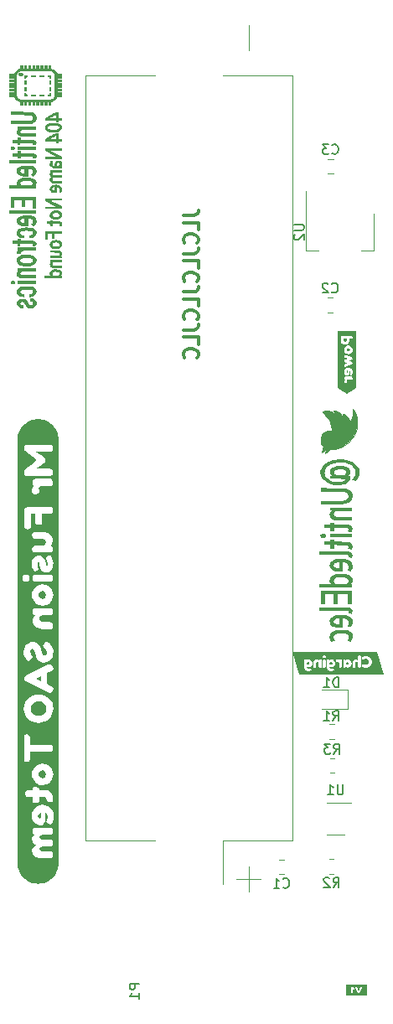
<source format=gbr>
%TF.GenerationSoftware,KiCad,Pcbnew,(5.99.0-9526-g5c17ff0595)*%
%TF.CreationDate,2021-07-10T23:40:13-05:00*%
%TF.ProjectId,18650Battery,31383635-3042-4617-9474-6572792e6b69,rev?*%
%TF.SameCoordinates,Original*%
%TF.FileFunction,Legend,Bot*%
%TF.FilePolarity,Positive*%
%FSLAX46Y46*%
G04 Gerber Fmt 4.6, Leading zero omitted, Abs format (unit mm)*
G04 Created by KiCad (PCBNEW (5.99.0-9526-g5c17ff0595)) date 2021-07-10 23:40:13*
%MOMM*%
%LPD*%
G01*
G04 APERTURE LIST*
%ADD10C,0.300000*%
%ADD11C,0.150000*%
%ADD12C,0.010000*%
%ADD13C,0.120000*%
G04 APERTURE END LIST*
D10*
X135178571Y-74471428D02*
X136250000Y-74471428D01*
X136464285Y-74400000D01*
X136607142Y-74257142D01*
X136678571Y-74042857D01*
X136678571Y-73900000D01*
X136678571Y-75900000D02*
X136678571Y-75185714D01*
X135178571Y-75185714D01*
X136535714Y-77257142D02*
X136607142Y-77185714D01*
X136678571Y-76971428D01*
X136678571Y-76828571D01*
X136607142Y-76614285D01*
X136464285Y-76471428D01*
X136321428Y-76400000D01*
X136035714Y-76328571D01*
X135821428Y-76328571D01*
X135535714Y-76400000D01*
X135392857Y-76471428D01*
X135250000Y-76614285D01*
X135178571Y-76828571D01*
X135178571Y-76971428D01*
X135250000Y-77185714D01*
X135321428Y-77257142D01*
X135178571Y-78328571D02*
X136250000Y-78328571D01*
X136464285Y-78257142D01*
X136607142Y-78114285D01*
X136678571Y-77900000D01*
X136678571Y-77757142D01*
X136678571Y-79757142D02*
X136678571Y-79042857D01*
X135178571Y-79042857D01*
X136535714Y-81114285D02*
X136607142Y-81042857D01*
X136678571Y-80828571D01*
X136678571Y-80685714D01*
X136607142Y-80471428D01*
X136464285Y-80328571D01*
X136321428Y-80257142D01*
X136035714Y-80185714D01*
X135821428Y-80185714D01*
X135535714Y-80257142D01*
X135392857Y-80328571D01*
X135250000Y-80471428D01*
X135178571Y-80685714D01*
X135178571Y-80828571D01*
X135250000Y-81042857D01*
X135321428Y-81114285D01*
X135178571Y-82185714D02*
X136250000Y-82185714D01*
X136464285Y-82114285D01*
X136607142Y-81971428D01*
X136678571Y-81757142D01*
X136678571Y-81614285D01*
X136678571Y-83614285D02*
X136678571Y-82900000D01*
X135178571Y-82900000D01*
X136535714Y-84971428D02*
X136607142Y-84900000D01*
X136678571Y-84685714D01*
X136678571Y-84542857D01*
X136607142Y-84328571D01*
X136464285Y-84185714D01*
X136321428Y-84114285D01*
X136035714Y-84042857D01*
X135821428Y-84042857D01*
X135535714Y-84114285D01*
X135392857Y-84185714D01*
X135250000Y-84328571D01*
X135178571Y-84542857D01*
X135178571Y-84685714D01*
X135250000Y-84900000D01*
X135321428Y-84971428D01*
X135178571Y-86042857D02*
X136250000Y-86042857D01*
X136464285Y-85971428D01*
X136607142Y-85828571D01*
X136678571Y-85614285D01*
X136678571Y-85471428D01*
X136678571Y-87471428D02*
X136678571Y-86757142D01*
X135178571Y-86757142D01*
X136535714Y-88828571D02*
X136607142Y-88757142D01*
X136678571Y-88542857D01*
X136678571Y-88400000D01*
X136607142Y-88185714D01*
X136464285Y-88042857D01*
X136321428Y-87971428D01*
X136035714Y-87900000D01*
X135821428Y-87900000D01*
X135535714Y-87971428D01*
X135392857Y-88042857D01*
X135250000Y-88185714D01*
X135178571Y-88400000D01*
X135178571Y-88542857D01*
X135250000Y-88757142D01*
X135321428Y-88828571D01*
D11*
%TO.C,U2*%
X146352380Y-75368095D02*
X147161904Y-75368095D01*
X147257142Y-75415714D01*
X147304761Y-75463333D01*
X147352380Y-75558571D01*
X147352380Y-75749047D01*
X147304761Y-75844285D01*
X147257142Y-75891904D01*
X147161904Y-75939523D01*
X146352380Y-75939523D01*
X146447619Y-76368095D02*
X146400000Y-76415714D01*
X146352380Y-76510952D01*
X146352380Y-76749047D01*
X146400000Y-76844285D01*
X146447619Y-76891904D01*
X146542857Y-76939523D01*
X146638095Y-76939523D01*
X146780952Y-76891904D01*
X147352380Y-76320476D01*
X147352380Y-76939523D01*
%TO.C,U1*%
X151321904Y-131972380D02*
X151321904Y-132781904D01*
X151274285Y-132877142D01*
X151226666Y-132924761D01*
X151131428Y-132972380D01*
X150940952Y-132972380D01*
X150845714Y-132924761D01*
X150798095Y-132877142D01*
X150750476Y-132781904D01*
X150750476Y-131972380D01*
X149750476Y-132972380D02*
X150321904Y-132972380D01*
X150036190Y-132972380D02*
X150036190Y-131972380D01*
X150131428Y-132115238D01*
X150226666Y-132210476D01*
X150321904Y-132258095D01*
%TO.C,R3*%
X150374166Y-128842380D02*
X150707500Y-128366190D01*
X150945595Y-128842380D02*
X150945595Y-127842380D01*
X150564642Y-127842380D01*
X150469404Y-127890000D01*
X150421785Y-127937619D01*
X150374166Y-128032857D01*
X150374166Y-128175714D01*
X150421785Y-128270952D01*
X150469404Y-128318571D01*
X150564642Y-128366190D01*
X150945595Y-128366190D01*
X150040833Y-127842380D02*
X149421785Y-127842380D01*
X149755119Y-128223333D01*
X149612261Y-128223333D01*
X149517023Y-128270952D01*
X149469404Y-128318571D01*
X149421785Y-128413809D01*
X149421785Y-128651904D01*
X149469404Y-128747142D01*
X149517023Y-128794761D01*
X149612261Y-128842380D01*
X149897976Y-128842380D01*
X149993214Y-128794761D01*
X150040833Y-128747142D01*
%TO.C,R2*%
X150319166Y-142332380D02*
X150652500Y-141856190D01*
X150890595Y-142332380D02*
X150890595Y-141332380D01*
X150509642Y-141332380D01*
X150414404Y-141380000D01*
X150366785Y-141427619D01*
X150319166Y-141522857D01*
X150319166Y-141665714D01*
X150366785Y-141760952D01*
X150414404Y-141808571D01*
X150509642Y-141856190D01*
X150890595Y-141856190D01*
X149938214Y-141427619D02*
X149890595Y-141380000D01*
X149795357Y-141332380D01*
X149557261Y-141332380D01*
X149462023Y-141380000D01*
X149414404Y-141427619D01*
X149366785Y-141522857D01*
X149366785Y-141618095D01*
X149414404Y-141760952D01*
X149985833Y-142332380D01*
X149366785Y-142332380D01*
%TO.C,R1*%
X150306666Y-125492380D02*
X150640000Y-125016190D01*
X150878095Y-125492380D02*
X150878095Y-124492380D01*
X150497142Y-124492380D01*
X150401904Y-124540000D01*
X150354285Y-124587619D01*
X150306666Y-124682857D01*
X150306666Y-124825714D01*
X150354285Y-124920952D01*
X150401904Y-124968571D01*
X150497142Y-125016190D01*
X150878095Y-125016190D01*
X149354285Y-125492380D02*
X149925714Y-125492380D01*
X149640000Y-125492380D02*
X149640000Y-124492380D01*
X149735238Y-124635238D01*
X149830476Y-124730476D01*
X149925714Y-124778095D01*
%TO.C,P1*%
X130747380Y-152084404D02*
X129747380Y-152084404D01*
X129747380Y-152465357D01*
X129795000Y-152560595D01*
X129842619Y-152608214D01*
X129937857Y-152655833D01*
X130080714Y-152655833D01*
X130175952Y-152608214D01*
X130223571Y-152560595D01*
X130271190Y-152465357D01*
X130271190Y-152084404D01*
X130747380Y-153608214D02*
X130747380Y-153036785D01*
X130747380Y-153322500D02*
X129747380Y-153322500D01*
X129890238Y-153227261D01*
X129985476Y-153132023D01*
X130033095Y-153036785D01*
%TO.C,D1*%
X150880595Y-122132380D02*
X150880595Y-121132380D01*
X150642500Y-121132380D01*
X150499642Y-121180000D01*
X150404404Y-121275238D01*
X150356785Y-121370476D01*
X150309166Y-121560952D01*
X150309166Y-121703809D01*
X150356785Y-121894285D01*
X150404404Y-121989523D01*
X150499642Y-122084761D01*
X150642500Y-122132380D01*
X150880595Y-122132380D01*
X149356785Y-122132380D02*
X149928214Y-122132380D01*
X149642500Y-122132380D02*
X149642500Y-121132380D01*
X149737738Y-121275238D01*
X149832976Y-121370476D01*
X149928214Y-121418095D01*
%TO.C,C3*%
X150216666Y-68157142D02*
X150264285Y-68204761D01*
X150407142Y-68252380D01*
X150502380Y-68252380D01*
X150645238Y-68204761D01*
X150740476Y-68109523D01*
X150788095Y-68014285D01*
X150835714Y-67823809D01*
X150835714Y-67680952D01*
X150788095Y-67490476D01*
X150740476Y-67395238D01*
X150645238Y-67300000D01*
X150502380Y-67252380D01*
X150407142Y-67252380D01*
X150264285Y-67300000D01*
X150216666Y-67347619D01*
X149883333Y-67252380D02*
X149264285Y-67252380D01*
X149597619Y-67633333D01*
X149454761Y-67633333D01*
X149359523Y-67680952D01*
X149311904Y-67728571D01*
X149264285Y-67823809D01*
X149264285Y-68061904D01*
X149311904Y-68157142D01*
X149359523Y-68204761D01*
X149454761Y-68252380D01*
X149740476Y-68252380D01*
X149835714Y-68204761D01*
X149883333Y-68157142D01*
%TO.C,C2*%
X150166666Y-82177142D02*
X150214285Y-82224761D01*
X150357142Y-82272380D01*
X150452380Y-82272380D01*
X150595238Y-82224761D01*
X150690476Y-82129523D01*
X150738095Y-82034285D01*
X150785714Y-81843809D01*
X150785714Y-81700952D01*
X150738095Y-81510476D01*
X150690476Y-81415238D01*
X150595238Y-81320000D01*
X150452380Y-81272380D01*
X150357142Y-81272380D01*
X150214285Y-81320000D01*
X150166666Y-81367619D01*
X149785714Y-81367619D02*
X149738095Y-81320000D01*
X149642857Y-81272380D01*
X149404761Y-81272380D01*
X149309523Y-81320000D01*
X149261904Y-81367619D01*
X149214285Y-81462857D01*
X149214285Y-81558095D01*
X149261904Y-81700952D01*
X149833333Y-82272380D01*
X149214285Y-82272380D01*
%TO.C,C1*%
X145256666Y-142307142D02*
X145304285Y-142354761D01*
X145447142Y-142402380D01*
X145542380Y-142402380D01*
X145685238Y-142354761D01*
X145780476Y-142259523D01*
X145828095Y-142164285D01*
X145875714Y-141973809D01*
X145875714Y-141830952D01*
X145828095Y-141640476D01*
X145780476Y-141545238D01*
X145685238Y-141450000D01*
X145542380Y-141402380D01*
X145447142Y-141402380D01*
X145304285Y-141450000D01*
X145256666Y-141497619D01*
X144304285Y-142402380D02*
X144875714Y-142402380D01*
X144590000Y-142402380D02*
X144590000Y-141402380D01*
X144685238Y-141545238D01*
X144780476Y-141640476D01*
X144875714Y-141688095D01*
%TO.C,svg2mod*%
G36*
X153753174Y-153251339D02*
G01*
X151646826Y-153251339D01*
X151646826Y-152438539D01*
X152159456Y-152438539D01*
X152159456Y-152969081D01*
X152160885Y-153001943D01*
X152169934Y-153027184D01*
X152195175Y-153046472D01*
X152244229Y-153052901D01*
X152292092Y-153046710D01*
X152317571Y-153028136D01*
X152326620Y-153001943D01*
X152328049Y-152967176D01*
X152328049Y-152627134D01*
X152340431Y-152638564D01*
X152407106Y-152668091D01*
X152464732Y-152634754D01*
X152494736Y-152575699D01*
X152460446Y-152519501D01*
X152354899Y-152424251D01*
X152523311Y-152424251D01*
X152537599Y-152469971D01*
X152800489Y-153003371D01*
X152832398Y-153037185D01*
X152876689Y-153050044D01*
X152886214Y-153050044D01*
X152931458Y-153037185D01*
X152963366Y-153003371D01*
X153226256Y-152469971D01*
X153240544Y-152424251D01*
X153226494Y-152392342D01*
X153184346Y-152363291D01*
X153136245Y-152347099D01*
X153111004Y-152350909D01*
X153094811Y-152364244D01*
X153079095Y-152389485D01*
X153066355Y-152416155D01*
X153042424Y-152468542D01*
X153011825Y-152535813D01*
X152979083Y-152607131D01*
X152946221Y-152678450D01*
X152915265Y-152745720D01*
X152891810Y-152796560D01*
X152881451Y-152818586D01*
X152690951Y-152401391D01*
X152677616Y-152372816D01*
X152635706Y-152347099D01*
X152579509Y-152363291D01*
X152537361Y-152392342D01*
X152523311Y-152424251D01*
X152354899Y-152424251D01*
X152304236Y-152378531D01*
X152301379Y-152376626D01*
X152247562Y-152351861D01*
X152202319Y-152356624D01*
X152177554Y-152367577D01*
X152164219Y-152388056D01*
X152159456Y-152438539D01*
X151646826Y-152438539D01*
X151646826Y-152148661D01*
X153753174Y-152148661D01*
X153753174Y-153251339D01*
G37*
G36*
X151700000Y-92501502D02*
G01*
X150777133Y-91886258D01*
X150777133Y-91185509D01*
X151426950Y-91185509D01*
X151430919Y-91248215D01*
X151444412Y-91303778D01*
X151476956Y-91353784D01*
X151550775Y-91373628D01*
X151661900Y-91343465D01*
X151722225Y-91256153D01*
X151709525Y-91201384D01*
X151696825Y-91132328D01*
X151726988Y-91052159D01*
X151800013Y-91014853D01*
X152133388Y-91014853D01*
X152188156Y-91012472D01*
X152230225Y-90997390D01*
X152261181Y-90954528D01*
X152271500Y-90873565D01*
X152244513Y-90764028D01*
X152176250Y-90735453D01*
X151573000Y-90735453D01*
X151518231Y-90737834D01*
X151477750Y-90751328D01*
X151445603Y-90793397D01*
X151434887Y-90875153D01*
X151444016Y-90952543D01*
X151471400Y-90994215D01*
X151523787Y-91011678D01*
X151496800Y-91034697D01*
X151453937Y-91098990D01*
X151426950Y-91185509D01*
X150777133Y-91185509D01*
X150777133Y-90254440D01*
X151417425Y-90254440D01*
X151427148Y-90357429D01*
X151456319Y-90445734D01*
X151504936Y-90519354D01*
X151573000Y-90578290D01*
X151659320Y-90618772D01*
X151753181Y-90632265D01*
X151838113Y-90620161D01*
X151897644Y-90583847D01*
X151944475Y-90476690D01*
X151944475Y-90100453D01*
X152019088Y-90152840D01*
X152049250Y-90257615D01*
X152044488Y-90339768D01*
X152030200Y-90402078D01*
X152023850Y-90419540D01*
X152006388Y-90483040D01*
X152077825Y-90570353D01*
X152150850Y-90590990D01*
X152212663Y-90569857D01*
X152256816Y-90506456D01*
X152283307Y-90400788D01*
X152292138Y-90252853D01*
X152282017Y-90141926D01*
X152251656Y-90044097D01*
X152204627Y-89962936D01*
X152144500Y-89902015D01*
X152055424Y-89846453D01*
X151959644Y-89813115D01*
X151857163Y-89802003D01*
X151732720Y-89816378D01*
X151626093Y-89859506D01*
X151537281Y-89931384D01*
X151470694Y-90024782D01*
X151430742Y-90132467D01*
X151417425Y-90254440D01*
X150777133Y-90254440D01*
X150777133Y-88700278D01*
X151425362Y-88700278D01*
X151438856Y-88751872D01*
X151465844Y-88779653D01*
X151493625Y-88792353D01*
X151555008Y-88816871D01*
X151654492Y-88854442D01*
X151792075Y-88905065D01*
X151534900Y-88998728D01*
X151479337Y-89033653D01*
X151433300Y-89127315D01*
X151458700Y-89209072D01*
X151509500Y-89255903D01*
X151536487Y-89268603D01*
X151663487Y-89314287D01*
X151748154Y-89345508D01*
X151790488Y-89362265D01*
X151526962Y-89459103D01*
X151450762Y-89506728D01*
X151425362Y-89573403D01*
X151441237Y-89636903D01*
X151490847Y-89713103D01*
X151550775Y-89738503D01*
X151637294Y-89713103D01*
X151741275Y-89670240D01*
X152166725Y-89495615D01*
X152226256Y-89463865D01*
X152265150Y-89416240D01*
X152276263Y-89355915D01*
X152248481Y-89285272D01*
X152192125Y-89240028D01*
X152165138Y-89227328D01*
X152123510Y-89211276D01*
X152040960Y-89180056D01*
X151917488Y-89133665D01*
X151967692Y-89114020D01*
X152042106Y-89086834D01*
X152150056Y-89047147D01*
X152178631Y-89036034D01*
X152204825Y-89022540D01*
X152238163Y-88997140D01*
X152276263Y-88909828D01*
X152248481Y-88827278D01*
X152192125Y-88782828D01*
X151607925Y-88543115D01*
X151546012Y-88527240D01*
X151489259Y-88549862D01*
X151446000Y-88617728D01*
X151425362Y-88700278D01*
X150777133Y-88700278D01*
X150777133Y-88028765D01*
X151415837Y-88028765D01*
X151429508Y-88138656D01*
X151470518Y-88239726D01*
X151538869Y-88331978D01*
X151628386Y-88405179D01*
X151732897Y-88449100D01*
X151852400Y-88463740D01*
X151976820Y-88446675D01*
X152086556Y-88395478D01*
X152175456Y-88319873D01*
X152237369Y-88229584D01*
X152273683Y-88130167D01*
X152285788Y-88027178D01*
X152272889Y-87923990D01*
X152234194Y-87823978D01*
X152170297Y-87733292D01*
X152081794Y-87658084D01*
X151974439Y-87607482D01*
X151853988Y-87590615D01*
X151734396Y-87605432D01*
X151629621Y-87649882D01*
X151539662Y-87723965D01*
X151470871Y-87817099D01*
X151429596Y-87918699D01*
X151415837Y-88028765D01*
X150777133Y-88028765D01*
X150777133Y-87092140D01*
X151107862Y-87092140D01*
X151119151Y-87184392D01*
X151153018Y-87274879D01*
X151209462Y-87363603D01*
X151267406Y-87422737D01*
X151342812Y-87469965D01*
X151431712Y-87500922D01*
X151530137Y-87511240D01*
X151628364Y-87500922D01*
X151716669Y-87469965D01*
X151791480Y-87422737D01*
X151849225Y-87363603D01*
X151905669Y-87274703D01*
X151939536Y-87183686D01*
X151950825Y-87090553D01*
X151950825Y-86892115D01*
X152130213Y-86892115D01*
X152184981Y-86889734D01*
X152227050Y-86874653D01*
X152259197Y-86832584D01*
X152269913Y-86750828D01*
X152255228Y-86662722D01*
X152211175Y-86620653D01*
X152128625Y-86611128D01*
X151247562Y-86611128D01*
X151192794Y-86613509D01*
X151150725Y-86628590D01*
X151118578Y-86670659D01*
X151107862Y-86752415D01*
X151107862Y-87092140D01*
X150777133Y-87092140D01*
X150777133Y-86098498D01*
X152622867Y-86098498D01*
X152622867Y-91886258D01*
X151700000Y-92501502D01*
G37*
G36*
X151669837Y-87092140D02*
G01*
X151634912Y-87185803D01*
X151530137Y-87231840D01*
X151424569Y-87185803D01*
X151388850Y-87090553D01*
X151388850Y-86892115D01*
X151669837Y-86892115D01*
X151669837Y-87092140D01*
G37*
G36*
X151919075Y-87884303D02*
G01*
X151967494Y-87922403D01*
X152006388Y-88025590D01*
X151966700Y-88130365D01*
X151917488Y-88169656D01*
X151849225Y-88182753D01*
X151781359Y-88170450D01*
X151733338Y-88133540D01*
X151695237Y-88027178D01*
X151734925Y-87920815D01*
X151783939Y-87883906D01*
X151851606Y-87871603D01*
X151919075Y-87884303D01*
G37*
G36*
X151800013Y-90297303D02*
G01*
X151749213Y-90357628D01*
X151690475Y-90329847D01*
X151668250Y-90250472D01*
X151710319Y-90148078D01*
X151800013Y-90097278D01*
X151800013Y-90297303D01*
G37*
D12*
%TO.C,Ref\u002A\u002A*%
X149043094Y-106884153D02*
X149092751Y-106927271D01*
X149092751Y-106927271D02*
X149142250Y-106941724D01*
X149142250Y-106941724D02*
X149215718Y-106951512D01*
X149215718Y-106951512D02*
X149276428Y-106954179D01*
X149276428Y-106954179D02*
X149357365Y-106951148D01*
X149357365Y-106951148D02*
X149410869Y-106939076D01*
X149410869Y-106939076D02*
X149451507Y-106914207D01*
X149451507Y-106914207D02*
X149459925Y-106906866D01*
X149459925Y-106906866D02*
X149513578Y-106837849D01*
X149513578Y-106837849D02*
X149525277Y-106765963D01*
X149525277Y-106765963D02*
X149515286Y-106728058D01*
X149515286Y-106728058D02*
X149474178Y-106675215D01*
X149474178Y-106675215D02*
X149406509Y-106639225D01*
X149406509Y-106639225D02*
X149322477Y-106619970D01*
X149322477Y-106619970D02*
X149232278Y-106617331D01*
X149232278Y-106617331D02*
X149146109Y-106631191D01*
X149146109Y-106631191D02*
X149074167Y-106661434D01*
X149074167Y-106661434D02*
X149026647Y-106707940D01*
X149026647Y-106707940D02*
X149016029Y-106733819D01*
X149016029Y-106733819D02*
X149013575Y-106814071D01*
X149013575Y-106814071D02*
X149043094Y-106884153D01*
X149043094Y-106884153D02*
X149043094Y-106884153D01*
G36*
X149322477Y-106619970D02*
G01*
X149406509Y-106639225D01*
X149474178Y-106675215D01*
X149515286Y-106728058D01*
X149525277Y-106765963D01*
X149513578Y-106837849D01*
X149459925Y-106906866D01*
X149451507Y-106914207D01*
X149410869Y-106939076D01*
X149357365Y-106951148D01*
X149276428Y-106954179D01*
X149215718Y-106951512D01*
X149142250Y-106941724D01*
X149092751Y-106927271D01*
X149043094Y-106884153D01*
X149013575Y-106814071D01*
X149016029Y-106733819D01*
X149026647Y-106707940D01*
X149074167Y-106661434D01*
X149146109Y-106631191D01*
X149232278Y-106617331D01*
X149322477Y-106619970D01*
G37*
X149322477Y-106619970D02*
X149406509Y-106639225D01*
X149474178Y-106675215D01*
X149515286Y-106728058D01*
X149525277Y-106765963D01*
X149513578Y-106837849D01*
X149459925Y-106906866D01*
X149451507Y-106914207D01*
X149410869Y-106939076D01*
X149357365Y-106951148D01*
X149276428Y-106954179D01*
X149215718Y-106951512D01*
X149142250Y-106941724D01*
X149092751Y-106927271D01*
X149043094Y-106884153D01*
X149013575Y-106814071D01*
X149016029Y-106733819D01*
X149026647Y-106707940D01*
X149074167Y-106661434D01*
X149146109Y-106631191D01*
X149232278Y-106617331D01*
X149322477Y-106619970D01*
X149409900Y-113685491D02*
X149409900Y-112669491D01*
X149409900Y-112669491D02*
X150382756Y-112669491D01*
X150382756Y-112669491D02*
X150388453Y-113140450D01*
X150388453Y-113140450D02*
X150394150Y-113611408D01*
X150394150Y-113611408D02*
X150558191Y-113617590D01*
X150558191Y-113617590D02*
X150722233Y-113623772D01*
X150722233Y-113623772D02*
X150722233Y-112669491D01*
X150722233Y-112669491D02*
X151822900Y-112669491D01*
X151822900Y-112669491D02*
X151822900Y-113685491D01*
X151822900Y-113685491D02*
X152161566Y-113685491D01*
X152161566Y-113685491D02*
X152161566Y-112415491D01*
X152161566Y-112415491D02*
X149071233Y-112415491D01*
X149071233Y-112415491D02*
X149071233Y-113685491D01*
X149071233Y-113685491D02*
X149409900Y-113685491D01*
X149409900Y-113685491D02*
X149409900Y-113685491D01*
G36*
X152161566Y-113685491D02*
G01*
X151822900Y-113685491D01*
X151822900Y-112669491D01*
X150722233Y-112669491D01*
X150722233Y-113623772D01*
X150558191Y-113617590D01*
X150394150Y-113611408D01*
X150388453Y-113140450D01*
X150382756Y-112669491D01*
X149409900Y-112669491D01*
X149409900Y-113685491D01*
X149071233Y-113685491D01*
X149071233Y-112415491D01*
X152161566Y-112415491D01*
X152161566Y-113685491D01*
G37*
X152161566Y-113685491D02*
X151822900Y-113685491D01*
X151822900Y-112669491D01*
X150722233Y-112669491D01*
X150722233Y-113623772D01*
X150558191Y-113617590D01*
X150394150Y-113611408D01*
X150388453Y-113140450D01*
X150382756Y-112669491D01*
X149409900Y-112669491D01*
X149409900Y-113685491D01*
X149071233Y-113685491D01*
X149071233Y-112415491D01*
X152161566Y-112415491D01*
X152161566Y-113685491D01*
X152161566Y-106912158D02*
X152161566Y-106658158D01*
X152161566Y-106658158D02*
X150002566Y-106658158D01*
X150002566Y-106658158D02*
X150002566Y-106912158D01*
X150002566Y-106912158D02*
X152161566Y-106912158D01*
X152161566Y-106912158D02*
X152161566Y-106912158D01*
G36*
X152161566Y-106912158D02*
G01*
X150002566Y-106912158D01*
X150002566Y-106658158D01*
X152161566Y-106658158D01*
X152161566Y-106912158D01*
G37*
X152161566Y-106912158D02*
X150002566Y-106912158D01*
X150002566Y-106658158D01*
X152161566Y-106658158D01*
X152161566Y-106912158D01*
X149971888Y-104733270D02*
X149980873Y-104774287D01*
X149980873Y-104774287D02*
X150027101Y-104872824D01*
X150027101Y-104872824D02*
X150106421Y-104968127D01*
X150106421Y-104968127D02*
X150209941Y-105051531D01*
X150209941Y-105051531D02*
X150328768Y-105114371D01*
X150328768Y-105114371D02*
X150330650Y-105115124D01*
X150330650Y-105115124D02*
X150363210Y-105127732D01*
X150363210Y-105127732D02*
X150394436Y-105138085D01*
X150394436Y-105138085D02*
X150428764Y-105146441D01*
X150428764Y-105146441D02*
X150470634Y-105153061D01*
X150470634Y-105153061D02*
X150524483Y-105158202D01*
X150524483Y-105158202D02*
X150594749Y-105162123D01*
X150594749Y-105162123D02*
X150685872Y-105165084D01*
X150685872Y-105165084D02*
X150802290Y-105167342D01*
X150802290Y-105167342D02*
X150948440Y-105169157D01*
X150948440Y-105169157D02*
X151128761Y-105170787D01*
X151128761Y-105170787D02*
X151309608Y-105172202D01*
X151309608Y-105172202D02*
X152161566Y-105178706D01*
X152161566Y-105178706D02*
X152161566Y-104924396D01*
X152161566Y-104924396D02*
X151362525Y-104918152D01*
X151362525Y-104918152D02*
X151157460Y-104916489D01*
X151157460Y-104916489D02*
X150990288Y-104914842D01*
X150990288Y-104914842D02*
X150856568Y-104912939D01*
X150856568Y-104912939D02*
X150751858Y-104910505D01*
X150751858Y-104910505D02*
X150671719Y-104907268D01*
X150671719Y-104907268D02*
X150611710Y-104902955D01*
X150611710Y-104902955D02*
X150567391Y-104897293D01*
X150567391Y-104897293D02*
X150534321Y-104890009D01*
X150534321Y-104890009D02*
X150508059Y-104880829D01*
X150508059Y-104880829D02*
X150484166Y-104869481D01*
X150484166Y-104869481D02*
X150472694Y-104863429D01*
X150472694Y-104863429D02*
X150380655Y-104793532D01*
X150380655Y-104793532D02*
X150322932Y-104704423D01*
X150322932Y-104704423D02*
X150299977Y-104602292D01*
X150299977Y-104602292D02*
X150312241Y-104493329D01*
X150312241Y-104493329D02*
X150360174Y-104383724D01*
X150360174Y-104383724D02*
X150431124Y-104292783D01*
X150431124Y-104292783D02*
X150497704Y-104223991D01*
X150497704Y-104223991D02*
X152161566Y-104223991D01*
X152161566Y-104223991D02*
X152161566Y-104106910D01*
X152161566Y-104106910D02*
X152156728Y-104029622D01*
X152156728Y-104029622D02*
X152142976Y-103986319D01*
X152142976Y-103986319D02*
X152135108Y-103979693D01*
X152135108Y-103979693D02*
X152109280Y-103977802D01*
X152109280Y-103977802D02*
X152045285Y-103976244D01*
X152045285Y-103976244D02*
X151947286Y-103975038D01*
X151947286Y-103975038D02*
X151819449Y-103974200D01*
X151819449Y-103974200D02*
X151665936Y-103973750D01*
X151665936Y-103973750D02*
X151490913Y-103973705D01*
X151490913Y-103973705D02*
X151298544Y-103974083D01*
X151298544Y-103974083D02*
X151092993Y-103974902D01*
X151092993Y-103974902D02*
X151060900Y-103975066D01*
X151060900Y-103975066D02*
X150013150Y-103980575D01*
X150013150Y-103980575D02*
X150006696Y-104069404D01*
X150006696Y-104069404D02*
X150004845Y-104125932D01*
X150004845Y-104125932D02*
X150017323Y-104155319D01*
X150017323Y-104155319D02*
X150054805Y-104172598D01*
X150054805Y-104172598D02*
X150086200Y-104181380D01*
X150086200Y-104181380D02*
X150172158Y-104204526D01*
X150172158Y-104204526D02*
X150087179Y-104325384D01*
X150087179Y-104325384D02*
X150009645Y-104463657D01*
X150009645Y-104463657D02*
X149970892Y-104600980D01*
X149970892Y-104600980D02*
X149971888Y-104733270D01*
X149971888Y-104733270D02*
X149971888Y-104733270D01*
G36*
X151665936Y-103973750D02*
G01*
X151819449Y-103974200D01*
X151947286Y-103975038D01*
X152045285Y-103976244D01*
X152109280Y-103977802D01*
X152135108Y-103979693D01*
X152142976Y-103986319D01*
X152156728Y-104029622D01*
X152161566Y-104106910D01*
X152161566Y-104223991D01*
X150497704Y-104223991D01*
X150431124Y-104292783D01*
X150360174Y-104383724D01*
X150312241Y-104493329D01*
X150299977Y-104602292D01*
X150322932Y-104704423D01*
X150380655Y-104793532D01*
X150472694Y-104863429D01*
X150484166Y-104869481D01*
X150508059Y-104880829D01*
X150534321Y-104890009D01*
X150567391Y-104897293D01*
X150611710Y-104902955D01*
X150671719Y-104907268D01*
X150751858Y-104910505D01*
X150856568Y-104912939D01*
X150990288Y-104914842D01*
X151157460Y-104916489D01*
X151362525Y-104918152D01*
X152161566Y-104924396D01*
X152161566Y-105178706D01*
X151309608Y-105172202D01*
X151128761Y-105170787D01*
X150948440Y-105169157D01*
X150802290Y-105167342D01*
X150685872Y-105165084D01*
X150594749Y-105162123D01*
X150524483Y-105158202D01*
X150470634Y-105153061D01*
X150428764Y-105146441D01*
X150394436Y-105138085D01*
X150363210Y-105127732D01*
X150330650Y-105115124D01*
X150328768Y-105114371D01*
X150209941Y-105051531D01*
X150106421Y-104968127D01*
X150027101Y-104872824D01*
X149980873Y-104774287D01*
X149971888Y-104733270D01*
X149970892Y-104600980D01*
X150009645Y-104463657D01*
X150087179Y-104325384D01*
X150172158Y-104204526D01*
X150086200Y-104181380D01*
X150054805Y-104172598D01*
X150017323Y-104155319D01*
X150004845Y-104125932D01*
X150006696Y-104069404D01*
X150013150Y-103980575D01*
X151060900Y-103975066D01*
X151092993Y-103974902D01*
X151298544Y-103974083D01*
X151490913Y-103973705D01*
X151665936Y-103973750D01*
G37*
X151665936Y-103973750D02*
X151819449Y-103974200D01*
X151947286Y-103975038D01*
X152045285Y-103976244D01*
X152109280Y-103977802D01*
X152135108Y-103979693D01*
X152142976Y-103986319D01*
X152156728Y-104029622D01*
X152161566Y-104106910D01*
X152161566Y-104223991D01*
X150497704Y-104223991D01*
X150431124Y-104292783D01*
X150360174Y-104383724D01*
X150312241Y-104493329D01*
X150299977Y-104602292D01*
X150322932Y-104704423D01*
X150380655Y-104793532D01*
X150472694Y-104863429D01*
X150484166Y-104869481D01*
X150508059Y-104880829D01*
X150534321Y-104890009D01*
X150567391Y-104897293D01*
X150611710Y-104902955D01*
X150671719Y-104907268D01*
X150751858Y-104910505D01*
X150856568Y-104912939D01*
X150990288Y-104914842D01*
X151157460Y-104916489D01*
X151362525Y-104918152D01*
X152161566Y-104924396D01*
X152161566Y-105178706D01*
X151309608Y-105172202D01*
X151128761Y-105170787D01*
X150948440Y-105169157D01*
X150802290Y-105167342D01*
X150685872Y-105165084D01*
X150594749Y-105162123D01*
X150524483Y-105158202D01*
X150470634Y-105153061D01*
X150428764Y-105146441D01*
X150394436Y-105138085D01*
X150363210Y-105127732D01*
X150330650Y-105115124D01*
X150328768Y-105114371D01*
X150209941Y-105051531D01*
X150106421Y-104968127D01*
X150027101Y-104872824D01*
X149980873Y-104774287D01*
X149971888Y-104733270D01*
X149970892Y-104600980D01*
X150009645Y-104463657D01*
X150087179Y-104325384D01*
X150172158Y-104204526D01*
X150086200Y-104181380D01*
X150054805Y-104172598D01*
X150017323Y-104155319D01*
X150004845Y-104125932D01*
X150006696Y-104069404D01*
X150013150Y-103980575D01*
X151060900Y-103975066D01*
X151092993Y-103974902D01*
X151298544Y-103974083D01*
X151490913Y-103973705D01*
X151665936Y-103973750D01*
X150325358Y-114325083D02*
X150612704Y-114326376D01*
X150612704Y-114326376D02*
X150860647Y-114327750D01*
X150860647Y-114327750D02*
X151072115Y-114329278D01*
X151072115Y-114329278D02*
X151250040Y-114331035D01*
X151250040Y-114331035D02*
X151397350Y-114333095D01*
X151397350Y-114333095D02*
X151516976Y-114335531D01*
X151516976Y-114335531D02*
X151611847Y-114338418D01*
X151611847Y-114338418D02*
X151684893Y-114341830D01*
X151684893Y-114341830D02*
X151739043Y-114345841D01*
X151739043Y-114345841D02*
X151777228Y-114350525D01*
X151777228Y-114350525D02*
X151802377Y-114355957D01*
X151802377Y-114355957D02*
X151817420Y-114362209D01*
X151817420Y-114362209D02*
X151818394Y-114362825D01*
X151818394Y-114362825D02*
X151867244Y-114415909D01*
X151867244Y-114415909D02*
X151880856Y-114481324D01*
X151880856Y-114481324D02*
X151866566Y-114529666D01*
X151866566Y-114529666D02*
X151855376Y-114551013D01*
X151855376Y-114551013D02*
X151854193Y-114565536D01*
X151854193Y-114565536D02*
X151869935Y-114576816D01*
X151869935Y-114576816D02*
X151909517Y-114588430D01*
X151909517Y-114588430D02*
X151979856Y-114603958D01*
X151979856Y-114603958D02*
X152031121Y-114614818D01*
X152031121Y-114614818D02*
X152088538Y-114625237D01*
X152088538Y-114625237D02*
X152119697Y-114620082D01*
X152119697Y-114620082D02*
X152139683Y-114592902D01*
X152139683Y-114592902D02*
X152152830Y-114562753D01*
X152152830Y-114562753D02*
X152171741Y-114495166D01*
X152171741Y-114495166D02*
X152182078Y-114414808D01*
X152182078Y-114414808D02*
X152182733Y-114392764D01*
X152182733Y-114392764D02*
X152178397Y-114328477D01*
X152178397Y-114328477D02*
X152159776Y-114280602D01*
X152159776Y-114280602D02*
X152118447Y-114230335D01*
X152118447Y-114230335D02*
X152102881Y-114214492D01*
X152102881Y-114214492D02*
X152038683Y-114161468D01*
X152038683Y-114161468D02*
X151967934Y-114119003D01*
X151967934Y-114119003D02*
X151938839Y-114106925D01*
X151938839Y-114106925D02*
X151912370Y-114101219D01*
X151912370Y-114101219D02*
X151868064Y-114096176D01*
X151868064Y-114096176D02*
X151803378Y-114091738D01*
X151803378Y-114091738D02*
X151715770Y-114087849D01*
X151715770Y-114087849D02*
X151602701Y-114084451D01*
X151602701Y-114084451D02*
X151461627Y-114081489D01*
X151461627Y-114081489D02*
X151290007Y-114078905D01*
X151290007Y-114078905D02*
X151085300Y-114076643D01*
X151085300Y-114076643D02*
X150844964Y-114074645D01*
X150844964Y-114074645D02*
X150566458Y-114072855D01*
X150566458Y-114072855D02*
X150367691Y-114071795D01*
X150367691Y-114071795D02*
X148880733Y-114064379D01*
X148880733Y-114064379D02*
X148880733Y-114319092D01*
X148880733Y-114319092D02*
X150325358Y-114325083D01*
X150325358Y-114325083D02*
X150325358Y-114325083D01*
G36*
X150367691Y-114071795D02*
G01*
X150566458Y-114072855D01*
X150844964Y-114074645D01*
X151085300Y-114076643D01*
X151290007Y-114078905D01*
X151461627Y-114081489D01*
X151602701Y-114084451D01*
X151715770Y-114087849D01*
X151803378Y-114091738D01*
X151868064Y-114096176D01*
X151912370Y-114101219D01*
X151938839Y-114106925D01*
X151967934Y-114119003D01*
X152038683Y-114161468D01*
X152102881Y-114214492D01*
X152118447Y-114230335D01*
X152159776Y-114280602D01*
X152178397Y-114328477D01*
X152182733Y-114392764D01*
X152182078Y-114414808D01*
X152171741Y-114495166D01*
X152152830Y-114562753D01*
X152139683Y-114592902D01*
X152119697Y-114620082D01*
X152088538Y-114625237D01*
X152031121Y-114614818D01*
X151979856Y-114603958D01*
X151909517Y-114588430D01*
X151869935Y-114576816D01*
X151854193Y-114565536D01*
X151855376Y-114551013D01*
X151866566Y-114529666D01*
X151880856Y-114481324D01*
X151867244Y-114415909D01*
X151818394Y-114362825D01*
X151817420Y-114362209D01*
X151802377Y-114355957D01*
X151777228Y-114350525D01*
X151739043Y-114345841D01*
X151684893Y-114341830D01*
X151611847Y-114338418D01*
X151516976Y-114335531D01*
X151397350Y-114333095D01*
X151250040Y-114331035D01*
X151072115Y-114329278D01*
X150860647Y-114327750D01*
X150612704Y-114326376D01*
X150325358Y-114325083D01*
X148880733Y-114319092D01*
X148880733Y-114064379D01*
X150367691Y-114071795D01*
G37*
X150367691Y-114071795D02*
X150566458Y-114072855D01*
X150844964Y-114074645D01*
X151085300Y-114076643D01*
X151290007Y-114078905D01*
X151461627Y-114081489D01*
X151602701Y-114084451D01*
X151715770Y-114087849D01*
X151803378Y-114091738D01*
X151868064Y-114096176D01*
X151912370Y-114101219D01*
X151938839Y-114106925D01*
X151967934Y-114119003D01*
X152038683Y-114161468D01*
X152102881Y-114214492D01*
X152118447Y-114230335D01*
X152159776Y-114280602D01*
X152178397Y-114328477D01*
X152182733Y-114392764D01*
X152182078Y-114414808D01*
X152171741Y-114495166D01*
X152152830Y-114562753D01*
X152139683Y-114592902D01*
X152119697Y-114620082D01*
X152088538Y-114625237D01*
X152031121Y-114614818D01*
X151979856Y-114603958D01*
X151909517Y-114588430D01*
X151869935Y-114576816D01*
X151854193Y-114565536D01*
X151855376Y-114551013D01*
X151866566Y-114529666D01*
X151880856Y-114481324D01*
X151867244Y-114415909D01*
X151818394Y-114362825D01*
X151817420Y-114362209D01*
X151802377Y-114355957D01*
X151777228Y-114350525D01*
X151739043Y-114345841D01*
X151684893Y-114341830D01*
X151611847Y-114338418D01*
X151516976Y-114335531D01*
X151397350Y-114333095D01*
X151250040Y-114331035D01*
X151072115Y-114329278D01*
X150860647Y-114327750D01*
X150612704Y-114326376D01*
X150325358Y-114325083D01*
X148880733Y-114319092D01*
X148880733Y-114064379D01*
X150367691Y-114071795D01*
X150314775Y-108669303D02*
X150613765Y-108669550D01*
X150613765Y-108669550D02*
X150872824Y-108670180D01*
X150872824Y-108670180D02*
X151094351Y-108671236D01*
X151094351Y-108671236D02*
X151280745Y-108672760D01*
X151280745Y-108672760D02*
X151434407Y-108674796D01*
X151434407Y-108674796D02*
X151557737Y-108677386D01*
X151557737Y-108677386D02*
X151653134Y-108680572D01*
X151653134Y-108680572D02*
X151722998Y-108684399D01*
X151722998Y-108684399D02*
X151769729Y-108688908D01*
X151769729Y-108688908D02*
X151795728Y-108694142D01*
X151795728Y-108694142D02*
X151799655Y-108695762D01*
X151799655Y-108695762D02*
X151861780Y-108741975D01*
X151861780Y-108741975D02*
X151883879Y-108798255D01*
X151883879Y-108798255D02*
X151872811Y-108856580D01*
X151872811Y-108856580D02*
X151849535Y-108918245D01*
X151849535Y-108918245D02*
X151966747Y-108941785D01*
X151966747Y-108941785D02*
X152043609Y-108956874D01*
X152043609Y-108956874D02*
X152089814Y-108962087D01*
X152089814Y-108962087D02*
X152116357Y-108955095D01*
X152116357Y-108955095D02*
X152134238Y-108933568D01*
X152134238Y-108933568D02*
X152150439Y-108902876D01*
X152150439Y-108902876D02*
X152177473Y-108813264D01*
X152177473Y-108813264D02*
X152179117Y-108711971D01*
X152179117Y-108711971D02*
X152155887Y-108618831D01*
X152155887Y-108618831D02*
X152142389Y-108592506D01*
X152142389Y-108592506D02*
X152098031Y-108542901D01*
X152098031Y-108542901D02*
X152032113Y-108494130D01*
X152032113Y-108494130D02*
X151999593Y-108476089D01*
X151999593Y-108476089D02*
X151896983Y-108425575D01*
X151896983Y-108425575D02*
X150388858Y-108419610D01*
X150388858Y-108419610D02*
X148880733Y-108413646D01*
X148880733Y-108413646D02*
X148880733Y-108668991D01*
X148880733Y-108668991D02*
X150314775Y-108669303D01*
X150314775Y-108669303D02*
X150314775Y-108669303D01*
G36*
X150388858Y-108419610D02*
G01*
X151896983Y-108425575D01*
X151999593Y-108476089D01*
X152032113Y-108494130D01*
X152098031Y-108542901D01*
X152142389Y-108592506D01*
X152155887Y-108618831D01*
X152179117Y-108711971D01*
X152177473Y-108813264D01*
X152150439Y-108902876D01*
X152134238Y-108933568D01*
X152116357Y-108955095D01*
X152089814Y-108962087D01*
X152043609Y-108956874D01*
X151966747Y-108941785D01*
X151849535Y-108918245D01*
X151872811Y-108856580D01*
X151883879Y-108798255D01*
X151861780Y-108741975D01*
X151799655Y-108695762D01*
X151795728Y-108694142D01*
X151769729Y-108688908D01*
X151722998Y-108684399D01*
X151653134Y-108680572D01*
X151557737Y-108677386D01*
X151434407Y-108674796D01*
X151280745Y-108672760D01*
X151094351Y-108671236D01*
X150872824Y-108670180D01*
X150613765Y-108669550D01*
X150314775Y-108669303D01*
X148880733Y-108668991D01*
X148880733Y-108413646D01*
X150388858Y-108419610D01*
G37*
X150388858Y-108419610D02*
X151896983Y-108425575D01*
X151999593Y-108476089D01*
X152032113Y-108494130D01*
X152098031Y-108542901D01*
X152142389Y-108592506D01*
X152155887Y-108618831D01*
X152179117Y-108711971D01*
X152177473Y-108813264D01*
X152150439Y-108902876D01*
X152134238Y-108933568D01*
X152116357Y-108955095D01*
X152089814Y-108962087D01*
X152043609Y-108956874D01*
X151966747Y-108941785D01*
X151849535Y-108918245D01*
X151872811Y-108856580D01*
X151883879Y-108798255D01*
X151861780Y-108741975D01*
X151799655Y-108695762D01*
X151795728Y-108694142D01*
X151769729Y-108688908D01*
X151722998Y-108684399D01*
X151653134Y-108680572D01*
X151557737Y-108677386D01*
X151434407Y-108674796D01*
X151280745Y-108672760D01*
X151094351Y-108671236D01*
X150872824Y-108670180D01*
X150613765Y-108669550D01*
X150314775Y-108669303D01*
X148880733Y-108668991D01*
X148880733Y-108413646D01*
X150388858Y-108419610D01*
X150002566Y-107674158D02*
X150002566Y-108055158D01*
X150002566Y-108055158D02*
X150320066Y-108055158D01*
X150320066Y-108055158D02*
X150320066Y-107671958D01*
X150320066Y-107671958D02*
X150992108Y-107678349D01*
X150992108Y-107678349D02*
X151196633Y-107680625D01*
X151196633Y-107680625D02*
X151363187Y-107683694D01*
X151363187Y-107683694D02*
X151496135Y-107688341D01*
X151496135Y-107688341D02*
X151599840Y-107695351D01*
X151599840Y-107695351D02*
X151678665Y-107705509D01*
X151678665Y-107705509D02*
X151736973Y-107719599D01*
X151736973Y-107719599D02*
X151779128Y-107738406D01*
X151779128Y-107738406D02*
X151809494Y-107762713D01*
X151809494Y-107762713D02*
X151832432Y-107793306D01*
X151832432Y-107793306D02*
X151852308Y-107830970D01*
X151852308Y-107830970D02*
X151853371Y-107833204D01*
X151853371Y-107833204D02*
X151873678Y-107886360D01*
X151873678Y-107886360D02*
X151874066Y-107932960D01*
X151874066Y-107932960D02*
X151858264Y-107988050D01*
X151858264Y-107988050D02*
X151829414Y-108071789D01*
X151829414Y-108071789D02*
X151946104Y-108095223D01*
X151946104Y-108095223D02*
X152028371Y-108110830D01*
X152028371Y-108110830D02*
X152079615Y-108114851D01*
X152079615Y-108114851D02*
X152110305Y-108104099D01*
X152110305Y-108104099D02*
X152130911Y-108075389D01*
X152130911Y-108075389D02*
X152148685Y-108033563D01*
X152148685Y-108033563D02*
X152174454Y-107933500D01*
X152174454Y-107933500D02*
X152179764Y-107825656D01*
X152179764Y-107825656D02*
X152163954Y-107730279D01*
X152163954Y-107730279D02*
X152159011Y-107716491D01*
X152159011Y-107716491D02*
X152112319Y-107640285D01*
X152112319Y-107640285D02*
X152039037Y-107565719D01*
X152039037Y-107565719D02*
X151953061Y-107506813D01*
X151953061Y-107506813D02*
X151949228Y-107504813D01*
X151949228Y-107504813D02*
X151898491Y-107482163D01*
X151898491Y-107482163D02*
X151840000Y-107463775D01*
X151840000Y-107463775D02*
X151769085Y-107449243D01*
X151769085Y-107449243D02*
X151681077Y-107438162D01*
X151681077Y-107438162D02*
X151571304Y-107430129D01*
X151571304Y-107430129D02*
X151435098Y-107424738D01*
X151435098Y-107424738D02*
X151267786Y-107421584D01*
X151267786Y-107421584D02*
X151064700Y-107420264D01*
X151064700Y-107420264D02*
X150972345Y-107420158D01*
X150972345Y-107420158D02*
X150320066Y-107420158D01*
X150320066Y-107420158D02*
X150320066Y-107229658D01*
X150320066Y-107229658D02*
X150002566Y-107229658D01*
X150002566Y-107229658D02*
X150002566Y-107420158D01*
X150002566Y-107420158D02*
X149388733Y-107420158D01*
X149388733Y-107420158D02*
X149388733Y-107674158D01*
X149388733Y-107674158D02*
X150002566Y-107674158D01*
X150002566Y-107674158D02*
X150002566Y-107674158D01*
G36*
X150320066Y-107420158D02*
G01*
X150972345Y-107420158D01*
X151064700Y-107420264D01*
X151267786Y-107421584D01*
X151435098Y-107424738D01*
X151571304Y-107430129D01*
X151681077Y-107438162D01*
X151769085Y-107449243D01*
X151840000Y-107463775D01*
X151898491Y-107482163D01*
X151949228Y-107504813D01*
X151953061Y-107506813D01*
X152039037Y-107565719D01*
X152112319Y-107640285D01*
X152159011Y-107716491D01*
X152163954Y-107730279D01*
X152179764Y-107825656D01*
X152174454Y-107933500D01*
X152148685Y-108033563D01*
X152130911Y-108075389D01*
X152110305Y-108104099D01*
X152079615Y-108114851D01*
X152028371Y-108110830D01*
X151946104Y-108095223D01*
X151829414Y-108071789D01*
X151858264Y-107988050D01*
X151874066Y-107932960D01*
X151873678Y-107886360D01*
X151853371Y-107833204D01*
X151852308Y-107830970D01*
X151832432Y-107793306D01*
X151809494Y-107762713D01*
X151779128Y-107738406D01*
X151736973Y-107719599D01*
X151678665Y-107705509D01*
X151599840Y-107695351D01*
X151496135Y-107688341D01*
X151363187Y-107683694D01*
X151196633Y-107680625D01*
X150992108Y-107678349D01*
X150320066Y-107671958D01*
X150320066Y-108055158D01*
X150002566Y-108055158D01*
X150002566Y-107674158D01*
X149388733Y-107674158D01*
X149388733Y-107420158D01*
X150002566Y-107420158D01*
X150002566Y-107229658D01*
X150320066Y-107229658D01*
X150320066Y-107420158D01*
G37*
X150320066Y-107420158D02*
X150972345Y-107420158D01*
X151064700Y-107420264D01*
X151267786Y-107421584D01*
X151435098Y-107424738D01*
X151571304Y-107430129D01*
X151681077Y-107438162D01*
X151769085Y-107449243D01*
X151840000Y-107463775D01*
X151898491Y-107482163D01*
X151949228Y-107504813D01*
X151953061Y-107506813D01*
X152039037Y-107565719D01*
X152112319Y-107640285D01*
X152159011Y-107716491D01*
X152163954Y-107730279D01*
X152179764Y-107825656D01*
X152174454Y-107933500D01*
X152148685Y-108033563D01*
X152130911Y-108075389D01*
X152110305Y-108104099D01*
X152079615Y-108114851D01*
X152028371Y-108110830D01*
X151946104Y-108095223D01*
X151829414Y-108071789D01*
X151858264Y-107988050D01*
X151874066Y-107932960D01*
X151873678Y-107886360D01*
X151853371Y-107833204D01*
X151852308Y-107830970D01*
X151832432Y-107793306D01*
X151809494Y-107762713D01*
X151779128Y-107738406D01*
X151736973Y-107719599D01*
X151678665Y-107705509D01*
X151599840Y-107695351D01*
X151496135Y-107688341D01*
X151363187Y-107683694D01*
X151196633Y-107680625D01*
X150992108Y-107678349D01*
X150320066Y-107671958D01*
X150320066Y-108055158D01*
X150002566Y-108055158D01*
X150002566Y-107674158D01*
X149388733Y-107674158D01*
X149388733Y-107420158D01*
X150002566Y-107420158D01*
X150002566Y-107229658D01*
X150320066Y-107229658D01*
X150320066Y-107420158D01*
X150002566Y-105917325D02*
X150002566Y-106298325D01*
X150002566Y-106298325D02*
X150320066Y-106298325D01*
X150320066Y-106298325D02*
X150320066Y-105917325D01*
X150320066Y-105917325D02*
X150939191Y-105917829D01*
X150939191Y-105917829D02*
X151139726Y-105918468D01*
X151139726Y-105918468D02*
X151302675Y-105920323D01*
X151302675Y-105920323D02*
X151432778Y-105923841D01*
X151432778Y-105923841D02*
X151534776Y-105929471D01*
X151534776Y-105929471D02*
X151613409Y-105937661D01*
X151613409Y-105937661D02*
X151673416Y-105948859D01*
X151673416Y-105948859D02*
X151719540Y-105963513D01*
X151719540Y-105963513D02*
X151756519Y-105982070D01*
X151756519Y-105982070D02*
X151778928Y-105997198D01*
X151778928Y-105997198D02*
X151845831Y-106063635D01*
X151845831Y-106063635D02*
X151872426Y-106137159D01*
X151872426Y-106137159D02*
X151860723Y-106223750D01*
X151860723Y-106223750D02*
X151857940Y-106232157D01*
X151857940Y-106232157D02*
X151828636Y-106317213D01*
X151828636Y-106317213D02*
X151932643Y-106339519D01*
X151932643Y-106339519D02*
X152001541Y-106352675D01*
X152001541Y-106352675D02*
X152058062Y-106360686D01*
X152058062Y-106360686D02*
X152075643Y-106361825D01*
X152075643Y-106361825D02*
X152112662Y-106342458D01*
X152112662Y-106342458D02*
X152143550Y-106291177D01*
X152143550Y-106291177D02*
X152166186Y-106218210D01*
X152166186Y-106218210D02*
X152178447Y-106133787D01*
X152178447Y-106133787D02*
X152178212Y-106048136D01*
X152178212Y-106048136D02*
X152163360Y-105971486D01*
X152163360Y-105971486D02*
X152159059Y-105959658D01*
X152159059Y-105959658D02*
X152107631Y-105877664D01*
X152107631Y-105877664D02*
X152025175Y-105800624D01*
X152025175Y-105800624D02*
X151922737Y-105738172D01*
X151922737Y-105738172D02*
X151887489Y-105722820D01*
X151887489Y-105722820D02*
X151853761Y-105710336D01*
X151853761Y-105710336D02*
X151819348Y-105700227D01*
X151819348Y-105700227D02*
X151779349Y-105692174D01*
X151779349Y-105692174D02*
X151728866Y-105685857D01*
X151728866Y-105685857D02*
X151662996Y-105680957D01*
X151662996Y-105680957D02*
X151576841Y-105677155D01*
X151576841Y-105677155D02*
X151465500Y-105674131D01*
X151465500Y-105674131D02*
X151324072Y-105671564D01*
X151324072Y-105671564D02*
X151147658Y-105669136D01*
X151147658Y-105669136D02*
X151045025Y-105667877D01*
X151045025Y-105667877D02*
X150320066Y-105659169D01*
X150320066Y-105659169D02*
X150320066Y-105493991D01*
X150320066Y-105493991D02*
X150002566Y-105493991D01*
X150002566Y-105493991D02*
X150002566Y-105663325D01*
X150002566Y-105663325D02*
X149388733Y-105663325D01*
X149388733Y-105663325D02*
X149388733Y-105917325D01*
X149388733Y-105917325D02*
X150002566Y-105917325D01*
X150002566Y-105917325D02*
X150002566Y-105917325D01*
G36*
X150320066Y-105659169D02*
G01*
X151045025Y-105667877D01*
X151147658Y-105669136D01*
X151324072Y-105671564D01*
X151465500Y-105674131D01*
X151576841Y-105677155D01*
X151662996Y-105680957D01*
X151728866Y-105685857D01*
X151779349Y-105692174D01*
X151819348Y-105700227D01*
X151853761Y-105710336D01*
X151887489Y-105722820D01*
X151922737Y-105738172D01*
X152025175Y-105800624D01*
X152107631Y-105877664D01*
X152159059Y-105959658D01*
X152163360Y-105971486D01*
X152178212Y-106048136D01*
X152178447Y-106133787D01*
X152166186Y-106218210D01*
X152143550Y-106291177D01*
X152112662Y-106342458D01*
X152075643Y-106361825D01*
X152058062Y-106360686D01*
X152001541Y-106352675D01*
X151932643Y-106339519D01*
X151828636Y-106317213D01*
X151857940Y-106232157D01*
X151860723Y-106223750D01*
X151872426Y-106137159D01*
X151845831Y-106063635D01*
X151778928Y-105997198D01*
X151756519Y-105982070D01*
X151719540Y-105963513D01*
X151673416Y-105948859D01*
X151613409Y-105937661D01*
X151534776Y-105929471D01*
X151432778Y-105923841D01*
X151302675Y-105920323D01*
X151139726Y-105918468D01*
X150939191Y-105917829D01*
X150320066Y-105917325D01*
X150320066Y-106298325D01*
X150002566Y-106298325D01*
X150002566Y-105917325D01*
X149388733Y-105917325D01*
X149388733Y-105663325D01*
X150002566Y-105663325D01*
X150002566Y-105493991D01*
X150320066Y-105493991D01*
X150320066Y-105659169D01*
G37*
X150320066Y-105659169D02*
X151045025Y-105667877D01*
X151147658Y-105669136D01*
X151324072Y-105671564D01*
X151465500Y-105674131D01*
X151576841Y-105677155D01*
X151662996Y-105680957D01*
X151728866Y-105685857D01*
X151779349Y-105692174D01*
X151819348Y-105700227D01*
X151853761Y-105710336D01*
X151887489Y-105722820D01*
X151922737Y-105738172D01*
X152025175Y-105800624D01*
X152107631Y-105877664D01*
X152159059Y-105959658D01*
X152163360Y-105971486D01*
X152178212Y-106048136D01*
X152178447Y-106133787D01*
X152166186Y-106218210D01*
X152143550Y-106291177D01*
X152112662Y-106342458D01*
X152075643Y-106361825D01*
X152058062Y-106360686D01*
X152001541Y-106352675D01*
X151932643Y-106339519D01*
X151828636Y-106317213D01*
X151857940Y-106232157D01*
X151860723Y-106223750D01*
X151872426Y-106137159D01*
X151845831Y-106063635D01*
X151778928Y-105997198D01*
X151756519Y-105982070D01*
X151719540Y-105963513D01*
X151673416Y-105948859D01*
X151613409Y-105937661D01*
X151534776Y-105929471D01*
X151432778Y-105923841D01*
X151302675Y-105920323D01*
X151139726Y-105918468D01*
X150939191Y-105917829D01*
X150320066Y-105917325D01*
X150320066Y-106298325D01*
X150002566Y-106298325D01*
X150002566Y-105917325D01*
X149388733Y-105917325D01*
X149388733Y-105663325D01*
X150002566Y-105663325D01*
X150002566Y-105493991D01*
X150320066Y-105493991D01*
X150320066Y-105659169D01*
X149987700Y-117165646D02*
X150027040Y-117282142D01*
X150027040Y-117282142D02*
X150055734Y-117339080D01*
X150055734Y-117339080D02*
X150107285Y-117427045D01*
X150107285Y-117427045D02*
X150245685Y-117401037D01*
X150245685Y-117401037D02*
X150317584Y-117386301D01*
X150317584Y-117386301D02*
X150371365Y-117372989D01*
X150371365Y-117372989D02*
X150394860Y-117364253D01*
X150394860Y-117364253D02*
X150392402Y-117340943D01*
X150392402Y-117340943D02*
X150375068Y-117291403D01*
X150375068Y-117291403D02*
X150352474Y-117239276D01*
X150352474Y-117239276D02*
X150306041Y-117101080D01*
X150306041Y-117101080D02*
X150299503Y-116974279D01*
X150299503Y-116974279D02*
X150332117Y-116861152D01*
X150332117Y-116861152D02*
X150403142Y-116763981D01*
X150403142Y-116763981D02*
X150511833Y-116685047D01*
X150511833Y-116685047D02*
X150537186Y-116672055D01*
X150537186Y-116672055D02*
X150681677Y-116618407D01*
X150681677Y-116618407D02*
X150846067Y-116584515D01*
X150846067Y-116584515D02*
X151021894Y-116569764D01*
X151021894Y-116569764D02*
X151200696Y-116573537D01*
X151200696Y-116573537D02*
X151374011Y-116595218D01*
X151374011Y-116595218D02*
X151533378Y-116634192D01*
X151533378Y-116634192D02*
X151670335Y-116689841D01*
X151670335Y-116689841D02*
X151776419Y-116761551D01*
X151776419Y-116761551D02*
X151777286Y-116762338D01*
X151777286Y-116762338D02*
X151849266Y-116854578D01*
X151849266Y-116854578D02*
X151884229Y-116963645D01*
X151884229Y-116963645D02*
X151881748Y-117085072D01*
X151881748Y-117085072D02*
X151841393Y-117214392D01*
X151841393Y-117214392D02*
X151824086Y-117249820D01*
X151824086Y-117249820D02*
X151761772Y-117368280D01*
X151761772Y-117368280D02*
X151808211Y-117378798D01*
X151808211Y-117378798D02*
X151906866Y-117400667D01*
X151906866Y-117400667D02*
X151972742Y-117413176D01*
X151972742Y-117413176D02*
X152014248Y-117416748D01*
X152014248Y-117416748D02*
X152039792Y-117411806D01*
X152039792Y-117411806D02*
X152057783Y-117398773D01*
X152057783Y-117398773D02*
X152064474Y-117391694D01*
X152064474Y-117391694D02*
X152118644Y-117307736D01*
X152118644Y-117307736D02*
X152160821Y-117196026D01*
X152160821Y-117196026D02*
X152188566Y-117070055D01*
X152188566Y-117070055D02*
X152199440Y-116943311D01*
X152199440Y-116943311D02*
X152191005Y-116829283D01*
X152191005Y-116829283D02*
X152176163Y-116773915D01*
X152176163Y-116773915D02*
X152107140Y-116647278D01*
X152107140Y-116647278D02*
X152001786Y-116539922D01*
X152001786Y-116539922D02*
X151859427Y-116451336D01*
X151859427Y-116451336D02*
X151679388Y-116381010D01*
X151679388Y-116381010D02*
X151642983Y-116370267D01*
X151642983Y-116370267D02*
X151514550Y-116344015D01*
X151514550Y-116344015D02*
X151357367Y-116327337D01*
X151357367Y-116327337D02*
X151183919Y-116320233D01*
X151183919Y-116320233D02*
X151006692Y-116322703D01*
X151006692Y-116322703D02*
X150838171Y-116334746D01*
X150838171Y-116334746D02*
X150690844Y-116356364D01*
X150690844Y-116356364D02*
X150630921Y-116370250D01*
X150630921Y-116370250D02*
X150431812Y-116438447D01*
X150431812Y-116438447D02*
X150265420Y-116525871D01*
X150265420Y-116525871D02*
X150133511Y-116631001D01*
X150133511Y-116631001D02*
X150037851Y-116752315D01*
X150037851Y-116752315D02*
X149980206Y-116888291D01*
X149980206Y-116888291D02*
X149969078Y-116940674D01*
X149969078Y-116940674D02*
X149967063Y-117045772D01*
X149967063Y-117045772D02*
X149987700Y-117165646D01*
X149987700Y-117165646D02*
X149987700Y-117165646D01*
G36*
X151357367Y-116327337D02*
G01*
X151514550Y-116344015D01*
X151642983Y-116370267D01*
X151679388Y-116381010D01*
X151859427Y-116451336D01*
X152001786Y-116539922D01*
X152107140Y-116647278D01*
X152176163Y-116773915D01*
X152191005Y-116829283D01*
X152199440Y-116943311D01*
X152188566Y-117070055D01*
X152160821Y-117196026D01*
X152118644Y-117307736D01*
X152064474Y-117391694D01*
X152057783Y-117398773D01*
X152039792Y-117411806D01*
X152014248Y-117416748D01*
X151972742Y-117413176D01*
X151906866Y-117400667D01*
X151808211Y-117378798D01*
X151761772Y-117368280D01*
X151824086Y-117249820D01*
X151841393Y-117214392D01*
X151881748Y-117085072D01*
X151884229Y-116963645D01*
X151849266Y-116854578D01*
X151777286Y-116762338D01*
X151776419Y-116761551D01*
X151670335Y-116689841D01*
X151533378Y-116634192D01*
X151374011Y-116595218D01*
X151200696Y-116573537D01*
X151021894Y-116569764D01*
X150846067Y-116584515D01*
X150681677Y-116618407D01*
X150537186Y-116672055D01*
X150511833Y-116685047D01*
X150403142Y-116763981D01*
X150332117Y-116861152D01*
X150299503Y-116974279D01*
X150306041Y-117101080D01*
X150352474Y-117239276D01*
X150375068Y-117291403D01*
X150392402Y-117340943D01*
X150394860Y-117364253D01*
X150371365Y-117372989D01*
X150317584Y-117386301D01*
X150245685Y-117401037D01*
X150107285Y-117427045D01*
X150055734Y-117339080D01*
X150027040Y-117282142D01*
X149987700Y-117165646D01*
X149967063Y-117045772D01*
X149969078Y-116940674D01*
X149980206Y-116888291D01*
X150037851Y-116752315D01*
X150133511Y-116631001D01*
X150265420Y-116525871D01*
X150431812Y-116438447D01*
X150630921Y-116370250D01*
X150690844Y-116356364D01*
X150838171Y-116334746D01*
X151006692Y-116322703D01*
X151183919Y-116320233D01*
X151357367Y-116327337D01*
G37*
X151357367Y-116327337D02*
X151514550Y-116344015D01*
X151642983Y-116370267D01*
X151679388Y-116381010D01*
X151859427Y-116451336D01*
X152001786Y-116539922D01*
X152107140Y-116647278D01*
X152176163Y-116773915D01*
X152191005Y-116829283D01*
X152199440Y-116943311D01*
X152188566Y-117070055D01*
X152160821Y-117196026D01*
X152118644Y-117307736D01*
X152064474Y-117391694D01*
X152057783Y-117398773D01*
X152039792Y-117411806D01*
X152014248Y-117416748D01*
X151972742Y-117413176D01*
X151906866Y-117400667D01*
X151808211Y-117378798D01*
X151761772Y-117368280D01*
X151824086Y-117249820D01*
X151841393Y-117214392D01*
X151881748Y-117085072D01*
X151884229Y-116963645D01*
X151849266Y-116854578D01*
X151777286Y-116762338D01*
X151776419Y-116761551D01*
X151670335Y-116689841D01*
X151533378Y-116634192D01*
X151374011Y-116595218D01*
X151200696Y-116573537D01*
X151021894Y-116569764D01*
X150846067Y-116584515D01*
X150681677Y-116618407D01*
X150537186Y-116672055D01*
X150511833Y-116685047D01*
X150403142Y-116763981D01*
X150332117Y-116861152D01*
X150299503Y-116974279D01*
X150306041Y-117101080D01*
X150352474Y-117239276D01*
X150375068Y-117291403D01*
X150392402Y-117340943D01*
X150394860Y-117364253D01*
X150371365Y-117372989D01*
X150317584Y-117386301D01*
X150245685Y-117401037D01*
X150107285Y-117427045D01*
X150055734Y-117339080D01*
X150027040Y-117282142D01*
X149987700Y-117165646D01*
X149967063Y-117045772D01*
X149969078Y-116940674D01*
X149980206Y-116888291D01*
X150037851Y-116752315D01*
X150133511Y-116631001D01*
X150265420Y-116525871D01*
X150431812Y-116438447D01*
X150630921Y-116370250D01*
X150690844Y-116356364D01*
X150838171Y-116334746D01*
X151006692Y-116322703D01*
X151183919Y-116320233D01*
X151357367Y-116327337D01*
X149976159Y-115544324D02*
X150027318Y-115673857D01*
X150027318Y-115673857D02*
X150045499Y-115704444D01*
X150045499Y-115704444D02*
X150139544Y-115813574D01*
X150139544Y-115813574D02*
X150269020Y-115901428D01*
X150269020Y-115901428D02*
X150432388Y-115967352D01*
X150432388Y-115967352D02*
X150628107Y-116010692D01*
X150628107Y-116010692D02*
X150808799Y-116028766D01*
X150808799Y-116028766D02*
X150911091Y-116032561D01*
X150911091Y-116032561D02*
X151005872Y-116032939D01*
X151005872Y-116032939D02*
X151079985Y-116030001D01*
X151079985Y-116030001D02*
X151110424Y-116026441D01*
X151110424Y-116026441D02*
X151187900Y-116011906D01*
X151187900Y-116011906D02*
X151187900Y-115055496D01*
X151187900Y-115055496D02*
X151301112Y-115068802D01*
X151301112Y-115068802D02*
X151479509Y-115104065D01*
X151479509Y-115104065D02*
X151628367Y-115162899D01*
X151628367Y-115162899D02*
X151745804Y-115242762D01*
X151745804Y-115242762D02*
X151829940Y-115341109D01*
X151829940Y-115341109D02*
X151878893Y-115455397D01*
X151878893Y-115455397D02*
X151890785Y-115583081D01*
X151890785Y-115583081D02*
X151863733Y-115721620D01*
X151863733Y-115721620D02*
X151835925Y-115792186D01*
X151835925Y-115792186D02*
X151804861Y-115865454D01*
X151804861Y-115865454D02*
X151797510Y-115910822D01*
X151797510Y-115910822D02*
X151818872Y-115936959D01*
X151818872Y-115936959D02*
X151873950Y-115952537D01*
X151873950Y-115952537D02*
X151933638Y-115961582D01*
X151933638Y-115961582D02*
X152002918Y-115967150D01*
X152002918Y-115967150D02*
X152050969Y-115956349D01*
X152050969Y-115956349D02*
X152087758Y-115922261D01*
X152087758Y-115922261D02*
X152123258Y-115857967D01*
X152123258Y-115857967D02*
X152141455Y-115817366D01*
X152141455Y-115817366D02*
X152168789Y-115731452D01*
X152168789Y-115731452D02*
X152188244Y-115625468D01*
X152188244Y-115625468D02*
X152198449Y-115514422D01*
X152198449Y-115514422D02*
X152198033Y-115413318D01*
X152198033Y-115413318D02*
X152185629Y-115337164D01*
X152185629Y-115337164D02*
X152185366Y-115336354D01*
X152185366Y-115336354D02*
X152116181Y-115192115D01*
X152116181Y-115192115D02*
X152009810Y-115067759D01*
X152009810Y-115067759D02*
X151866570Y-114963536D01*
X151866570Y-114963536D02*
X151686781Y-114879697D01*
X151686781Y-114879697D02*
X151547733Y-114835510D01*
X151547733Y-114835510D02*
X151446238Y-114816472D01*
X151446238Y-114816472D02*
X151314723Y-114803884D01*
X151314723Y-114803884D02*
X151165006Y-114797746D01*
X151165006Y-114797746D02*
X151008908Y-114798058D01*
X151008908Y-114798058D02*
X150912733Y-114802374D01*
X150912733Y-114802374D02*
X150912733Y-115047725D01*
X150912733Y-115047725D02*
X150912733Y-115806130D01*
X150912733Y-115806130D02*
X150801608Y-115792144D01*
X150801608Y-115792144D02*
X150624628Y-115758664D01*
X150624628Y-115758664D02*
X150484328Y-115707595D01*
X150484328Y-115707595D02*
X150381408Y-115639332D01*
X150381408Y-115639332D02*
X150316568Y-115554266D01*
X150316568Y-115554266D02*
X150299843Y-115510042D01*
X150299843Y-115510042D02*
X150290228Y-115404544D01*
X150290228Y-115404544D02*
X150319456Y-115307765D01*
X150319456Y-115307765D02*
X150384439Y-115222602D01*
X150384439Y-115222602D02*
X150482088Y-115151956D01*
X150482088Y-115151956D02*
X150609314Y-115098726D01*
X150609314Y-115098726D02*
X150763031Y-115065811D01*
X150763031Y-115065811D02*
X150774618Y-115064353D01*
X150774618Y-115064353D02*
X150912733Y-115047725D01*
X150912733Y-115047725D02*
X150912733Y-114802374D01*
X150912733Y-114802374D02*
X150858245Y-114804820D01*
X150858245Y-114804820D02*
X150724838Y-114818034D01*
X150724838Y-114818034D02*
X150629109Y-114835487D01*
X150629109Y-114835487D02*
X150440848Y-114895677D01*
X150440848Y-114895677D02*
X150281071Y-114974289D01*
X150281071Y-114974289D02*
X150151683Y-115068484D01*
X150151683Y-115068484D02*
X150054592Y-115175424D01*
X150054592Y-115175424D02*
X149991703Y-115292269D01*
X149991703Y-115292269D02*
X149964923Y-115416182D01*
X149964923Y-115416182D02*
X149976159Y-115544324D01*
X149976159Y-115544324D02*
X149976159Y-115544324D01*
G36*
X151165006Y-114797746D02*
G01*
X151314723Y-114803884D01*
X151446238Y-114816472D01*
X151547733Y-114835510D01*
X151686781Y-114879697D01*
X151866570Y-114963536D01*
X152009810Y-115067759D01*
X152116181Y-115192115D01*
X152185366Y-115336354D01*
X152185629Y-115337164D01*
X152198033Y-115413318D01*
X152198449Y-115514422D01*
X152188244Y-115625468D01*
X152168789Y-115731452D01*
X152141455Y-115817366D01*
X152123258Y-115857967D01*
X152087758Y-115922261D01*
X152050969Y-115956349D01*
X152002918Y-115967150D01*
X151933638Y-115961582D01*
X151873950Y-115952537D01*
X151818872Y-115936959D01*
X151797510Y-115910822D01*
X151804861Y-115865454D01*
X151835925Y-115792186D01*
X151863733Y-115721620D01*
X151890785Y-115583081D01*
X151878893Y-115455397D01*
X151829940Y-115341109D01*
X151745804Y-115242762D01*
X151628367Y-115162899D01*
X151479509Y-115104065D01*
X151301112Y-115068802D01*
X151187900Y-115055496D01*
X151187900Y-116011906D01*
X151110424Y-116026441D01*
X151079985Y-116030001D01*
X151005872Y-116032939D01*
X150911091Y-116032561D01*
X150808799Y-116028766D01*
X150628107Y-116010692D01*
X150432388Y-115967352D01*
X150269020Y-115901428D01*
X150139544Y-115813574D01*
X150045499Y-115704444D01*
X150027318Y-115673857D01*
X149976159Y-115544324D01*
X149964923Y-115416182D01*
X149967438Y-115404544D01*
X150290228Y-115404544D01*
X150299843Y-115510042D01*
X150316568Y-115554266D01*
X150381408Y-115639332D01*
X150484328Y-115707595D01*
X150624628Y-115758664D01*
X150801608Y-115792144D01*
X150912733Y-115806130D01*
X150912733Y-115047725D01*
X150774618Y-115064353D01*
X150763031Y-115065811D01*
X150609314Y-115098726D01*
X150482088Y-115151956D01*
X150384439Y-115222602D01*
X150319456Y-115307765D01*
X150290228Y-115404544D01*
X149967438Y-115404544D01*
X149991703Y-115292269D01*
X150054592Y-115175424D01*
X150151683Y-115068484D01*
X150281071Y-114974289D01*
X150440848Y-114895677D01*
X150629109Y-114835487D01*
X150724838Y-114818034D01*
X150858245Y-114804820D01*
X150912733Y-114802374D01*
X151008908Y-114798058D01*
X151165006Y-114797746D01*
G37*
X151165006Y-114797746D02*
X151314723Y-114803884D01*
X151446238Y-114816472D01*
X151547733Y-114835510D01*
X151686781Y-114879697D01*
X151866570Y-114963536D01*
X152009810Y-115067759D01*
X152116181Y-115192115D01*
X152185366Y-115336354D01*
X152185629Y-115337164D01*
X152198033Y-115413318D01*
X152198449Y-115514422D01*
X152188244Y-115625468D01*
X152168789Y-115731452D01*
X152141455Y-115817366D01*
X152123258Y-115857967D01*
X152087758Y-115922261D01*
X152050969Y-115956349D01*
X152002918Y-115967150D01*
X151933638Y-115961582D01*
X151873950Y-115952537D01*
X151818872Y-115936959D01*
X151797510Y-115910822D01*
X151804861Y-115865454D01*
X151835925Y-115792186D01*
X151863733Y-115721620D01*
X151890785Y-115583081D01*
X151878893Y-115455397D01*
X151829940Y-115341109D01*
X151745804Y-115242762D01*
X151628367Y-115162899D01*
X151479509Y-115104065D01*
X151301112Y-115068802D01*
X151187900Y-115055496D01*
X151187900Y-116011906D01*
X151110424Y-116026441D01*
X151079985Y-116030001D01*
X151005872Y-116032939D01*
X150911091Y-116032561D01*
X150808799Y-116028766D01*
X150628107Y-116010692D01*
X150432388Y-115967352D01*
X150269020Y-115901428D01*
X150139544Y-115813574D01*
X150045499Y-115704444D01*
X150027318Y-115673857D01*
X149976159Y-115544324D01*
X149964923Y-115416182D01*
X149967438Y-115404544D01*
X150290228Y-115404544D01*
X150299843Y-115510042D01*
X150316568Y-115554266D01*
X150381408Y-115639332D01*
X150484328Y-115707595D01*
X150624628Y-115758664D01*
X150801608Y-115792144D01*
X150912733Y-115806130D01*
X150912733Y-115047725D01*
X150774618Y-115064353D01*
X150763031Y-115065811D01*
X150609314Y-115098726D01*
X150482088Y-115151956D01*
X150384439Y-115222602D01*
X150319456Y-115307765D01*
X150290228Y-115404544D01*
X149967438Y-115404544D01*
X149991703Y-115292269D01*
X150054592Y-115175424D01*
X150151683Y-115068484D01*
X150281071Y-114974289D01*
X150440848Y-114895677D01*
X150629109Y-114835487D01*
X150724838Y-114818034D01*
X150858245Y-114804820D01*
X150912733Y-114802374D01*
X151008908Y-114798058D01*
X151165006Y-114797746D01*
X152161566Y-111928658D02*
X152161566Y-111835090D01*
X152161566Y-111835090D02*
X152159162Y-111776424D01*
X152159162Y-111776424D02*
X152146207Y-111746487D01*
X152146207Y-111746487D02*
X152114091Y-111731718D01*
X152114091Y-111731718D02*
X152092775Y-111726767D01*
X152092775Y-111726767D02*
X152033574Y-111711660D01*
X152033574Y-111711660D02*
X152009803Y-111693724D01*
X152009803Y-111693724D02*
X152019604Y-111664154D01*
X152019604Y-111664154D02*
X152061118Y-111614142D01*
X152061118Y-111614142D02*
X152067517Y-111607042D01*
X152067517Y-111607042D02*
X152118442Y-111543340D01*
X152118442Y-111543340D02*
X152160608Y-111478046D01*
X152160608Y-111478046D02*
X152174206Y-111450750D01*
X152174206Y-111450750D02*
X152197797Y-111354275D01*
X152197797Y-111354275D02*
X152200444Y-111242556D01*
X152200444Y-111242556D02*
X152182392Y-111136999D01*
X152182392Y-111136999D02*
X152170243Y-111103158D01*
X152170243Y-111103158D02*
X152100633Y-110992398D01*
X152100633Y-110992398D02*
X151993990Y-110891540D01*
X151993990Y-110891540D02*
X151855105Y-110803959D01*
X151855105Y-110803959D02*
X151688773Y-110733030D01*
X151688773Y-110733030D02*
X151609540Y-110708360D01*
X151609540Y-110708360D02*
X151516273Y-110690274D01*
X151516273Y-110690274D02*
X151391783Y-110677442D01*
X151391783Y-110677442D02*
X151246764Y-110669870D01*
X151246764Y-110669870D02*
X151091912Y-110667562D01*
X151091912Y-110667562D02*
X150974999Y-110669811D01*
X150974999Y-110669811D02*
X150974999Y-110916259D01*
X150974999Y-110916259D02*
X151109357Y-110917326D01*
X151109357Y-110917326D02*
X151244125Y-110924222D01*
X151244125Y-110924222D02*
X151366811Y-110936469D01*
X151366811Y-110936469D02*
X151464922Y-110953587D01*
X151464922Y-110953587D02*
X151494816Y-110961797D01*
X151494816Y-110961797D02*
X151639089Y-111022821D01*
X151639089Y-111022821D02*
X151750285Y-111100639D01*
X151750285Y-111100639D02*
X151826568Y-111192145D01*
X151826568Y-111192145D02*
X151866100Y-111294232D01*
X151866100Y-111294232D02*
X151867046Y-111403796D01*
X151867046Y-111403796D02*
X151827568Y-111517730D01*
X151827568Y-111517730D02*
X151825681Y-111521294D01*
X151825681Y-111521294D02*
X151792570Y-111562427D01*
X151792570Y-111562427D02*
X151740314Y-111608285D01*
X151740314Y-111608285D02*
X151722207Y-111621337D01*
X151722207Y-111621337D02*
X151643739Y-111674658D01*
X151643739Y-111674658D02*
X150539957Y-111674658D01*
X150539957Y-111674658D02*
X150467073Y-111620886D01*
X150467073Y-111620886D02*
X150380612Y-111536757D01*
X150380612Y-111536757D02*
X150324037Y-111438373D01*
X150324037Y-111438373D02*
X150300126Y-111334345D01*
X150300126Y-111334345D02*
X150311661Y-111233286D01*
X150311661Y-111233286D02*
X150328638Y-111192065D01*
X150328638Y-111192065D02*
X150400705Y-111097981D01*
X150400705Y-111097981D02*
X150508590Y-111020204D01*
X150508590Y-111020204D02*
X150648078Y-110961275D01*
X150648078Y-110961275D02*
X150757477Y-110933530D01*
X150757477Y-110933530D02*
X150853542Y-110921501D01*
X150853542Y-110921501D02*
X150974999Y-110916259D01*
X150974999Y-110916259D02*
X150974999Y-110669811D01*
X150974999Y-110669811D02*
X150937919Y-110670525D01*
X150937919Y-110670525D02*
X150795479Y-110678764D01*
X150795479Y-110678764D02*
X150675288Y-110692283D01*
X150675288Y-110692283D02*
X150598817Y-110707870D01*
X150598817Y-110707870D02*
X150396987Y-110777613D01*
X150396987Y-110777613D02*
X150234130Y-110863156D01*
X150234130Y-110863156D02*
X150109789Y-110964899D01*
X150109789Y-110964899D02*
X150023505Y-111083240D01*
X150023505Y-111083240D02*
X149974818Y-111218579D01*
X149974818Y-111218579D02*
X149968239Y-111256767D01*
X149968239Y-111256767D02*
X149970289Y-111384884D01*
X149970289Y-111384884D02*
X150008369Y-111507553D01*
X150008369Y-111507553D02*
X150069150Y-111600852D01*
X150069150Y-111600852D02*
X150133952Y-111674658D01*
X150133952Y-111674658D02*
X148880733Y-111674658D01*
X148880733Y-111674658D02*
X148880733Y-111928658D01*
X148880733Y-111928658D02*
X152161566Y-111928658D01*
X152161566Y-111928658D02*
X152161566Y-111928658D01*
G36*
X151246764Y-110669870D02*
G01*
X151391783Y-110677442D01*
X151516273Y-110690274D01*
X151609540Y-110708360D01*
X151688773Y-110733030D01*
X151855105Y-110803959D01*
X151993990Y-110891540D01*
X152100633Y-110992398D01*
X152170243Y-111103158D01*
X152182392Y-111136999D01*
X152200444Y-111242556D01*
X152197797Y-111354275D01*
X152174206Y-111450750D01*
X152160608Y-111478046D01*
X152118442Y-111543340D01*
X152067517Y-111607042D01*
X152061118Y-111614142D01*
X152019604Y-111664154D01*
X152009803Y-111693724D01*
X152033574Y-111711660D01*
X152092775Y-111726767D01*
X152114091Y-111731718D01*
X152146207Y-111746487D01*
X152159162Y-111776424D01*
X152161566Y-111835090D01*
X152161566Y-111928658D01*
X148880733Y-111928658D01*
X148880733Y-111674658D01*
X150133952Y-111674658D01*
X150069150Y-111600852D01*
X150008369Y-111507553D01*
X149970289Y-111384884D01*
X149969480Y-111334345D01*
X150300126Y-111334345D01*
X150324037Y-111438373D01*
X150380612Y-111536757D01*
X150467073Y-111620886D01*
X150539957Y-111674658D01*
X151643739Y-111674658D01*
X151722207Y-111621337D01*
X151740314Y-111608285D01*
X151792570Y-111562427D01*
X151825681Y-111521294D01*
X151827568Y-111517730D01*
X151867046Y-111403796D01*
X151866100Y-111294232D01*
X151826568Y-111192145D01*
X151750285Y-111100639D01*
X151639089Y-111022821D01*
X151494816Y-110961797D01*
X151464922Y-110953587D01*
X151366811Y-110936469D01*
X151244125Y-110924222D01*
X151109357Y-110917326D01*
X150974999Y-110916259D01*
X150853542Y-110921501D01*
X150757477Y-110933530D01*
X150648078Y-110961275D01*
X150508590Y-111020204D01*
X150400705Y-111097981D01*
X150328638Y-111192065D01*
X150311661Y-111233286D01*
X150300126Y-111334345D01*
X149969480Y-111334345D01*
X149968239Y-111256767D01*
X149974818Y-111218579D01*
X150023505Y-111083240D01*
X150109789Y-110964899D01*
X150234130Y-110863156D01*
X150396987Y-110777613D01*
X150598817Y-110707870D01*
X150675288Y-110692283D01*
X150795479Y-110678764D01*
X150937919Y-110670525D01*
X150974999Y-110669811D01*
X151091912Y-110667562D01*
X151246764Y-110669870D01*
G37*
X151246764Y-110669870D02*
X151391783Y-110677442D01*
X151516273Y-110690274D01*
X151609540Y-110708360D01*
X151688773Y-110733030D01*
X151855105Y-110803959D01*
X151993990Y-110891540D01*
X152100633Y-110992398D01*
X152170243Y-111103158D01*
X152182392Y-111136999D01*
X152200444Y-111242556D01*
X152197797Y-111354275D01*
X152174206Y-111450750D01*
X152160608Y-111478046D01*
X152118442Y-111543340D01*
X152067517Y-111607042D01*
X152061118Y-111614142D01*
X152019604Y-111664154D01*
X152009803Y-111693724D01*
X152033574Y-111711660D01*
X152092775Y-111726767D01*
X152114091Y-111731718D01*
X152146207Y-111746487D01*
X152159162Y-111776424D01*
X152161566Y-111835090D01*
X152161566Y-111928658D01*
X148880733Y-111928658D01*
X148880733Y-111674658D01*
X150133952Y-111674658D01*
X150069150Y-111600852D01*
X150008369Y-111507553D01*
X149970289Y-111384884D01*
X149969480Y-111334345D01*
X150300126Y-111334345D01*
X150324037Y-111438373D01*
X150380612Y-111536757D01*
X150467073Y-111620886D01*
X150539957Y-111674658D01*
X151643739Y-111674658D01*
X151722207Y-111621337D01*
X151740314Y-111608285D01*
X151792570Y-111562427D01*
X151825681Y-111521294D01*
X151827568Y-111517730D01*
X151867046Y-111403796D01*
X151866100Y-111294232D01*
X151826568Y-111192145D01*
X151750285Y-111100639D01*
X151639089Y-111022821D01*
X151494816Y-110961797D01*
X151464922Y-110953587D01*
X151366811Y-110936469D01*
X151244125Y-110924222D01*
X151109357Y-110917326D01*
X150974999Y-110916259D01*
X150853542Y-110921501D01*
X150757477Y-110933530D01*
X150648078Y-110961275D01*
X150508590Y-111020204D01*
X150400705Y-111097981D01*
X150328638Y-111192065D01*
X150311661Y-111233286D01*
X150300126Y-111334345D01*
X149969480Y-111334345D01*
X149968239Y-111256767D01*
X149974818Y-111218579D01*
X150023505Y-111083240D01*
X150109789Y-110964899D01*
X150234130Y-110863156D01*
X150396987Y-110777613D01*
X150598817Y-110707870D01*
X150675288Y-110692283D01*
X150795479Y-110678764D01*
X150937919Y-110670525D01*
X150974999Y-110669811D01*
X151091912Y-110667562D01*
X151246764Y-110669870D01*
X149976100Y-109885429D02*
X150022815Y-110006799D01*
X150022815Y-110006799D02*
X150106693Y-110115585D01*
X150106693Y-110115585D02*
X150118040Y-110126362D01*
X150118040Y-110126362D02*
X150224455Y-110211069D01*
X150224455Y-110211069D02*
X150340285Y-110274780D01*
X150340285Y-110274780D02*
X150472490Y-110319544D01*
X150472490Y-110319544D02*
X150628027Y-110347411D01*
X150628027Y-110347411D02*
X150813854Y-110360431D01*
X150813854Y-110360431D02*
X150918025Y-110362012D01*
X150918025Y-110362012D02*
X151187900Y-110362325D01*
X151187900Y-110362325D02*
X151187900Y-109875491D01*
X151187900Y-109875491D02*
X151188420Y-109711948D01*
X151188420Y-109711948D02*
X151190126Y-109586730D01*
X151190126Y-109586730D02*
X151193235Y-109495838D01*
X151193235Y-109495838D02*
X151197965Y-109435274D01*
X151197965Y-109435274D02*
X151204533Y-109401042D01*
X151204533Y-109401042D02*
X151213156Y-109389142D01*
X151213156Y-109389142D02*
X151214358Y-109389025D01*
X151214358Y-109389025D02*
X151280852Y-109397014D01*
X151280852Y-109397014D02*
X151371166Y-109416790D01*
X151371166Y-109416790D02*
X151469930Y-109444124D01*
X151469930Y-109444124D02*
X151561775Y-109474791D01*
X151561775Y-109474791D02*
X151627740Y-109502714D01*
X151627740Y-109502714D02*
X151747783Y-109584453D01*
X151747783Y-109584453D02*
X151833416Y-109687457D01*
X151833416Y-109687457D02*
X151883038Y-109806236D01*
X151883038Y-109806236D02*
X151895049Y-109935301D01*
X151895049Y-109935301D02*
X151867847Y-110069163D01*
X151867847Y-110069163D02*
X151821731Y-110167743D01*
X151821731Y-110167743D02*
X151795089Y-110216808D01*
X151795089Y-110216808D02*
X151781157Y-110249807D01*
X151781157Y-110249807D02*
X151780566Y-110253466D01*
X151780566Y-110253466D02*
X151799547Y-110265503D01*
X151799547Y-110265503D02*
X151849083Y-110281413D01*
X151849083Y-110281413D02*
X151911883Y-110296311D01*
X151911883Y-110296311D02*
X151984630Y-110310108D01*
X151984630Y-110310108D02*
X152027964Y-110313186D01*
X152027964Y-110313186D02*
X152053639Y-110304694D01*
X152053639Y-110304694D02*
X152072735Y-110284671D01*
X152072735Y-110284671D02*
X152135410Y-110173064D01*
X152135410Y-110173064D02*
X152177627Y-110036914D01*
X152177627Y-110036914D02*
X152197419Y-109889760D01*
X152197419Y-109889760D02*
X152192821Y-109745139D01*
X152192821Y-109745139D02*
X152167505Y-109632075D01*
X152167505Y-109632075D02*
X152110928Y-109522948D01*
X152110928Y-109522948D02*
X152021257Y-109417559D01*
X152021257Y-109417559D02*
X151907415Y-109324809D01*
X151907415Y-109324809D02*
X151796245Y-109261602D01*
X151796245Y-109261602D02*
X151643801Y-109202684D01*
X151643801Y-109202684D02*
X151479743Y-109163428D01*
X151479743Y-109163428D02*
X151295668Y-109142540D01*
X151295668Y-109142540D02*
X151083171Y-109138730D01*
X151083171Y-109138730D02*
X151010056Y-109140820D01*
X151010056Y-109140820D02*
X150912733Y-109147902D01*
X150912733Y-109147902D02*
X150912733Y-109383780D01*
X150912733Y-109383780D02*
X150912733Y-110135631D01*
X150912733Y-110135631D02*
X150761061Y-110122915D01*
X150761061Y-110122915D02*
X150600047Y-110095277D01*
X150600047Y-110095277D02*
X150470347Y-110042444D01*
X150470347Y-110042444D02*
X150373507Y-109965238D01*
X150373507Y-109965238D02*
X150322431Y-109889953D01*
X150322431Y-109889953D02*
X150293406Y-109825861D01*
X150293406Y-109825861D02*
X150283238Y-109779352D01*
X150283238Y-109779352D02*
X150289455Y-109731439D01*
X150289455Y-109731439D02*
X150297882Y-109701206D01*
X150297882Y-109701206D02*
X150328955Y-109630212D01*
X150328955Y-109630212D02*
X150372096Y-109566828D01*
X150372096Y-109566828D02*
X150380444Y-109557857D01*
X150380444Y-109557857D02*
X150452223Y-109505979D01*
X150452223Y-109505979D02*
X150553965Y-109458881D01*
X150553965Y-109458881D02*
X150673302Y-109421346D01*
X150673302Y-109421346D02*
X150791397Y-109398940D01*
X150791397Y-109398940D02*
X150912733Y-109383780D01*
X150912733Y-109383780D02*
X150912733Y-109147902D01*
X150912733Y-109147902D02*
X150783299Y-109157321D01*
X150783299Y-109157321D02*
X150590703Y-109189394D01*
X150590703Y-109189394D02*
X150426408Y-109238821D01*
X150426408Y-109238821D02*
X150284552Y-109307385D01*
X150284552Y-109307385D02*
X150159271Y-109396869D01*
X150159271Y-109396869D02*
X150154506Y-109400922D01*
X150154506Y-109400922D02*
X150055752Y-109509223D01*
X150055752Y-109509223D02*
X149992888Y-109630301D01*
X149992888Y-109630301D02*
X149966231Y-109757816D01*
X149966231Y-109757816D02*
X149976100Y-109885429D01*
X149976100Y-109885429D02*
X149976100Y-109885429D01*
G36*
X151083171Y-109138730D02*
G01*
X151295668Y-109142540D01*
X151479743Y-109163428D01*
X151643801Y-109202684D01*
X151796245Y-109261602D01*
X151907415Y-109324809D01*
X152021257Y-109417559D01*
X152110928Y-109522948D01*
X152167505Y-109632075D01*
X152192821Y-109745139D01*
X152197419Y-109889760D01*
X152177627Y-110036914D01*
X152135410Y-110173064D01*
X152072735Y-110284671D01*
X152053639Y-110304694D01*
X152027964Y-110313186D01*
X151984630Y-110310108D01*
X151911883Y-110296311D01*
X151849083Y-110281413D01*
X151799547Y-110265503D01*
X151780566Y-110253466D01*
X151781157Y-110249807D01*
X151795089Y-110216808D01*
X151821731Y-110167743D01*
X151867847Y-110069163D01*
X151895049Y-109935301D01*
X151883038Y-109806236D01*
X151833416Y-109687457D01*
X151747783Y-109584453D01*
X151627740Y-109502714D01*
X151561775Y-109474791D01*
X151469930Y-109444124D01*
X151371166Y-109416790D01*
X151280852Y-109397014D01*
X151214358Y-109389025D01*
X151213156Y-109389142D01*
X151204533Y-109401042D01*
X151197965Y-109435274D01*
X151193235Y-109495838D01*
X151190126Y-109586730D01*
X151188420Y-109711948D01*
X151187900Y-109875491D01*
X151187900Y-110362325D01*
X150918025Y-110362012D01*
X150813854Y-110360431D01*
X150628027Y-110347411D01*
X150472490Y-110319544D01*
X150340285Y-110274780D01*
X150224455Y-110211069D01*
X150118040Y-110126362D01*
X150106693Y-110115585D01*
X150022815Y-110006799D01*
X149976100Y-109885429D01*
X149967896Y-109779352D01*
X150283238Y-109779352D01*
X150293406Y-109825861D01*
X150322431Y-109889953D01*
X150373507Y-109965238D01*
X150470347Y-110042444D01*
X150600047Y-110095277D01*
X150761061Y-110122915D01*
X150912733Y-110135631D01*
X150912733Y-109383780D01*
X150791397Y-109398940D01*
X150673302Y-109421346D01*
X150553965Y-109458881D01*
X150452223Y-109505979D01*
X150380444Y-109557857D01*
X150372096Y-109566828D01*
X150328955Y-109630212D01*
X150297882Y-109701206D01*
X150289455Y-109731439D01*
X150283238Y-109779352D01*
X149967896Y-109779352D01*
X149966231Y-109757816D01*
X149992888Y-109630301D01*
X150055752Y-109509223D01*
X150154506Y-109400922D01*
X150159271Y-109396869D01*
X150284552Y-109307385D01*
X150426408Y-109238821D01*
X150590703Y-109189394D01*
X150783299Y-109157321D01*
X150912733Y-109147902D01*
X151010056Y-109140820D01*
X151083171Y-109138730D01*
G37*
X151083171Y-109138730D02*
X151295668Y-109142540D01*
X151479743Y-109163428D01*
X151643801Y-109202684D01*
X151796245Y-109261602D01*
X151907415Y-109324809D01*
X152021257Y-109417559D01*
X152110928Y-109522948D01*
X152167505Y-109632075D01*
X152192821Y-109745139D01*
X152197419Y-109889760D01*
X152177627Y-110036914D01*
X152135410Y-110173064D01*
X152072735Y-110284671D01*
X152053639Y-110304694D01*
X152027964Y-110313186D01*
X151984630Y-110310108D01*
X151911883Y-110296311D01*
X151849083Y-110281413D01*
X151799547Y-110265503D01*
X151780566Y-110253466D01*
X151781157Y-110249807D01*
X151795089Y-110216808D01*
X151821731Y-110167743D01*
X151867847Y-110069163D01*
X151895049Y-109935301D01*
X151883038Y-109806236D01*
X151833416Y-109687457D01*
X151747783Y-109584453D01*
X151627740Y-109502714D01*
X151561775Y-109474791D01*
X151469930Y-109444124D01*
X151371166Y-109416790D01*
X151280852Y-109397014D01*
X151214358Y-109389025D01*
X151213156Y-109389142D01*
X151204533Y-109401042D01*
X151197965Y-109435274D01*
X151193235Y-109495838D01*
X151190126Y-109586730D01*
X151188420Y-109711948D01*
X151187900Y-109875491D01*
X151187900Y-110362325D01*
X150918025Y-110362012D01*
X150813854Y-110360431D01*
X150628027Y-110347411D01*
X150472490Y-110319544D01*
X150340285Y-110274780D01*
X150224455Y-110211069D01*
X150118040Y-110126362D01*
X150106693Y-110115585D01*
X150022815Y-110006799D01*
X149976100Y-109885429D01*
X149967896Y-109779352D01*
X150283238Y-109779352D01*
X150293406Y-109825861D01*
X150322431Y-109889953D01*
X150373507Y-109965238D01*
X150470347Y-110042444D01*
X150600047Y-110095277D01*
X150761061Y-110122915D01*
X150912733Y-110135631D01*
X150912733Y-109383780D01*
X150791397Y-109398940D01*
X150673302Y-109421346D01*
X150553965Y-109458881D01*
X150452223Y-109505979D01*
X150380444Y-109557857D01*
X150372096Y-109566828D01*
X150328955Y-109630212D01*
X150297882Y-109701206D01*
X150289455Y-109731439D01*
X150283238Y-109779352D01*
X149967896Y-109779352D01*
X149966231Y-109757816D01*
X149992888Y-109630301D01*
X150055752Y-109509223D01*
X150154506Y-109400922D01*
X150159271Y-109396869D01*
X150284552Y-109307385D01*
X150426408Y-109238821D01*
X150590703Y-109189394D01*
X150783299Y-109157321D01*
X150912733Y-109147902D01*
X151010056Y-109140820D01*
X151083171Y-109138730D01*
X150219525Y-102280934D02*
X150469293Y-102282344D01*
X150469293Y-102282344D02*
X150680384Y-102283707D01*
X150680384Y-102283707D02*
X150856453Y-102285175D01*
X150856453Y-102285175D02*
X151001155Y-102286903D01*
X151001155Y-102286903D02*
X151118147Y-102289042D01*
X151118147Y-102289042D02*
X151211084Y-102291748D01*
X151211084Y-102291748D02*
X151283620Y-102295173D01*
X151283620Y-102295173D02*
X151339412Y-102299469D01*
X151339412Y-102299469D02*
X151382115Y-102304792D01*
X151382115Y-102304792D02*
X151415385Y-102311293D01*
X151415385Y-102311293D02*
X151442877Y-102319126D01*
X151442877Y-102319126D02*
X151468246Y-102328445D01*
X151468246Y-102328445D02*
X151481641Y-102333858D01*
X151481641Y-102333858D02*
X151615253Y-102398247D01*
X151615253Y-102398247D02*
X151713951Y-102469643D01*
X151713951Y-102469643D02*
X151785145Y-102554038D01*
X151785145Y-102554038D02*
X151811615Y-102600707D01*
X151811615Y-102600707D02*
X151855162Y-102729968D01*
X151855162Y-102729968D02*
X151858471Y-102856394D01*
X151858471Y-102856394D02*
X151823597Y-102975357D01*
X151823597Y-102975357D02*
X151752597Y-103082231D01*
X151752597Y-103082231D02*
X151647529Y-103172390D01*
X151647529Y-103172390D02*
X151530309Y-103233508D01*
X151530309Y-103233508D02*
X151503765Y-103243975D01*
X151503765Y-103243975D02*
X151477727Y-103252838D01*
X151477727Y-103252838D02*
X151448568Y-103260251D01*
X151448568Y-103260251D02*
X151412658Y-103266367D01*
X151412658Y-103266367D02*
X151366369Y-103271342D01*
X151366369Y-103271342D02*
X151306072Y-103275328D01*
X151306072Y-103275328D02*
X151228139Y-103278481D01*
X151228139Y-103278481D02*
X151128940Y-103280952D01*
X151128940Y-103280952D02*
X151004847Y-103282897D01*
X151004847Y-103282897D02*
X150852232Y-103284470D01*
X150852232Y-103284470D02*
X150667465Y-103285824D01*
X150667465Y-103285824D02*
X150446918Y-103287113D01*
X150446918Y-103287113D02*
X150240691Y-103288210D01*
X150240691Y-103288210D02*
X149071233Y-103294346D01*
X149071233Y-103294346D02*
X149071233Y-103546658D01*
X149071233Y-103546658D02*
X150187775Y-103546290D01*
X150187775Y-103546290D02*
X150454046Y-103546083D01*
X150454046Y-103546083D02*
X150681876Y-103545409D01*
X150681876Y-103545409D02*
X150875154Y-103543905D01*
X150875154Y-103543905D02*
X151037773Y-103541210D01*
X151037773Y-103541210D02*
X151173623Y-103536962D01*
X151173623Y-103536962D02*
X151286595Y-103530796D01*
X151286595Y-103530796D02*
X151380581Y-103522353D01*
X151380581Y-103522353D02*
X151459472Y-103511269D01*
X151459472Y-103511269D02*
X151527158Y-103497182D01*
X151527158Y-103497182D02*
X151587531Y-103479729D01*
X151587531Y-103479729D02*
X151644483Y-103458549D01*
X151644483Y-103458549D02*
X151701903Y-103433279D01*
X151701903Y-103433279D02*
X151763684Y-103403557D01*
X151763684Y-103403557D02*
X151773685Y-103398635D01*
X151773685Y-103398635D02*
X151928028Y-103306771D01*
X151928028Y-103306771D02*
X152045425Y-103200124D01*
X152045425Y-103200124D02*
X152129891Y-103074602D01*
X152129891Y-103074602D02*
X152160860Y-103003936D01*
X152160860Y-103003936D02*
X152188920Y-102896423D01*
X152188920Y-102896423D02*
X152201494Y-102775945D01*
X152201494Y-102775945D02*
X152197512Y-102661374D01*
X152197512Y-102661374D02*
X152184106Y-102594158D01*
X152184106Y-102594158D02*
X152116018Y-102441901D01*
X152116018Y-102441901D02*
X152011657Y-102310666D01*
X152011657Y-102310666D02*
X151872182Y-102201711D01*
X151872182Y-102201711D02*
X151770741Y-102146905D01*
X151770741Y-102146905D02*
X151712457Y-102120219D01*
X151712457Y-102120219D02*
X151657956Y-102097450D01*
X151657956Y-102097450D02*
X151603397Y-102078255D01*
X151603397Y-102078255D02*
X151544937Y-102062290D01*
X151544937Y-102062290D02*
X151478731Y-102049212D01*
X151478731Y-102049212D02*
X151400939Y-102038676D01*
X151400939Y-102038676D02*
X151307716Y-102030339D01*
X151307716Y-102030339D02*
X151195220Y-102023859D01*
X151195220Y-102023859D02*
X151059608Y-102018890D01*
X151059608Y-102018890D02*
X150897038Y-102015090D01*
X150897038Y-102015090D02*
X150703666Y-102012115D01*
X150703666Y-102012115D02*
X150475649Y-102009621D01*
X150475649Y-102009621D02*
X150209145Y-102007265D01*
X150209145Y-102007265D02*
X150208941Y-102007263D01*
X150208941Y-102007263D02*
X149071233Y-101997743D01*
X149071233Y-101997743D02*
X149071233Y-102274628D01*
X149071233Y-102274628D02*
X150219525Y-102280934D01*
X150219525Y-102280934D02*
X150219525Y-102280934D01*
G36*
X150208941Y-102007263D02*
G01*
X150209145Y-102007265D01*
X150475649Y-102009621D01*
X150703666Y-102012115D01*
X150897038Y-102015090D01*
X151059608Y-102018890D01*
X151195220Y-102023859D01*
X151307716Y-102030339D01*
X151400939Y-102038676D01*
X151478731Y-102049212D01*
X151544937Y-102062290D01*
X151603397Y-102078255D01*
X151657956Y-102097450D01*
X151712457Y-102120219D01*
X151770741Y-102146905D01*
X151872182Y-102201711D01*
X152011657Y-102310666D01*
X152116018Y-102441901D01*
X152184106Y-102594158D01*
X152197512Y-102661374D01*
X152201494Y-102775945D01*
X152188920Y-102896423D01*
X152160860Y-103003936D01*
X152129891Y-103074602D01*
X152045425Y-103200124D01*
X151928028Y-103306771D01*
X151773685Y-103398635D01*
X151763684Y-103403557D01*
X151701903Y-103433279D01*
X151644483Y-103458549D01*
X151587531Y-103479729D01*
X151527158Y-103497182D01*
X151459472Y-103511269D01*
X151380581Y-103522353D01*
X151286595Y-103530796D01*
X151173623Y-103536962D01*
X151037773Y-103541210D01*
X150875154Y-103543905D01*
X150681876Y-103545409D01*
X150454046Y-103546083D01*
X150187775Y-103546290D01*
X149071233Y-103546658D01*
X149071233Y-103294346D01*
X150240691Y-103288210D01*
X150446918Y-103287113D01*
X150667465Y-103285824D01*
X150852232Y-103284470D01*
X151004847Y-103282897D01*
X151128940Y-103280952D01*
X151228139Y-103278481D01*
X151306072Y-103275328D01*
X151366369Y-103271342D01*
X151412658Y-103266367D01*
X151448568Y-103260251D01*
X151477727Y-103252838D01*
X151503765Y-103243975D01*
X151530309Y-103233508D01*
X151647529Y-103172390D01*
X151752597Y-103082231D01*
X151823597Y-102975357D01*
X151858471Y-102856394D01*
X151855162Y-102729968D01*
X151811615Y-102600707D01*
X151785145Y-102554038D01*
X151713951Y-102469643D01*
X151615253Y-102398247D01*
X151481641Y-102333858D01*
X151468246Y-102328445D01*
X151442877Y-102319126D01*
X151415385Y-102311293D01*
X151382115Y-102304792D01*
X151339412Y-102299469D01*
X151283620Y-102295173D01*
X151211084Y-102291748D01*
X151118147Y-102289042D01*
X151001155Y-102286903D01*
X150856453Y-102285175D01*
X150680384Y-102283707D01*
X150469293Y-102282344D01*
X150219525Y-102280934D01*
X149071233Y-102274628D01*
X149071233Y-101997743D01*
X150208941Y-102007263D01*
G37*
X150208941Y-102007263D02*
X150209145Y-102007265D01*
X150475649Y-102009621D01*
X150703666Y-102012115D01*
X150897038Y-102015090D01*
X151059608Y-102018890D01*
X151195220Y-102023859D01*
X151307716Y-102030339D01*
X151400939Y-102038676D01*
X151478731Y-102049212D01*
X151544937Y-102062290D01*
X151603397Y-102078255D01*
X151657956Y-102097450D01*
X151712457Y-102120219D01*
X151770741Y-102146905D01*
X151872182Y-102201711D01*
X152011657Y-102310666D01*
X152116018Y-102441901D01*
X152184106Y-102594158D01*
X152197512Y-102661374D01*
X152201494Y-102775945D01*
X152188920Y-102896423D01*
X152160860Y-103003936D01*
X152129891Y-103074602D01*
X152045425Y-103200124D01*
X151928028Y-103306771D01*
X151773685Y-103398635D01*
X151763684Y-103403557D01*
X151701903Y-103433279D01*
X151644483Y-103458549D01*
X151587531Y-103479729D01*
X151527158Y-103497182D01*
X151459472Y-103511269D01*
X151380581Y-103522353D01*
X151286595Y-103530796D01*
X151173623Y-103536962D01*
X151037773Y-103541210D01*
X150875154Y-103543905D01*
X150681876Y-103545409D01*
X150454046Y-103546083D01*
X150187775Y-103546290D01*
X149071233Y-103546658D01*
X149071233Y-103294346D01*
X150240691Y-103288210D01*
X150446918Y-103287113D01*
X150667465Y-103285824D01*
X150852232Y-103284470D01*
X151004847Y-103282897D01*
X151128940Y-103280952D01*
X151228139Y-103278481D01*
X151306072Y-103275328D01*
X151366369Y-103271342D01*
X151412658Y-103266367D01*
X151448568Y-103260251D01*
X151477727Y-103252838D01*
X151503765Y-103243975D01*
X151530309Y-103233508D01*
X151647529Y-103172390D01*
X151752597Y-103082231D01*
X151823597Y-102975357D01*
X151858471Y-102856394D01*
X151855162Y-102729968D01*
X151811615Y-102600707D01*
X151785145Y-102554038D01*
X151713951Y-102469643D01*
X151615253Y-102398247D01*
X151481641Y-102333858D01*
X151468246Y-102328445D01*
X151442877Y-102319126D01*
X151415385Y-102311293D01*
X151382115Y-102304792D01*
X151339412Y-102299469D01*
X151283620Y-102295173D01*
X151211084Y-102291748D01*
X151118147Y-102289042D01*
X151001155Y-102286903D01*
X150856453Y-102285175D01*
X150680384Y-102283707D01*
X150469293Y-102282344D01*
X150219525Y-102280934D01*
X149071233Y-102274628D01*
X149071233Y-101997743D01*
X150208941Y-102007263D01*
X149066314Y-97278958D02*
X149117059Y-97460970D01*
X149117059Y-97460970D02*
X149204533Y-97629941D01*
X149204533Y-97629941D02*
X149272710Y-97720547D01*
X149272710Y-97720547D02*
X149348372Y-97808942D01*
X149348372Y-97808942D02*
X149282618Y-98005508D01*
X149282618Y-98005508D02*
X149247950Y-98102795D01*
X149247950Y-98102795D02*
X149211154Y-98195814D01*
X149211154Y-98195814D02*
X149178245Y-98269700D01*
X149178245Y-98269700D02*
X149166705Y-98292033D01*
X149166705Y-98292033D02*
X149142013Y-98343447D01*
X149142013Y-98343447D02*
X149134016Y-98376008D01*
X149134016Y-98376008D02*
X149138552Y-98381991D01*
X149138552Y-98381991D02*
X149184883Y-98369007D01*
X149184883Y-98369007D02*
X149252726Y-98334441D01*
X149252726Y-98334441D02*
X149331986Y-98284878D01*
X149331986Y-98284878D02*
X149412571Y-98226899D01*
X149412571Y-98226899D02*
X149484385Y-98167088D01*
X149484385Y-98167088D02*
X149517170Y-98135075D01*
X149517170Y-98135075D02*
X149625575Y-98020453D01*
X149625575Y-98020453D02*
X149610535Y-98109475D01*
X149610535Y-98109475D02*
X149595743Y-98175830D01*
X149595743Y-98175830D02*
X149571714Y-98262623D01*
X149571714Y-98262623D02*
X149545031Y-98346868D01*
X149545031Y-98346868D02*
X149520647Y-98419584D01*
X149520647Y-98419584D02*
X149502736Y-98474954D01*
X149502736Y-98474954D02*
X149494708Y-98502400D01*
X149494708Y-98502400D02*
X149494566Y-98503430D01*
X149494566Y-98503430D02*
X149508607Y-98502595D01*
X149508607Y-98502595D02*
X149546399Y-98477656D01*
X149546399Y-98477656D02*
X149601445Y-98434128D01*
X149601445Y-98434128D02*
X149667250Y-98377526D01*
X149667250Y-98377526D02*
X149737316Y-98313364D01*
X149737316Y-98313364D02*
X149805147Y-98247155D01*
X149805147Y-98247155D02*
X149843353Y-98207366D01*
X149843353Y-98207366D02*
X149996026Y-98043325D01*
X149996026Y-98043325D02*
X150176440Y-98043325D01*
X150176440Y-98043325D02*
X150462773Y-98023396D01*
X150462773Y-98023396D02*
X150754143Y-97965388D01*
X150754143Y-97965388D02*
X151044103Y-97871967D01*
X151044103Y-97871967D02*
X151326207Y-97745799D01*
X151326207Y-97745799D02*
X151594007Y-97589551D01*
X151594007Y-97589551D02*
X151841055Y-97405888D01*
X151841055Y-97405888D02*
X151948632Y-97310416D01*
X151948632Y-97310416D02*
X152169153Y-97074479D01*
X152169153Y-97074479D02*
X152356248Y-96814571D01*
X152356248Y-96814571D02*
X152508785Y-96534095D01*
X152508785Y-96534095D02*
X152625630Y-96236451D01*
X152625630Y-96236451D02*
X152705651Y-95925043D01*
X152705651Y-95925043D02*
X152747716Y-95603272D01*
X152747716Y-95603272D02*
X152750690Y-95274541D01*
X152750690Y-95274541D02*
X152721300Y-94990012D01*
X152721300Y-94990012D02*
X152683353Y-94808207D01*
X152683353Y-94808207D02*
X152625307Y-94608672D01*
X152625307Y-94608672D02*
X152552591Y-94407448D01*
X152552591Y-94407448D02*
X152470634Y-94220575D01*
X152470634Y-94220575D02*
X152441128Y-94162206D01*
X152441128Y-94162206D02*
X152341483Y-93972955D01*
X152341483Y-93972955D02*
X152327443Y-94256598D01*
X152327443Y-94256598D02*
X152304949Y-94501674D01*
X152304949Y-94501674D02*
X152261422Y-94718590D01*
X152261422Y-94718590D02*
X152193802Y-94917515D01*
X152193802Y-94917515D02*
X152099030Y-95108617D01*
X152099030Y-95108617D02*
X152043936Y-95199094D01*
X152043936Y-95199094D02*
X151964006Y-95323408D01*
X151964006Y-95323408D02*
X151929924Y-95185825D01*
X151929924Y-95185825D02*
X151872416Y-95007681D01*
X151872416Y-95007681D02*
X151793269Y-94857812D01*
X151793269Y-94857812D02*
X151707117Y-94747026D01*
X151707117Y-94747026D02*
X151628690Y-94672795D01*
X151628690Y-94672795D02*
X151533026Y-94600473D01*
X151533026Y-94600473D02*
X151434460Y-94539759D01*
X151434460Y-94539759D02*
X151347330Y-94500352D01*
X151347330Y-94500352D02*
X151338247Y-94497493D01*
X151338247Y-94497493D02*
X151307098Y-94490784D01*
X151307098Y-94490784D02*
X151294467Y-94501885D01*
X151294467Y-94501885D02*
X151295506Y-94540378D01*
X151295506Y-94540378D02*
X151299731Y-94573604D01*
X151299731Y-94573604D02*
X151304705Y-94654080D01*
X151304705Y-94654080D02*
X151302133Y-94743124D01*
X151302133Y-94743124D02*
X151299828Y-94767070D01*
X151299828Y-94767070D02*
X151287705Y-94869430D01*
X151287705Y-94869430D02*
X151239955Y-94751944D01*
X151239955Y-94751944D02*
X151146502Y-94575429D01*
X151146502Y-94575429D02*
X151022026Y-94426686D01*
X151022026Y-94426686D02*
X150868923Y-94307500D01*
X150868923Y-94307500D02*
X150689590Y-94219658D01*
X150689590Y-94219658D02*
X150486425Y-94164948D01*
X150486425Y-94164948D02*
X150443360Y-94158169D01*
X150443360Y-94158169D02*
X150344404Y-94144327D01*
X150344404Y-94144327D02*
X150393200Y-94268201D01*
X150393200Y-94268201D02*
X150422034Y-94349776D01*
X150422034Y-94349776D02*
X150444922Y-94429479D01*
X150444922Y-94429479D02*
X150454080Y-94473278D01*
X150454080Y-94473278D02*
X150466165Y-94554481D01*
X150466165Y-94554481D02*
X150377240Y-94460214D01*
X150377240Y-94460214D02*
X150230682Y-94334652D01*
X150230682Y-94334652D02*
X150063147Y-94243091D01*
X150063147Y-94243091D02*
X149880907Y-94187137D01*
X149880907Y-94187137D02*
X149690234Y-94168393D01*
X149690234Y-94168393D02*
X149497400Y-94188462D01*
X149497400Y-94188462D02*
X149406837Y-94212062D01*
X149406837Y-94212062D02*
X149334027Y-94236148D01*
X149334027Y-94236148D02*
X149276023Y-94257560D01*
X149276023Y-94257560D02*
X149247072Y-94270769D01*
X149247072Y-94270769D02*
X149249826Y-94292248D01*
X149249826Y-94292248D02*
X149283574Y-94340437D01*
X149283574Y-94340437D02*
X149348612Y-94415707D01*
X149348612Y-94415707D02*
X149445241Y-94518430D01*
X149445241Y-94518430D02*
X149448155Y-94521447D01*
X149448155Y-94521447D02*
X149629986Y-94725026D01*
X149629986Y-94725026D02*
X149779112Y-94927883D01*
X149779112Y-94927883D02*
X149903352Y-95141543D01*
X149903352Y-95141543D02*
X149981096Y-95306937D01*
X149981096Y-95306937D02*
X150034939Y-95448114D01*
X150034939Y-95448114D02*
X150086441Y-95612348D01*
X150086441Y-95612348D02*
X150131368Y-95783722D01*
X150131368Y-95783722D02*
X150165482Y-95946323D01*
X150165482Y-95946323D02*
X150182658Y-96064241D01*
X150182658Y-96064241D02*
X150195893Y-96191241D01*
X150195893Y-96191241D02*
X149977521Y-96191329D01*
X149977521Y-96191329D02*
X149876043Y-96192264D01*
X149876043Y-96192264D02*
X149802799Y-96196898D01*
X149802799Y-96196898D02*
X149743695Y-96208116D01*
X149743695Y-96208116D02*
X149684639Y-96228804D01*
X149684639Y-96228804D02*
X149611538Y-96261847D01*
X149611538Y-96261847D02*
X149595175Y-96269629D01*
X149595175Y-96269629D02*
X149425002Y-96370165D01*
X149425002Y-96370165D02*
X149287631Y-96495295D01*
X149287631Y-96495295D02*
X149178688Y-96649358D01*
X149178688Y-96649358D02*
X149142745Y-96718678D01*
X149142745Y-96718678D02*
X149078326Y-96901412D01*
X149078326Y-96901412D02*
X149053126Y-97090305D01*
X149053126Y-97090305D02*
X149066314Y-97278958D01*
X149066314Y-97278958D02*
X149066314Y-97278958D01*
G36*
X152441128Y-94162206D02*
G01*
X152470634Y-94220575D01*
X152552591Y-94407448D01*
X152625307Y-94608672D01*
X152683353Y-94808207D01*
X152721300Y-94990012D01*
X152750690Y-95274541D01*
X152747716Y-95603272D01*
X152705651Y-95925043D01*
X152625630Y-96236451D01*
X152508785Y-96534095D01*
X152356248Y-96814571D01*
X152169153Y-97074479D01*
X151948632Y-97310416D01*
X151841055Y-97405888D01*
X151594007Y-97589551D01*
X151326207Y-97745799D01*
X151044103Y-97871967D01*
X150754143Y-97965388D01*
X150462773Y-98023396D01*
X150176440Y-98043325D01*
X149996026Y-98043325D01*
X149843353Y-98207366D01*
X149805147Y-98247155D01*
X149737316Y-98313364D01*
X149667250Y-98377526D01*
X149601445Y-98434128D01*
X149546399Y-98477656D01*
X149508607Y-98502595D01*
X149494566Y-98503430D01*
X149494708Y-98502400D01*
X149502736Y-98474954D01*
X149520647Y-98419584D01*
X149545031Y-98346868D01*
X149571714Y-98262623D01*
X149595743Y-98175830D01*
X149610535Y-98109475D01*
X149625575Y-98020453D01*
X149517170Y-98135075D01*
X149484385Y-98167088D01*
X149412571Y-98226899D01*
X149331986Y-98284878D01*
X149252726Y-98334441D01*
X149184883Y-98369007D01*
X149138552Y-98381991D01*
X149134016Y-98376008D01*
X149142013Y-98343447D01*
X149166705Y-98292033D01*
X149178245Y-98269700D01*
X149211154Y-98195814D01*
X149247950Y-98102795D01*
X149282618Y-98005508D01*
X149348372Y-97808942D01*
X149272710Y-97720547D01*
X149204533Y-97629941D01*
X149117059Y-97460970D01*
X149066314Y-97278958D01*
X149053126Y-97090305D01*
X149078326Y-96901412D01*
X149142745Y-96718678D01*
X149178688Y-96649358D01*
X149287631Y-96495295D01*
X149425002Y-96370165D01*
X149595175Y-96269629D01*
X149611538Y-96261847D01*
X149684639Y-96228804D01*
X149743695Y-96208116D01*
X149802799Y-96196898D01*
X149876043Y-96192264D01*
X149977521Y-96191329D01*
X150195893Y-96191241D01*
X150182658Y-96064241D01*
X150165482Y-95946323D01*
X150131368Y-95783722D01*
X150086441Y-95612348D01*
X150034939Y-95448114D01*
X149981096Y-95306937D01*
X149903352Y-95141543D01*
X149779112Y-94927883D01*
X149629986Y-94725026D01*
X149448155Y-94521447D01*
X149445241Y-94518430D01*
X149348612Y-94415707D01*
X149283574Y-94340437D01*
X149249826Y-94292248D01*
X149247072Y-94270769D01*
X149276023Y-94257560D01*
X149334027Y-94236148D01*
X149406837Y-94212062D01*
X149497400Y-94188462D01*
X149690234Y-94168393D01*
X149880907Y-94187137D01*
X150063147Y-94243091D01*
X150230682Y-94334652D01*
X150377240Y-94460214D01*
X150466165Y-94554481D01*
X150454080Y-94473278D01*
X150444922Y-94429479D01*
X150422034Y-94349776D01*
X150393200Y-94268201D01*
X150344404Y-94144327D01*
X150443360Y-94158169D01*
X150486425Y-94164948D01*
X150689590Y-94219658D01*
X150868923Y-94307500D01*
X151022026Y-94426686D01*
X151146502Y-94575429D01*
X151239955Y-94751944D01*
X151287705Y-94869430D01*
X151299828Y-94767070D01*
X151302133Y-94743124D01*
X151304705Y-94654080D01*
X151299731Y-94573604D01*
X151295506Y-94540378D01*
X151294467Y-94501885D01*
X151307098Y-94490784D01*
X151338247Y-94497493D01*
X151347330Y-94500352D01*
X151434460Y-94539759D01*
X151533026Y-94600473D01*
X151628690Y-94672795D01*
X151707117Y-94747026D01*
X151793269Y-94857812D01*
X151872416Y-95007681D01*
X151929924Y-95185825D01*
X151964006Y-95323408D01*
X152043936Y-95199094D01*
X152099030Y-95108617D01*
X152193802Y-94917515D01*
X152261422Y-94718590D01*
X152304949Y-94501674D01*
X152327443Y-94256598D01*
X152341483Y-93972955D01*
X152441128Y-94162206D01*
G37*
X152441128Y-94162206D02*
X152470634Y-94220575D01*
X152552591Y-94407448D01*
X152625307Y-94608672D01*
X152683353Y-94808207D01*
X152721300Y-94990012D01*
X152750690Y-95274541D01*
X152747716Y-95603272D01*
X152705651Y-95925043D01*
X152625630Y-96236451D01*
X152508785Y-96534095D01*
X152356248Y-96814571D01*
X152169153Y-97074479D01*
X151948632Y-97310416D01*
X151841055Y-97405888D01*
X151594007Y-97589551D01*
X151326207Y-97745799D01*
X151044103Y-97871967D01*
X150754143Y-97965388D01*
X150462773Y-98023396D01*
X150176440Y-98043325D01*
X149996026Y-98043325D01*
X149843353Y-98207366D01*
X149805147Y-98247155D01*
X149737316Y-98313364D01*
X149667250Y-98377526D01*
X149601445Y-98434128D01*
X149546399Y-98477656D01*
X149508607Y-98502595D01*
X149494566Y-98503430D01*
X149494708Y-98502400D01*
X149502736Y-98474954D01*
X149520647Y-98419584D01*
X149545031Y-98346868D01*
X149571714Y-98262623D01*
X149595743Y-98175830D01*
X149610535Y-98109475D01*
X149625575Y-98020453D01*
X149517170Y-98135075D01*
X149484385Y-98167088D01*
X149412571Y-98226899D01*
X149331986Y-98284878D01*
X149252726Y-98334441D01*
X149184883Y-98369007D01*
X149138552Y-98381991D01*
X149134016Y-98376008D01*
X149142013Y-98343447D01*
X149166705Y-98292033D01*
X149178245Y-98269700D01*
X149211154Y-98195814D01*
X149247950Y-98102795D01*
X149282618Y-98005508D01*
X149348372Y-97808942D01*
X149272710Y-97720547D01*
X149204533Y-97629941D01*
X149117059Y-97460970D01*
X149066314Y-97278958D01*
X149053126Y-97090305D01*
X149078326Y-96901412D01*
X149142745Y-96718678D01*
X149178688Y-96649358D01*
X149287631Y-96495295D01*
X149425002Y-96370165D01*
X149595175Y-96269629D01*
X149611538Y-96261847D01*
X149684639Y-96228804D01*
X149743695Y-96208116D01*
X149802799Y-96196898D01*
X149876043Y-96192264D01*
X149977521Y-96191329D01*
X150195893Y-96191241D01*
X150182658Y-96064241D01*
X150165482Y-95946323D01*
X150131368Y-95783722D01*
X150086441Y-95612348D01*
X150034939Y-95448114D01*
X149981096Y-95306937D01*
X149903352Y-95141543D01*
X149779112Y-94927883D01*
X149629986Y-94725026D01*
X149448155Y-94521447D01*
X149445241Y-94518430D01*
X149348612Y-94415707D01*
X149283574Y-94340437D01*
X149249826Y-94292248D01*
X149247072Y-94270769D01*
X149276023Y-94257560D01*
X149334027Y-94236148D01*
X149406837Y-94212062D01*
X149497400Y-94188462D01*
X149690234Y-94168393D01*
X149880907Y-94187137D01*
X150063147Y-94243091D01*
X150230682Y-94334652D01*
X150377240Y-94460214D01*
X150466165Y-94554481D01*
X150454080Y-94473278D01*
X150444922Y-94429479D01*
X150422034Y-94349776D01*
X150393200Y-94268201D01*
X150344404Y-94144327D01*
X150443360Y-94158169D01*
X150486425Y-94164948D01*
X150689590Y-94219658D01*
X150868923Y-94307500D01*
X151022026Y-94426686D01*
X151146502Y-94575429D01*
X151239955Y-94751944D01*
X151287705Y-94869430D01*
X151299828Y-94767070D01*
X151302133Y-94743124D01*
X151304705Y-94654080D01*
X151299731Y-94573604D01*
X151295506Y-94540378D01*
X151294467Y-94501885D01*
X151307098Y-94490784D01*
X151338247Y-94497493D01*
X151347330Y-94500352D01*
X151434460Y-94539759D01*
X151533026Y-94600473D01*
X151628690Y-94672795D01*
X151707117Y-94747026D01*
X151793269Y-94857812D01*
X151872416Y-95007681D01*
X151929924Y-95185825D01*
X151964006Y-95323408D01*
X152043936Y-95199094D01*
X152099030Y-95108617D01*
X152193802Y-94917515D01*
X152261422Y-94718590D01*
X152304949Y-94501674D01*
X152327443Y-94256598D01*
X152341483Y-93972955D01*
X152441128Y-94162206D01*
X149064679Y-100663503D02*
X149135392Y-100840124D01*
X149135392Y-100840124D02*
X149243063Y-101004614D01*
X149243063Y-101004614D02*
X149385393Y-101154951D01*
X149385393Y-101154951D02*
X149560084Y-101289113D01*
X149560084Y-101289113D02*
X149764839Y-101405074D01*
X149764839Y-101405074D02*
X149997357Y-101500813D01*
X149997357Y-101500813D02*
X150255342Y-101574306D01*
X150255342Y-101574306D02*
X150288316Y-101581623D01*
X150288316Y-101581623D02*
X150385796Y-101595940D01*
X150385796Y-101595940D02*
X150513070Y-101605050D01*
X150513070Y-101605050D02*
X150658704Y-101609074D01*
X150658704Y-101609074D02*
X150811266Y-101608137D01*
X150811266Y-101608137D02*
X150959320Y-101602361D01*
X150959320Y-101602361D02*
X151091435Y-101591869D01*
X151091435Y-101591869D02*
X151196176Y-101576784D01*
X151196176Y-101576784D02*
X151219650Y-101571604D01*
X151219650Y-101571604D02*
X151420557Y-101506278D01*
X151420557Y-101506278D02*
X151594445Y-101417232D01*
X151594445Y-101417232D02*
X151738534Y-101307075D01*
X151738534Y-101307075D02*
X151850048Y-101178417D01*
X151850048Y-101178417D02*
X151926209Y-101033868D01*
X151926209Y-101033868D02*
X151964239Y-100876039D01*
X151964239Y-100876039D02*
X151964718Y-100871547D01*
X151964718Y-100871547D02*
X151976989Y-100752658D01*
X151976989Y-100752658D02*
X151709446Y-100752658D01*
X151709446Y-100752658D02*
X151800798Y-100674464D01*
X151800798Y-100674464D02*
X151893344Y-100570891D01*
X151893344Y-100570891D02*
X151949928Y-100453693D01*
X151949928Y-100453693D02*
X151970045Y-100329765D01*
X151970045Y-100329765D02*
X151953192Y-100206001D01*
X151953192Y-100206001D02*
X151898864Y-100089294D01*
X151898864Y-100089294D02*
X151848235Y-100025699D01*
X151848235Y-100025699D02*
X151738600Y-99937911D01*
X151738600Y-99937911D02*
X151597448Y-99867796D01*
X151597448Y-99867796D02*
X151431879Y-99815686D01*
X151431879Y-99815686D02*
X151248992Y-99781914D01*
X151248992Y-99781914D02*
X151109089Y-99770971D01*
X151109089Y-99770971D02*
X151109089Y-100017574D01*
X151109089Y-100017574D02*
X151283342Y-100042417D01*
X151283342Y-100042417D02*
X151427404Y-100091504D01*
X151427404Y-100091504D02*
X151539003Y-100164208D01*
X151539003Y-100164208D02*
X151576820Y-100203020D01*
X151576820Y-100203020D02*
X151624247Y-100289883D01*
X151624247Y-100289883D02*
X151635656Y-100387067D01*
X151635656Y-100387067D02*
X151611305Y-100483074D01*
X151611305Y-100483074D02*
X151569054Y-100548165D01*
X151569054Y-100548165D02*
X151511914Y-100599058D01*
X151511914Y-100599058D02*
X151436601Y-100648665D01*
X151436601Y-100648665D02*
X151394429Y-100670285D01*
X151394429Y-100670285D02*
X151342809Y-100691402D01*
X151342809Y-100691402D02*
X151292474Y-100705661D01*
X151292474Y-100705661D02*
X151233293Y-100714380D01*
X151233293Y-100714380D02*
X151155135Y-100718877D01*
X151155135Y-100718877D02*
X151047869Y-100720472D01*
X151047869Y-100720472D02*
X151007983Y-100720582D01*
X151007983Y-100720582D02*
X150840821Y-100716417D01*
X150840821Y-100716417D02*
X150708164Y-100702257D01*
X150708164Y-100702257D02*
X150602980Y-100676270D01*
X150602980Y-100676270D02*
X150518235Y-100636623D01*
X150518235Y-100636623D02*
X150446895Y-100581484D01*
X150446895Y-100581484D02*
X150436949Y-100571796D01*
X150436949Y-100571796D02*
X150370210Y-100480472D01*
X150370210Y-100480472D02*
X150344707Y-100384259D01*
X150344707Y-100384259D02*
X150360401Y-100287691D01*
X150360401Y-100287691D02*
X150417256Y-100195302D01*
X150417256Y-100195302D02*
X150440182Y-100171154D01*
X150440182Y-100171154D02*
X150524194Y-100107132D01*
X150524194Y-100107132D02*
X150628486Y-100061569D01*
X150628486Y-100061569D02*
X150760099Y-100032149D01*
X150760099Y-100032149D02*
X150906918Y-100017606D01*
X150906918Y-100017606D02*
X151109089Y-100017574D01*
X151109089Y-100017574D02*
X151109089Y-99770971D01*
X151109089Y-99770971D02*
X151055889Y-99766809D01*
X151055889Y-99766809D02*
X150859671Y-99770705D01*
X150859671Y-99770705D02*
X150667437Y-99793933D01*
X150667437Y-99793933D02*
X150486287Y-99836824D01*
X150486287Y-99836824D02*
X150323323Y-99899710D01*
X150323323Y-99899710D02*
X150232417Y-99950238D01*
X150232417Y-99950238D02*
X150124965Y-100041077D01*
X150124965Y-100041077D02*
X150053147Y-100148635D01*
X150053147Y-100148635D02*
X150017126Y-100266531D01*
X150017126Y-100266531D02*
X150017063Y-100388381D01*
X150017063Y-100388381D02*
X150053120Y-100507803D01*
X150053120Y-100507803D02*
X150125458Y-100618413D01*
X150125458Y-100618413D02*
X150213468Y-100699177D01*
X150213468Y-100699177D02*
X150285957Y-100752658D01*
X150285957Y-100752658D02*
X150044900Y-100752658D01*
X150044900Y-100752658D02*
X150044900Y-100985491D01*
X150044900Y-100985491D02*
X150838650Y-100985491D01*
X150838650Y-100985491D02*
X151017244Y-100985955D01*
X151017244Y-100985955D02*
X151181804Y-100987275D01*
X151181804Y-100987275D02*
X151327702Y-100989347D01*
X151327702Y-100989347D02*
X151450310Y-100992065D01*
X151450310Y-100992065D02*
X151545001Y-100995325D01*
X151545001Y-100995325D02*
X151607146Y-100999021D01*
X151607146Y-100999021D02*
X151632120Y-101003047D01*
X151632120Y-101003047D02*
X151632400Y-101003528D01*
X151632400Y-101003528D02*
X151616790Y-101045923D01*
X151616790Y-101045923D02*
X151575883Y-101102992D01*
X151575883Y-101102992D02*
X151518561Y-101164431D01*
X151518561Y-101164431D02*
X151453706Y-101219936D01*
X151453706Y-101219936D02*
X151433376Y-101234384D01*
X151433376Y-101234384D02*
X151353582Y-101283341D01*
X151353582Y-101283341D02*
X151274443Y-101320053D01*
X151274443Y-101320053D02*
X151188029Y-101346137D01*
X151188029Y-101346137D02*
X151086406Y-101363208D01*
X151086406Y-101363208D02*
X150961641Y-101372882D01*
X150961641Y-101372882D02*
X150805803Y-101376774D01*
X150805803Y-101376774D02*
X150732816Y-101377075D01*
X150732816Y-101377075D02*
X150594627Y-101376456D01*
X150594627Y-101376456D02*
X150489585Y-101374015D01*
X150489585Y-101374015D02*
X150408516Y-101368875D01*
X150408516Y-101368875D02*
X150342244Y-101360158D01*
X150342244Y-101360158D02*
X150281594Y-101346989D01*
X150281594Y-101346989D02*
X150217391Y-101328489D01*
X150217391Y-101328489D02*
X150214233Y-101327505D01*
X150214233Y-101327505D02*
X150005578Y-101246728D01*
X150005578Y-101246728D02*
X149817150Y-101142610D01*
X149817150Y-101142610D02*
X149654504Y-101019270D01*
X149654504Y-101019270D02*
X149523194Y-100880833D01*
X149523194Y-100880833D02*
X149439469Y-100752658D01*
X149439469Y-100752658D02*
X149411590Y-100695904D01*
X149411590Y-100695904D02*
X149393751Y-100645807D01*
X149393751Y-100645807D02*
X149383733Y-100590089D01*
X149383733Y-100590089D02*
X149379321Y-100516477D01*
X149379321Y-100516477D02*
X149378298Y-100413991D01*
X149378298Y-100413991D02*
X149379284Y-100309804D01*
X149379284Y-100309804D02*
X149383913Y-100235109D01*
X149383913Y-100235109D02*
X149394443Y-100177087D01*
X149394443Y-100177087D02*
X149413133Y-100122918D01*
X149413133Y-100122918D02*
X149439827Y-100064741D01*
X149439827Y-100064741D02*
X149527076Y-99925097D01*
X149527076Y-99925097D02*
X149648033Y-99789687D01*
X149648033Y-99789687D02*
X149794231Y-99666388D01*
X149794231Y-99666388D02*
X149957202Y-99563074D01*
X149957202Y-99563074D02*
X150006073Y-99538130D01*
X150006073Y-99538130D02*
X150151743Y-99472288D01*
X150151743Y-99472288D02*
X150285953Y-99422858D01*
X150285953Y-99422858D02*
X150419814Y-99387367D01*
X150419814Y-99387367D02*
X150564437Y-99363340D01*
X150564437Y-99363340D02*
X150730934Y-99348302D01*
X150730934Y-99348302D02*
X150891566Y-99340945D01*
X150891566Y-99340945D02*
X151045093Y-99337285D01*
X151045093Y-99337285D02*
X151167112Y-99337811D01*
X151167112Y-99337811D02*
X151268285Y-99342998D01*
X151268285Y-99342998D02*
X151359275Y-99353325D01*
X151359275Y-99353325D02*
X151428615Y-99364986D01*
X151428615Y-99364986D02*
X151684043Y-99428008D01*
X151684043Y-99428008D02*
X151914457Y-99515348D01*
X151914457Y-99515348D02*
X152116939Y-99625134D01*
X152116939Y-99625134D02*
X152288572Y-99755491D01*
X152288572Y-99755491D02*
X152426437Y-99904546D01*
X152426437Y-99904546D02*
X152527617Y-100070427D01*
X152527617Y-100070427D02*
X152527698Y-100070597D01*
X152527698Y-100070597D02*
X152563733Y-100153601D01*
X152563733Y-100153601D02*
X152584112Y-100223473D01*
X152584112Y-100223473D02*
X152593033Y-100299731D01*
X152593033Y-100299731D02*
X152594743Y-100382241D01*
X152594743Y-100382241D02*
X152592114Y-100479165D01*
X152592114Y-100479165D02*
X152581508Y-100553186D01*
X152581508Y-100553186D02*
X152558852Y-100623556D01*
X152558852Y-100623556D02*
X152529786Y-100689158D01*
X152529786Y-100689158D02*
X152479660Y-100778709D01*
X152479660Y-100778709D02*
X152413967Y-100874576D01*
X152413967Y-100874576D02*
X152355530Y-100946126D01*
X152355530Y-100946126D02*
X152303519Y-101004030D01*
X152303519Y-101004030D02*
X152264935Y-101049070D01*
X152264935Y-101049070D02*
X152246791Y-101073004D01*
X152246791Y-101073004D02*
X152246233Y-101074525D01*
X152246233Y-101074525D02*
X152263793Y-101087439D01*
X152263793Y-101087439D02*
X152309864Y-101112694D01*
X152309864Y-101112694D02*
X152374536Y-101144864D01*
X152374536Y-101144864D02*
X152375607Y-101145376D01*
X152375607Y-101145376D02*
X152504982Y-101207211D01*
X152504982Y-101207211D02*
X152627756Y-101076591D01*
X152627756Y-101076591D02*
X152718720Y-100965329D01*
X152718720Y-100965329D02*
X152801251Y-100838598D01*
X152801251Y-100838598D02*
X152831126Y-100782897D01*
X152831126Y-100782897D02*
X152869855Y-100701000D01*
X152869855Y-100701000D02*
X152894263Y-100635510D01*
X152894263Y-100635510D02*
X152908118Y-100570554D01*
X152908118Y-100570554D02*
X152915188Y-100490258D01*
X152915188Y-100490258D02*
X152918118Y-100416366D01*
X152918118Y-100416366D02*
X152919268Y-100304321D01*
X152919268Y-100304321D02*
X152913362Y-100219173D01*
X152913362Y-100219173D02*
X152898678Y-100145822D01*
X152898678Y-100145822D02*
X152880857Y-100089431D01*
X152880857Y-100089431D02*
X152791718Y-99899892D01*
X152791718Y-99899892D02*
X152665506Y-99727005D01*
X152665506Y-99727005D02*
X152504658Y-99572214D01*
X152504658Y-99572214D02*
X152311609Y-99436967D01*
X152311609Y-99436967D02*
X152088794Y-99322707D01*
X152088794Y-99322707D02*
X151838649Y-99230881D01*
X151838649Y-99230881D02*
X151563610Y-99162933D01*
X151563610Y-99162933D02*
X151266112Y-99120309D01*
X151266112Y-99120309D02*
X151244403Y-99118302D01*
X151244403Y-99118302D02*
X150896747Y-99106624D01*
X150896747Y-99106624D02*
X150560922Y-99134367D01*
X150560922Y-99134367D02*
X150238669Y-99201229D01*
X150238669Y-99201229D02*
X149931730Y-99306906D01*
X149931730Y-99306906D02*
X149790969Y-99371024D01*
X149790969Y-99371024D02*
X149678058Y-99428782D01*
X149678058Y-99428782D02*
X149591389Y-99479393D01*
X149591389Y-99479393D02*
X149518090Y-99531897D01*
X149518090Y-99531897D02*
X149445287Y-99595333D01*
X149445287Y-99595333D02*
X149377238Y-99661540D01*
X149377238Y-99661540D02*
X149236341Y-99819315D01*
X149236341Y-99819315D02*
X149134202Y-99974532D01*
X149134202Y-99974532D02*
X149068176Y-100133459D01*
X149068176Y-100133459D02*
X149035618Y-100302363D01*
X149035618Y-100302363D02*
X149033221Y-100476776D01*
X149033221Y-100476776D02*
X149064679Y-100663503D01*
X149064679Y-100663503D02*
X149064679Y-100663503D01*
G36*
X151431879Y-99815686D02*
G01*
X151597448Y-99867796D01*
X151738600Y-99937911D01*
X151848235Y-100025699D01*
X151898864Y-100089294D01*
X151953192Y-100206001D01*
X151970045Y-100329765D01*
X151949928Y-100453693D01*
X151893344Y-100570891D01*
X151800798Y-100674464D01*
X151709446Y-100752658D01*
X151976989Y-100752658D01*
X151964718Y-100871547D01*
X151964239Y-100876039D01*
X151926209Y-101033868D01*
X151850048Y-101178417D01*
X151738534Y-101307075D01*
X151594445Y-101417232D01*
X151420557Y-101506278D01*
X151219650Y-101571604D01*
X151196176Y-101576784D01*
X151091435Y-101591869D01*
X150959320Y-101602361D01*
X150811266Y-101608137D01*
X150658704Y-101609074D01*
X150513070Y-101605050D01*
X150385796Y-101595940D01*
X150288316Y-101581623D01*
X150255342Y-101574306D01*
X149997357Y-101500813D01*
X149764839Y-101405074D01*
X149560084Y-101289113D01*
X149385393Y-101154951D01*
X149243063Y-101004614D01*
X149135392Y-100840124D01*
X149064679Y-100663503D01*
X149033221Y-100476776D01*
X149035618Y-100302363D01*
X149068176Y-100133459D01*
X149134202Y-99974532D01*
X149236341Y-99819315D01*
X149377238Y-99661540D01*
X149445287Y-99595333D01*
X149518090Y-99531897D01*
X149591389Y-99479393D01*
X149678058Y-99428782D01*
X149790969Y-99371024D01*
X149931730Y-99306906D01*
X150238669Y-99201229D01*
X150560922Y-99134367D01*
X150896747Y-99106624D01*
X151244403Y-99118302D01*
X151266112Y-99120309D01*
X151563610Y-99162933D01*
X151838649Y-99230881D01*
X152088794Y-99322707D01*
X152311609Y-99436967D01*
X152504658Y-99572214D01*
X152665506Y-99727005D01*
X152791718Y-99899892D01*
X152880857Y-100089431D01*
X152898678Y-100145822D01*
X152913362Y-100219173D01*
X152919268Y-100304321D01*
X152918118Y-100416366D01*
X152915188Y-100490258D01*
X152908118Y-100570554D01*
X152894263Y-100635510D01*
X152869855Y-100701000D01*
X152831126Y-100782897D01*
X152801251Y-100838598D01*
X152718720Y-100965329D01*
X152627756Y-101076591D01*
X152504982Y-101207211D01*
X152375607Y-101145376D01*
X152374536Y-101144864D01*
X152309864Y-101112694D01*
X152263793Y-101087439D01*
X152246233Y-101074525D01*
X152246791Y-101073004D01*
X152264935Y-101049070D01*
X152303519Y-101004030D01*
X152355530Y-100946126D01*
X152413967Y-100874576D01*
X152479660Y-100778709D01*
X152529786Y-100689158D01*
X152558852Y-100623556D01*
X152581508Y-100553186D01*
X152592114Y-100479165D01*
X152594743Y-100382241D01*
X152593033Y-100299731D01*
X152584112Y-100223473D01*
X152563733Y-100153601D01*
X152527698Y-100070597D01*
X152527617Y-100070427D01*
X152426437Y-99904546D01*
X152288572Y-99755491D01*
X152116939Y-99625134D01*
X151914457Y-99515348D01*
X151684043Y-99428008D01*
X151428615Y-99364986D01*
X151359275Y-99353325D01*
X151268285Y-99342998D01*
X151167112Y-99337811D01*
X151045093Y-99337285D01*
X150891566Y-99340945D01*
X150730934Y-99348302D01*
X150564437Y-99363340D01*
X150419814Y-99387367D01*
X150285953Y-99422858D01*
X150151743Y-99472288D01*
X150006073Y-99538130D01*
X149957202Y-99563074D01*
X149794231Y-99666388D01*
X149648033Y-99789687D01*
X149527076Y-99925097D01*
X149439827Y-100064741D01*
X149413133Y-100122918D01*
X149394443Y-100177087D01*
X149383913Y-100235109D01*
X149379284Y-100309804D01*
X149378298Y-100413991D01*
X149379321Y-100516477D01*
X149383733Y-100590089D01*
X149393751Y-100645807D01*
X149411590Y-100695904D01*
X149439469Y-100752658D01*
X149523194Y-100880833D01*
X149654504Y-101019270D01*
X149817150Y-101142610D01*
X150005578Y-101246728D01*
X150214233Y-101327505D01*
X150217391Y-101328489D01*
X150281594Y-101346989D01*
X150342244Y-101360158D01*
X150408516Y-101368875D01*
X150489585Y-101374015D01*
X150594627Y-101376456D01*
X150732816Y-101377075D01*
X150805803Y-101376774D01*
X150961641Y-101372882D01*
X151086406Y-101363208D01*
X151188029Y-101346137D01*
X151274443Y-101320053D01*
X151353582Y-101283341D01*
X151433376Y-101234384D01*
X151453706Y-101219936D01*
X151518561Y-101164431D01*
X151575883Y-101102992D01*
X151616790Y-101045923D01*
X151632400Y-101003528D01*
X151632120Y-101003047D01*
X151607146Y-100999021D01*
X151545001Y-100995325D01*
X151450310Y-100992065D01*
X151327702Y-100989347D01*
X151181804Y-100987275D01*
X151017244Y-100985955D01*
X150838650Y-100985491D01*
X150044900Y-100985491D01*
X150044900Y-100752658D01*
X150285957Y-100752658D01*
X150213468Y-100699177D01*
X150125458Y-100618413D01*
X150053120Y-100507803D01*
X150017063Y-100388381D01*
X150017065Y-100384259D01*
X150344707Y-100384259D01*
X150370210Y-100480472D01*
X150436949Y-100571796D01*
X150446895Y-100581484D01*
X150518235Y-100636623D01*
X150602980Y-100676270D01*
X150708164Y-100702257D01*
X150840821Y-100716417D01*
X151007983Y-100720582D01*
X151047869Y-100720472D01*
X151155135Y-100718877D01*
X151233293Y-100714380D01*
X151292474Y-100705661D01*
X151342809Y-100691402D01*
X151394429Y-100670285D01*
X151436601Y-100648665D01*
X151511914Y-100599058D01*
X151569054Y-100548165D01*
X151611305Y-100483074D01*
X151635656Y-100387067D01*
X151624247Y-100289883D01*
X151576820Y-100203020D01*
X151539003Y-100164208D01*
X151427404Y-100091504D01*
X151283342Y-100042417D01*
X151109089Y-100017574D01*
X150906918Y-100017606D01*
X150760099Y-100032149D01*
X150628486Y-100061569D01*
X150524194Y-100107132D01*
X150440182Y-100171154D01*
X150417256Y-100195302D01*
X150360401Y-100287691D01*
X150344707Y-100384259D01*
X150017065Y-100384259D01*
X150017126Y-100266531D01*
X150053147Y-100148635D01*
X150124965Y-100041077D01*
X150232417Y-99950238D01*
X150323323Y-99899710D01*
X150486287Y-99836824D01*
X150667437Y-99793933D01*
X150859671Y-99770705D01*
X151055889Y-99766809D01*
X151109089Y-99770971D01*
X151248992Y-99781914D01*
X151431879Y-99815686D01*
G37*
X151431879Y-99815686D02*
X151597448Y-99867796D01*
X151738600Y-99937911D01*
X151848235Y-100025699D01*
X151898864Y-100089294D01*
X151953192Y-100206001D01*
X151970045Y-100329765D01*
X151949928Y-100453693D01*
X151893344Y-100570891D01*
X151800798Y-100674464D01*
X151709446Y-100752658D01*
X151976989Y-100752658D01*
X151964718Y-100871547D01*
X151964239Y-100876039D01*
X151926209Y-101033868D01*
X151850048Y-101178417D01*
X151738534Y-101307075D01*
X151594445Y-101417232D01*
X151420557Y-101506278D01*
X151219650Y-101571604D01*
X151196176Y-101576784D01*
X151091435Y-101591869D01*
X150959320Y-101602361D01*
X150811266Y-101608137D01*
X150658704Y-101609074D01*
X150513070Y-101605050D01*
X150385796Y-101595940D01*
X150288316Y-101581623D01*
X150255342Y-101574306D01*
X149997357Y-101500813D01*
X149764839Y-101405074D01*
X149560084Y-101289113D01*
X149385393Y-101154951D01*
X149243063Y-101004614D01*
X149135392Y-100840124D01*
X149064679Y-100663503D01*
X149033221Y-100476776D01*
X149035618Y-100302363D01*
X149068176Y-100133459D01*
X149134202Y-99974532D01*
X149236341Y-99819315D01*
X149377238Y-99661540D01*
X149445287Y-99595333D01*
X149518090Y-99531897D01*
X149591389Y-99479393D01*
X149678058Y-99428782D01*
X149790969Y-99371024D01*
X149931730Y-99306906D01*
X150238669Y-99201229D01*
X150560922Y-99134367D01*
X150896747Y-99106624D01*
X151244403Y-99118302D01*
X151266112Y-99120309D01*
X151563610Y-99162933D01*
X151838649Y-99230881D01*
X152088794Y-99322707D01*
X152311609Y-99436967D01*
X152504658Y-99572214D01*
X152665506Y-99727005D01*
X152791718Y-99899892D01*
X152880857Y-100089431D01*
X152898678Y-100145822D01*
X152913362Y-100219173D01*
X152919268Y-100304321D01*
X152918118Y-100416366D01*
X152915188Y-100490258D01*
X152908118Y-100570554D01*
X152894263Y-100635510D01*
X152869855Y-100701000D01*
X152831126Y-100782897D01*
X152801251Y-100838598D01*
X152718720Y-100965329D01*
X152627756Y-101076591D01*
X152504982Y-101207211D01*
X152375607Y-101145376D01*
X152374536Y-101144864D01*
X152309864Y-101112694D01*
X152263793Y-101087439D01*
X152246233Y-101074525D01*
X152246791Y-101073004D01*
X152264935Y-101049070D01*
X152303519Y-101004030D01*
X152355530Y-100946126D01*
X152413967Y-100874576D01*
X152479660Y-100778709D01*
X152529786Y-100689158D01*
X152558852Y-100623556D01*
X152581508Y-100553186D01*
X152592114Y-100479165D01*
X152594743Y-100382241D01*
X152593033Y-100299731D01*
X152584112Y-100223473D01*
X152563733Y-100153601D01*
X152527698Y-100070597D01*
X152527617Y-100070427D01*
X152426437Y-99904546D01*
X152288572Y-99755491D01*
X152116939Y-99625134D01*
X151914457Y-99515348D01*
X151684043Y-99428008D01*
X151428615Y-99364986D01*
X151359275Y-99353325D01*
X151268285Y-99342998D01*
X151167112Y-99337811D01*
X151045093Y-99337285D01*
X150891566Y-99340945D01*
X150730934Y-99348302D01*
X150564437Y-99363340D01*
X150419814Y-99387367D01*
X150285953Y-99422858D01*
X150151743Y-99472288D01*
X150006073Y-99538130D01*
X149957202Y-99563074D01*
X149794231Y-99666388D01*
X149648033Y-99789687D01*
X149527076Y-99925097D01*
X149439827Y-100064741D01*
X149413133Y-100122918D01*
X149394443Y-100177087D01*
X149383913Y-100235109D01*
X149379284Y-100309804D01*
X149378298Y-100413991D01*
X149379321Y-100516477D01*
X149383733Y-100590089D01*
X149393751Y-100645807D01*
X149411590Y-100695904D01*
X149439469Y-100752658D01*
X149523194Y-100880833D01*
X149654504Y-101019270D01*
X149817150Y-101142610D01*
X150005578Y-101246728D01*
X150214233Y-101327505D01*
X150217391Y-101328489D01*
X150281594Y-101346989D01*
X150342244Y-101360158D01*
X150408516Y-101368875D01*
X150489585Y-101374015D01*
X150594627Y-101376456D01*
X150732816Y-101377075D01*
X150805803Y-101376774D01*
X150961641Y-101372882D01*
X151086406Y-101363208D01*
X151188029Y-101346137D01*
X151274443Y-101320053D01*
X151353582Y-101283341D01*
X151433376Y-101234384D01*
X151453706Y-101219936D01*
X151518561Y-101164431D01*
X151575883Y-101102992D01*
X151616790Y-101045923D01*
X151632400Y-101003528D01*
X151632120Y-101003047D01*
X151607146Y-100999021D01*
X151545001Y-100995325D01*
X151450310Y-100992065D01*
X151327702Y-100989347D01*
X151181804Y-100987275D01*
X151017244Y-100985955D01*
X150838650Y-100985491D01*
X150044900Y-100985491D01*
X150044900Y-100752658D01*
X150285957Y-100752658D01*
X150213468Y-100699177D01*
X150125458Y-100618413D01*
X150053120Y-100507803D01*
X150017063Y-100388381D01*
X150017065Y-100384259D01*
X150344707Y-100384259D01*
X150370210Y-100480472D01*
X150436949Y-100571796D01*
X150446895Y-100581484D01*
X150518235Y-100636623D01*
X150602980Y-100676270D01*
X150708164Y-100702257D01*
X150840821Y-100716417D01*
X151007983Y-100720582D01*
X151047869Y-100720472D01*
X151155135Y-100718877D01*
X151233293Y-100714380D01*
X151292474Y-100705661D01*
X151342809Y-100691402D01*
X151394429Y-100670285D01*
X151436601Y-100648665D01*
X151511914Y-100599058D01*
X151569054Y-100548165D01*
X151611305Y-100483074D01*
X151635656Y-100387067D01*
X151624247Y-100289883D01*
X151576820Y-100203020D01*
X151539003Y-100164208D01*
X151427404Y-100091504D01*
X151283342Y-100042417D01*
X151109089Y-100017574D01*
X150906918Y-100017606D01*
X150760099Y-100032149D01*
X150628486Y-100061569D01*
X150524194Y-100107132D01*
X150440182Y-100171154D01*
X150417256Y-100195302D01*
X150360401Y-100287691D01*
X150344707Y-100384259D01*
X150017065Y-100384259D01*
X150017126Y-100266531D01*
X150053147Y-100148635D01*
X150124965Y-100041077D01*
X150232417Y-99950238D01*
X150323323Y-99899710D01*
X150486287Y-99836824D01*
X150667437Y-99793933D01*
X150859671Y-99770705D01*
X151055889Y-99766809D01*
X151109089Y-99770971D01*
X151248992Y-99781914D01*
X151431879Y-99815686D01*
X118526460Y-60225476D02*
X118539860Y-60255339D01*
X118539860Y-60255339D02*
X118584199Y-60297383D01*
X118584199Y-60297383D02*
X118653382Y-60320417D01*
X118653382Y-60320417D02*
X118734537Y-60324655D01*
X118734537Y-60324655D02*
X118814791Y-60310315D01*
X118814791Y-60310315D02*
X118881274Y-60277613D01*
X118881274Y-60277613D02*
X118909292Y-60249134D01*
X118909292Y-60249134D02*
X118936393Y-60197986D01*
X118936393Y-60197986D02*
X118933719Y-60153722D01*
X118933719Y-60153722D02*
X118898858Y-60103715D01*
X118898858Y-60103715D02*
X118877195Y-60081105D01*
X118877195Y-60081105D02*
X118833432Y-60042259D01*
X118833432Y-60042259D02*
X118793168Y-60025311D01*
X118793168Y-60025311D02*
X118737487Y-60024197D01*
X118737487Y-60024197D02*
X118707647Y-60026730D01*
X118707647Y-60026730D02*
X118611538Y-60049115D01*
X118611538Y-60049115D02*
X118547390Y-60092307D01*
X118547390Y-60092307D02*
X118518075Y-60152397D01*
X118518075Y-60152397D02*
X118526460Y-60225476D01*
X118526460Y-60225476D02*
X118526460Y-60225476D01*
G36*
X118793168Y-60025311D02*
G01*
X118833432Y-60042259D01*
X118877195Y-60081105D01*
X118898858Y-60103715D01*
X118933719Y-60153722D01*
X118936393Y-60197986D01*
X118909292Y-60249134D01*
X118881274Y-60277613D01*
X118814791Y-60310315D01*
X118734537Y-60324655D01*
X118653382Y-60320417D01*
X118584199Y-60297383D01*
X118539860Y-60255339D01*
X118526460Y-60225476D01*
X118518075Y-60152397D01*
X118547390Y-60092307D01*
X118611538Y-60049115D01*
X118707647Y-60026730D01*
X118737487Y-60024197D01*
X118793168Y-60025311D01*
G37*
X118793168Y-60025311D02*
X118833432Y-60042259D01*
X118877195Y-60081105D01*
X118898858Y-60103715D01*
X118933719Y-60153722D01*
X118936393Y-60197986D01*
X118909292Y-60249134D01*
X118881274Y-60277613D01*
X118814791Y-60310315D01*
X118734537Y-60324655D01*
X118653382Y-60320417D01*
X118584199Y-60297383D01*
X118539860Y-60255339D01*
X118526460Y-60225476D01*
X118518075Y-60152397D01*
X118547390Y-60092307D01*
X118611538Y-60049115D01*
X118707647Y-60026730D01*
X118737487Y-60024197D01*
X118793168Y-60025311D01*
X119238000Y-61799833D02*
X119238000Y-61461167D01*
X119238000Y-61461167D02*
X119111000Y-61461167D01*
X119111000Y-61461167D02*
X119111000Y-61799833D01*
X119111000Y-61799833D02*
X119238000Y-61799833D01*
X119238000Y-61799833D02*
X119238000Y-61799833D01*
G36*
X119238000Y-61799833D02*
G01*
X119111000Y-61799833D01*
X119111000Y-61461167D01*
X119238000Y-61461167D01*
X119238000Y-61799833D01*
G37*
X119238000Y-61799833D02*
X119111000Y-61799833D01*
X119111000Y-61461167D01*
X119238000Y-61461167D01*
X119238000Y-61799833D01*
X119238000Y-61164833D02*
X119238000Y-60826167D01*
X119238000Y-60826167D02*
X119111000Y-60826167D01*
X119111000Y-60826167D02*
X119111000Y-61164833D01*
X119111000Y-61164833D02*
X119238000Y-61164833D01*
X119238000Y-61164833D02*
X119238000Y-61164833D01*
G36*
X119238000Y-61164833D02*
G01*
X119111000Y-61164833D01*
X119111000Y-60826167D01*
X119238000Y-60826167D01*
X119238000Y-61164833D01*
G37*
X119238000Y-61164833D02*
X119111000Y-61164833D01*
X119111000Y-60826167D01*
X119238000Y-60826167D01*
X119238000Y-61164833D01*
X119248583Y-62307833D02*
X119323041Y-62306514D01*
X119323041Y-62306514D02*
X119364553Y-62300637D01*
X119364553Y-62300637D02*
X119382474Y-62287324D01*
X119382474Y-62287324D02*
X119386167Y-62265500D01*
X119386167Y-62265500D02*
X119377879Y-62236323D01*
X119377879Y-62236323D02*
X119345528Y-62224550D01*
X119345528Y-62224550D02*
X119312083Y-62223167D01*
X119312083Y-62223167D02*
X119262309Y-62219627D01*
X119262309Y-62219627D02*
X119241894Y-62201672D01*
X119241894Y-62201672D02*
X119238000Y-62159667D01*
X119238000Y-62159667D02*
X119232755Y-62114689D01*
X119232755Y-62114689D02*
X119208015Y-62098112D01*
X119208015Y-62098112D02*
X119174500Y-62096167D01*
X119174500Y-62096167D02*
X119136909Y-62098479D01*
X119136909Y-62098479D02*
X119118164Y-62112695D01*
X119118164Y-62112695D02*
X119111713Y-62149737D01*
X119111713Y-62149737D02*
X119111000Y-62202000D01*
X119111000Y-62202000D02*
X119111000Y-62307833D01*
X119111000Y-62307833D02*
X119248583Y-62307833D01*
X119248583Y-62307833D02*
X119248583Y-62307833D01*
G36*
X119208015Y-62098112D02*
G01*
X119232755Y-62114689D01*
X119238000Y-62159667D01*
X119241894Y-62201672D01*
X119262309Y-62219627D01*
X119312083Y-62223167D01*
X119345528Y-62224550D01*
X119377879Y-62236323D01*
X119386167Y-62265500D01*
X119382474Y-62287324D01*
X119364553Y-62300637D01*
X119323041Y-62306514D01*
X119248583Y-62307833D01*
X119111000Y-62307833D01*
X119111000Y-62202000D01*
X119111713Y-62149737D01*
X119118164Y-62112695D01*
X119136909Y-62098479D01*
X119174500Y-62096167D01*
X119208015Y-62098112D01*
G37*
X119208015Y-62098112D02*
X119232755Y-62114689D01*
X119238000Y-62159667D01*
X119241894Y-62201672D01*
X119262309Y-62219627D01*
X119312083Y-62223167D01*
X119345528Y-62224550D01*
X119377879Y-62236323D01*
X119386167Y-62265500D01*
X119382474Y-62287324D01*
X119364553Y-62300637D01*
X119323041Y-62306514D01*
X119248583Y-62307833D01*
X119111000Y-62307833D01*
X119111000Y-62202000D01*
X119111713Y-62149737D01*
X119118164Y-62112695D01*
X119136909Y-62098479D01*
X119174500Y-62096167D01*
X119208015Y-62098112D01*
X119112387Y-60486651D02*
X119120917Y-60517892D01*
X119120917Y-60517892D02*
X119143142Y-60528645D01*
X119143142Y-60528645D02*
X119174500Y-60529833D01*
X119174500Y-60529833D02*
X119219477Y-60524588D01*
X119219477Y-60524588D02*
X119236054Y-60499848D01*
X119236054Y-60499848D02*
X119238000Y-60466333D01*
X119238000Y-60466333D02*
X119242130Y-60423670D01*
X119242130Y-60423670D02*
X119263077Y-60406171D01*
X119263077Y-60406171D02*
X119312083Y-60402833D01*
X119312083Y-60402833D02*
X119363143Y-60398098D01*
X119363143Y-60398098D02*
X119383745Y-60379611D01*
X119383745Y-60379611D02*
X119386167Y-60360500D01*
X119386167Y-60360500D02*
X119381878Y-60337590D01*
X119381878Y-60337590D02*
X119362778Y-60324817D01*
X119362778Y-60324817D02*
X119319511Y-60319303D01*
X119319511Y-60319303D02*
X119248583Y-60318167D01*
X119248583Y-60318167D02*
X119111000Y-60318167D01*
X119111000Y-60318167D02*
X119111000Y-60424000D01*
X119111000Y-60424000D02*
X119112387Y-60486651D01*
X119112387Y-60486651D02*
X119112387Y-60486651D01*
G36*
X119319511Y-60319303D02*
G01*
X119362778Y-60324817D01*
X119381878Y-60337590D01*
X119386167Y-60360500D01*
X119383745Y-60379611D01*
X119363143Y-60398098D01*
X119312083Y-60402833D01*
X119263077Y-60406171D01*
X119242130Y-60423670D01*
X119238000Y-60466333D01*
X119236054Y-60499848D01*
X119219477Y-60524588D01*
X119174500Y-60529833D01*
X119143142Y-60528645D01*
X119120917Y-60517892D01*
X119112387Y-60486651D01*
X119111000Y-60424000D01*
X119111000Y-60318167D01*
X119248583Y-60318167D01*
X119319511Y-60319303D01*
G37*
X119319511Y-60319303D02*
X119362778Y-60324817D01*
X119381878Y-60337590D01*
X119386167Y-60360500D01*
X119383745Y-60379611D01*
X119363143Y-60398098D01*
X119312083Y-60402833D01*
X119263077Y-60406171D01*
X119242130Y-60423670D01*
X119238000Y-60466333D01*
X119236054Y-60499848D01*
X119219477Y-60524588D01*
X119174500Y-60529833D01*
X119143142Y-60528645D01*
X119120917Y-60517892D01*
X119112387Y-60486651D01*
X119111000Y-60424000D01*
X119111000Y-60318167D01*
X119248583Y-60318167D01*
X119319511Y-60319303D01*
X119791120Y-62284385D02*
X119804469Y-62296634D01*
X119804469Y-62296634D02*
X119835867Y-62303671D01*
X119835867Y-62303671D02*
X119892795Y-62306921D01*
X119892795Y-62306921D02*
X119982741Y-62307812D01*
X119982741Y-62307812D02*
X120010583Y-62307833D01*
X120010583Y-62307833D02*
X120109732Y-62307302D01*
X120109732Y-62307302D02*
X120174036Y-62304760D01*
X120174036Y-62304760D02*
X120210979Y-62298779D01*
X120210979Y-62298779D02*
X120228047Y-62287936D01*
X120228047Y-62287936D02*
X120232723Y-62270803D01*
X120232723Y-62270803D02*
X120232833Y-62265500D01*
X120232833Y-62265500D02*
X120230047Y-62246614D01*
X120230047Y-62246614D02*
X120216697Y-62234366D01*
X120216697Y-62234366D02*
X120185300Y-62227329D01*
X120185300Y-62227329D02*
X120128371Y-62224078D01*
X120128371Y-62224078D02*
X120038426Y-62223187D01*
X120038426Y-62223187D02*
X120010583Y-62223167D01*
X120010583Y-62223167D02*
X119911435Y-62223697D01*
X119911435Y-62223697D02*
X119847131Y-62226240D01*
X119847131Y-62226240D02*
X119810187Y-62232220D01*
X119810187Y-62232220D02*
X119793119Y-62243064D01*
X119793119Y-62243064D02*
X119788443Y-62260197D01*
X119788443Y-62260197D02*
X119788333Y-62265500D01*
X119788333Y-62265500D02*
X119791120Y-62284385D01*
X119791120Y-62284385D02*
X119791120Y-62284385D01*
G36*
X120038426Y-62223187D02*
G01*
X120128371Y-62224078D01*
X120185300Y-62227329D01*
X120216697Y-62234366D01*
X120230047Y-62246614D01*
X120232833Y-62265500D01*
X120232723Y-62270803D01*
X120228047Y-62287936D01*
X120210979Y-62298779D01*
X120174036Y-62304760D01*
X120109732Y-62307302D01*
X120010583Y-62307833D01*
X119982741Y-62307812D01*
X119892795Y-62306921D01*
X119835867Y-62303671D01*
X119804469Y-62296634D01*
X119791120Y-62284385D01*
X119788333Y-62265500D01*
X119788443Y-62260197D01*
X119793119Y-62243064D01*
X119810187Y-62232220D01*
X119847131Y-62226240D01*
X119911435Y-62223697D01*
X120010583Y-62223167D01*
X120038426Y-62223187D01*
G37*
X120038426Y-62223187D02*
X120128371Y-62224078D01*
X120185300Y-62227329D01*
X120216697Y-62234366D01*
X120230047Y-62246614D01*
X120232833Y-62265500D01*
X120232723Y-62270803D01*
X120228047Y-62287936D01*
X120210979Y-62298779D01*
X120174036Y-62304760D01*
X120109732Y-62307302D01*
X120010583Y-62307833D01*
X119982741Y-62307812D01*
X119892795Y-62306921D01*
X119835867Y-62303671D01*
X119804469Y-62296634D01*
X119791120Y-62284385D01*
X119788333Y-62265500D01*
X119788443Y-62260197D01*
X119793119Y-62243064D01*
X119810187Y-62232220D01*
X119847131Y-62226240D01*
X119911435Y-62223697D01*
X120010583Y-62223167D01*
X120038426Y-62223187D01*
X119791120Y-60379385D02*
X119804469Y-60391634D01*
X119804469Y-60391634D02*
X119835867Y-60398671D01*
X119835867Y-60398671D02*
X119892795Y-60401921D01*
X119892795Y-60401921D02*
X119982741Y-60402812D01*
X119982741Y-60402812D02*
X120010583Y-60402833D01*
X120010583Y-60402833D02*
X120109732Y-60402302D01*
X120109732Y-60402302D02*
X120174036Y-60399760D01*
X120174036Y-60399760D02*
X120210979Y-60393779D01*
X120210979Y-60393779D02*
X120228047Y-60382936D01*
X120228047Y-60382936D02*
X120232723Y-60365803D01*
X120232723Y-60365803D02*
X120232833Y-60360500D01*
X120232833Y-60360500D02*
X120230047Y-60341614D01*
X120230047Y-60341614D02*
X120216697Y-60329366D01*
X120216697Y-60329366D02*
X120185300Y-60322329D01*
X120185300Y-60322329D02*
X120128371Y-60319078D01*
X120128371Y-60319078D02*
X120038426Y-60318187D01*
X120038426Y-60318187D02*
X120010583Y-60318167D01*
X120010583Y-60318167D02*
X119911435Y-60318697D01*
X119911435Y-60318697D02*
X119847131Y-60321240D01*
X119847131Y-60321240D02*
X119810187Y-60327220D01*
X119810187Y-60327220D02*
X119793119Y-60338064D01*
X119793119Y-60338064D02*
X119788443Y-60355197D01*
X119788443Y-60355197D02*
X119788333Y-60360500D01*
X119788333Y-60360500D02*
X119791120Y-60379385D01*
X119791120Y-60379385D02*
X119791120Y-60379385D01*
G36*
X120038426Y-60318187D02*
G01*
X120128371Y-60319078D01*
X120185300Y-60322329D01*
X120216697Y-60329366D01*
X120230047Y-60341614D01*
X120232833Y-60360500D01*
X120232723Y-60365803D01*
X120228047Y-60382936D01*
X120210979Y-60393779D01*
X120174036Y-60399760D01*
X120109732Y-60402302D01*
X120010583Y-60402833D01*
X119982741Y-60402812D01*
X119892795Y-60401921D01*
X119835867Y-60398671D01*
X119804469Y-60391634D01*
X119791120Y-60379385D01*
X119788333Y-60360500D01*
X119788443Y-60355197D01*
X119793119Y-60338064D01*
X119810187Y-60327220D01*
X119847131Y-60321240D01*
X119911435Y-60318697D01*
X120010583Y-60318167D01*
X120038426Y-60318187D01*
G37*
X120038426Y-60318187D02*
X120128371Y-60319078D01*
X120185300Y-60322329D01*
X120216697Y-60329366D01*
X120230047Y-60341614D01*
X120232833Y-60360500D01*
X120232723Y-60365803D01*
X120228047Y-60382936D01*
X120210979Y-60393779D01*
X120174036Y-60399760D01*
X120109732Y-60402302D01*
X120010583Y-60402833D01*
X119982741Y-60402812D01*
X119892795Y-60401921D01*
X119835867Y-60398671D01*
X119804469Y-60391634D01*
X119791120Y-60379385D01*
X119788333Y-60360500D01*
X119788443Y-60355197D01*
X119793119Y-60338064D01*
X119810187Y-60327220D01*
X119847131Y-60321240D01*
X119911435Y-60318697D01*
X120010583Y-60318167D01*
X120038426Y-60318187D01*
X120637905Y-62284767D02*
X120651728Y-62297102D01*
X120651728Y-62297102D02*
X120684132Y-62304035D01*
X120684132Y-62304035D02*
X120742779Y-62307100D01*
X120742779Y-62307100D02*
X120835330Y-62307830D01*
X120835330Y-62307830D02*
X120846667Y-62307833D01*
X120846667Y-62307833D02*
X120943004Y-62307252D01*
X120943004Y-62307252D02*
X121004675Y-62304487D01*
X121004675Y-62304487D02*
X121039343Y-62298007D01*
X121039343Y-62298007D02*
X121054669Y-62286277D01*
X121054669Y-62286277D02*
X121058316Y-62267767D01*
X121058316Y-62267767D02*
X121058333Y-62265500D01*
X121058333Y-62265500D02*
X121055428Y-62246232D01*
X121055428Y-62246232D02*
X121041605Y-62233898D01*
X121041605Y-62233898D02*
X121009201Y-62226965D01*
X121009201Y-62226965D02*
X120950554Y-62223899D01*
X120950554Y-62223899D02*
X120858003Y-62223170D01*
X120858003Y-62223170D02*
X120846667Y-62223167D01*
X120846667Y-62223167D02*
X120750329Y-62223748D01*
X120750329Y-62223748D02*
X120688658Y-62226512D01*
X120688658Y-62226512D02*
X120653990Y-62232993D01*
X120653990Y-62232993D02*
X120638664Y-62244722D01*
X120638664Y-62244722D02*
X120635017Y-62263233D01*
X120635017Y-62263233D02*
X120635000Y-62265500D01*
X120635000Y-62265500D02*
X120637905Y-62284767D01*
X120637905Y-62284767D02*
X120637905Y-62284767D01*
G36*
X120858003Y-62223170D02*
G01*
X120950554Y-62223899D01*
X121009201Y-62226965D01*
X121041605Y-62233898D01*
X121055428Y-62246232D01*
X121058333Y-62265500D01*
X121058316Y-62267767D01*
X121054669Y-62286277D01*
X121039343Y-62298007D01*
X121004675Y-62304487D01*
X120943004Y-62307252D01*
X120846667Y-62307833D01*
X120835330Y-62307830D01*
X120742779Y-62307100D01*
X120684132Y-62304035D01*
X120651728Y-62297102D01*
X120637905Y-62284767D01*
X120635000Y-62265500D01*
X120635017Y-62263233D01*
X120638664Y-62244722D01*
X120653990Y-62232993D01*
X120688658Y-62226512D01*
X120750329Y-62223748D01*
X120846667Y-62223167D01*
X120858003Y-62223170D01*
G37*
X120858003Y-62223170D02*
X120950554Y-62223899D01*
X121009201Y-62226965D01*
X121041605Y-62233898D01*
X121055428Y-62246232D01*
X121058333Y-62265500D01*
X121058316Y-62267767D01*
X121054669Y-62286277D01*
X121039343Y-62298007D01*
X121004675Y-62304487D01*
X120943004Y-62307252D01*
X120846667Y-62307833D01*
X120835330Y-62307830D01*
X120742779Y-62307100D01*
X120684132Y-62304035D01*
X120651728Y-62297102D01*
X120637905Y-62284767D01*
X120635000Y-62265500D01*
X120635017Y-62263233D01*
X120638664Y-62244722D01*
X120653990Y-62232993D01*
X120688658Y-62226512D01*
X120750329Y-62223748D01*
X120846667Y-62223167D01*
X120858003Y-62223170D01*
X120637905Y-60379767D02*
X120651728Y-60392102D01*
X120651728Y-60392102D02*
X120684132Y-60399035D01*
X120684132Y-60399035D02*
X120742779Y-60402100D01*
X120742779Y-60402100D02*
X120835330Y-60402830D01*
X120835330Y-60402830D02*
X120846667Y-60402833D01*
X120846667Y-60402833D02*
X120943004Y-60402252D01*
X120943004Y-60402252D02*
X121004675Y-60399487D01*
X121004675Y-60399487D02*
X121039343Y-60393007D01*
X121039343Y-60393007D02*
X121054669Y-60381277D01*
X121054669Y-60381277D02*
X121058316Y-60362767D01*
X121058316Y-60362767D02*
X121058333Y-60360500D01*
X121058333Y-60360500D02*
X121055428Y-60341232D01*
X121055428Y-60341232D02*
X121041605Y-60328898D01*
X121041605Y-60328898D02*
X121009201Y-60321965D01*
X121009201Y-60321965D02*
X120950554Y-60318899D01*
X120950554Y-60318899D02*
X120858003Y-60318170D01*
X120858003Y-60318170D02*
X120846667Y-60318167D01*
X120846667Y-60318167D02*
X120750329Y-60318748D01*
X120750329Y-60318748D02*
X120688658Y-60321512D01*
X120688658Y-60321512D02*
X120653990Y-60327993D01*
X120653990Y-60327993D02*
X120638664Y-60339722D01*
X120638664Y-60339722D02*
X120635017Y-60358233D01*
X120635017Y-60358233D02*
X120635000Y-60360500D01*
X120635000Y-60360500D02*
X120637905Y-60379767D01*
X120637905Y-60379767D02*
X120637905Y-60379767D01*
G36*
X120858003Y-60318170D02*
G01*
X120950554Y-60318899D01*
X121009201Y-60321965D01*
X121041605Y-60328898D01*
X121055428Y-60341232D01*
X121058333Y-60360500D01*
X121058316Y-60362767D01*
X121054669Y-60381277D01*
X121039343Y-60393007D01*
X121004675Y-60399487D01*
X120943004Y-60402252D01*
X120846667Y-60402833D01*
X120835330Y-60402830D01*
X120742779Y-60402100D01*
X120684132Y-60399035D01*
X120651728Y-60392102D01*
X120637905Y-60379767D01*
X120635000Y-60360500D01*
X120635017Y-60358233D01*
X120638664Y-60339722D01*
X120653990Y-60327993D01*
X120688658Y-60321512D01*
X120750329Y-60318748D01*
X120846667Y-60318167D01*
X120858003Y-60318170D01*
G37*
X120858003Y-60318170D02*
X120950554Y-60318899D01*
X121009201Y-60321965D01*
X121041605Y-60328898D01*
X121055428Y-60341232D01*
X121058333Y-60360500D01*
X121058316Y-60362767D01*
X121054669Y-60381277D01*
X121039343Y-60393007D01*
X121004675Y-60399487D01*
X120943004Y-60402252D01*
X120846667Y-60402833D01*
X120835330Y-60402830D01*
X120742779Y-60402100D01*
X120684132Y-60399035D01*
X120651728Y-60392102D01*
X120637905Y-60379767D01*
X120635000Y-60360500D01*
X120635017Y-60358233D01*
X120638664Y-60339722D01*
X120653990Y-60327993D01*
X120688658Y-60321512D01*
X120750329Y-60318748D01*
X120846667Y-60318167D01*
X120858003Y-60318170D01*
X121464788Y-62288410D02*
X121483888Y-62301183D01*
X121483888Y-62301183D02*
X121527155Y-62306697D01*
X121527155Y-62306697D02*
X121598083Y-62307833D01*
X121598083Y-62307833D02*
X121735667Y-62307833D01*
X121735667Y-62307833D02*
X121735667Y-62202000D01*
X121735667Y-62202000D02*
X121733951Y-62139189D01*
X121733951Y-62139189D02*
X121725195Y-62107854D01*
X121725195Y-62107854D02*
X121703987Y-62097169D01*
X121703987Y-62097169D02*
X121682750Y-62096167D01*
X121682750Y-62096167D02*
X121644932Y-62103001D01*
X121644932Y-62103001D02*
X121631097Y-62132053D01*
X121631097Y-62132053D02*
X121629833Y-62159667D01*
X121629833Y-62159667D02*
X121626490Y-62200383D01*
X121626490Y-62200383D02*
X121608372Y-62218483D01*
X121608372Y-62218483D02*
X121563347Y-62223066D01*
X121563347Y-62223066D02*
X121545167Y-62223167D01*
X121545167Y-62223167D02*
X121489774Y-62226717D01*
X121489774Y-62226717D02*
X121465293Y-62241065D01*
X121465293Y-62241065D02*
X121460500Y-62265500D01*
X121460500Y-62265500D02*
X121464788Y-62288410D01*
X121464788Y-62288410D02*
X121464788Y-62288410D01*
G36*
X121703987Y-62097169D02*
G01*
X121725195Y-62107854D01*
X121733951Y-62139189D01*
X121735667Y-62202000D01*
X121735667Y-62307833D01*
X121598083Y-62307833D01*
X121527155Y-62306697D01*
X121483888Y-62301183D01*
X121464788Y-62288410D01*
X121460500Y-62265500D01*
X121465293Y-62241065D01*
X121489774Y-62226717D01*
X121545167Y-62223167D01*
X121563347Y-62223066D01*
X121608372Y-62218483D01*
X121626490Y-62200383D01*
X121629833Y-62159667D01*
X121631097Y-62132053D01*
X121644932Y-62103001D01*
X121682750Y-62096167D01*
X121703987Y-62097169D01*
G37*
X121703987Y-62097169D02*
X121725195Y-62107854D01*
X121733951Y-62139189D01*
X121735667Y-62202000D01*
X121735667Y-62307833D01*
X121598083Y-62307833D01*
X121527155Y-62306697D01*
X121483888Y-62301183D01*
X121464788Y-62288410D01*
X121460500Y-62265500D01*
X121465293Y-62241065D01*
X121489774Y-62226717D01*
X121545167Y-62223167D01*
X121563347Y-62223066D01*
X121608372Y-62218483D01*
X121626490Y-62200383D01*
X121629833Y-62159667D01*
X121631097Y-62132053D01*
X121644932Y-62103001D01*
X121682750Y-62096167D01*
X121703987Y-62097169D01*
X121630397Y-61714482D02*
X121633888Y-61764769D01*
X121633888Y-61764769D02*
X121643006Y-61789998D01*
X121643006Y-61789998D02*
X121660449Y-61798806D01*
X121660449Y-61798806D02*
X121682750Y-61799833D01*
X121682750Y-61799833D02*
X121708994Y-61798029D01*
X121708994Y-61798029D02*
X121724709Y-61786857D01*
X121724709Y-61786857D02*
X121732593Y-61757681D01*
X121732593Y-61757681D02*
X121735345Y-61701863D01*
X121735345Y-61701863D02*
X121735667Y-61630500D01*
X121735667Y-61630500D02*
X121735103Y-61546517D01*
X121735103Y-61546517D02*
X121731611Y-61496231D01*
X121731611Y-61496231D02*
X121722494Y-61471002D01*
X121722494Y-61471002D02*
X121705051Y-61462194D01*
X121705051Y-61462194D02*
X121682750Y-61461167D01*
X121682750Y-61461167D02*
X121656505Y-61462971D01*
X121656505Y-61462971D02*
X121640791Y-61474143D01*
X121640791Y-61474143D02*
X121632907Y-61503319D01*
X121632907Y-61503319D02*
X121630154Y-61559136D01*
X121630154Y-61559136D02*
X121629833Y-61630500D01*
X121629833Y-61630500D02*
X121630397Y-61714482D01*
X121630397Y-61714482D02*
X121630397Y-61714482D01*
G36*
X121705051Y-61462194D02*
G01*
X121722494Y-61471002D01*
X121731611Y-61496231D01*
X121735103Y-61546517D01*
X121735667Y-61630500D01*
X121735345Y-61701863D01*
X121732593Y-61757681D01*
X121724709Y-61786857D01*
X121708994Y-61798029D01*
X121682750Y-61799833D01*
X121660449Y-61798806D01*
X121643006Y-61789998D01*
X121633888Y-61764769D01*
X121630397Y-61714482D01*
X121629833Y-61630500D01*
X121630154Y-61559136D01*
X121632907Y-61503319D01*
X121640791Y-61474143D01*
X121656505Y-61462971D01*
X121682750Y-61461167D01*
X121705051Y-61462194D01*
G37*
X121705051Y-61462194D02*
X121722494Y-61471002D01*
X121731611Y-61496231D01*
X121735103Y-61546517D01*
X121735667Y-61630500D01*
X121735345Y-61701863D01*
X121732593Y-61757681D01*
X121724709Y-61786857D01*
X121708994Y-61798029D01*
X121682750Y-61799833D01*
X121660449Y-61798806D01*
X121643006Y-61789998D01*
X121633888Y-61764769D01*
X121630397Y-61714482D01*
X121629833Y-61630500D01*
X121630154Y-61559136D01*
X121632907Y-61503319D01*
X121640791Y-61474143D01*
X121656505Y-61462971D01*
X121682750Y-61461167D01*
X121705051Y-61462194D01*
X121630397Y-61079482D02*
X121633888Y-61129769D01*
X121633888Y-61129769D02*
X121643006Y-61154998D01*
X121643006Y-61154998D02*
X121660449Y-61163806D01*
X121660449Y-61163806D02*
X121682750Y-61164833D01*
X121682750Y-61164833D02*
X121708994Y-61163029D01*
X121708994Y-61163029D02*
X121724709Y-61151857D01*
X121724709Y-61151857D02*
X121732593Y-61122681D01*
X121732593Y-61122681D02*
X121735345Y-61066863D01*
X121735345Y-61066863D02*
X121735667Y-60995500D01*
X121735667Y-60995500D02*
X121735103Y-60911517D01*
X121735103Y-60911517D02*
X121731611Y-60861231D01*
X121731611Y-60861231D02*
X121722494Y-60836002D01*
X121722494Y-60836002D02*
X121705051Y-60827194D01*
X121705051Y-60827194D02*
X121682750Y-60826167D01*
X121682750Y-60826167D02*
X121656505Y-60827971D01*
X121656505Y-60827971D02*
X121640791Y-60839143D01*
X121640791Y-60839143D02*
X121632907Y-60868319D01*
X121632907Y-60868319D02*
X121630154Y-60924136D01*
X121630154Y-60924136D02*
X121629833Y-60995500D01*
X121629833Y-60995500D02*
X121630397Y-61079482D01*
X121630397Y-61079482D02*
X121630397Y-61079482D01*
G36*
X121705051Y-60827194D02*
G01*
X121722494Y-60836002D01*
X121731611Y-60861231D01*
X121735103Y-60911517D01*
X121735667Y-60995500D01*
X121735345Y-61066863D01*
X121732593Y-61122681D01*
X121724709Y-61151857D01*
X121708994Y-61163029D01*
X121682750Y-61164833D01*
X121660449Y-61163806D01*
X121643006Y-61154998D01*
X121633888Y-61129769D01*
X121630397Y-61079482D01*
X121629833Y-60995500D01*
X121630154Y-60924136D01*
X121632907Y-60868319D01*
X121640791Y-60839143D01*
X121656505Y-60827971D01*
X121682750Y-60826167D01*
X121705051Y-60827194D01*
G37*
X121705051Y-60827194D02*
X121722494Y-60836002D01*
X121731611Y-60861231D01*
X121735103Y-60911517D01*
X121735667Y-60995500D01*
X121735345Y-61066863D01*
X121732593Y-61122681D01*
X121724709Y-61151857D01*
X121708994Y-61163029D01*
X121682750Y-61164833D01*
X121660449Y-61163806D01*
X121643006Y-61154998D01*
X121633888Y-61129769D01*
X121630397Y-61079482D01*
X121629833Y-60995500D01*
X121630154Y-60924136D01*
X121632907Y-60868319D01*
X121640791Y-60839143D01*
X121656505Y-60827971D01*
X121682750Y-60826167D01*
X121705051Y-60827194D01*
X121467600Y-60388196D02*
X121496297Y-60400436D01*
X121496297Y-60400436D02*
X121545167Y-60402833D01*
X121545167Y-60402833D02*
X121599455Y-60405341D01*
X121599455Y-60405341D02*
X121623589Y-60418929D01*
X121623589Y-60418929D02*
X121629700Y-60452698D01*
X121629700Y-60452698D02*
X121629833Y-60466333D01*
X121629833Y-60466333D02*
X121635528Y-60511715D01*
X121635528Y-60511715D02*
X121659738Y-60528317D01*
X121659738Y-60528317D02*
X121682750Y-60529833D01*
X121682750Y-60529833D02*
X121714155Y-60526402D01*
X121714155Y-60526402D02*
X121729823Y-60508891D01*
X121729823Y-60508891D02*
X121735165Y-60466473D01*
X121735165Y-60466473D02*
X121735667Y-60424000D01*
X121735667Y-60424000D02*
X121735667Y-60318167D01*
X121735667Y-60318167D02*
X121598083Y-60318167D01*
X121598083Y-60318167D02*
X121523625Y-60319486D01*
X121523625Y-60319486D02*
X121482113Y-60325363D01*
X121482113Y-60325363D02*
X121464193Y-60338676D01*
X121464193Y-60338676D02*
X121460500Y-60360500D01*
X121460500Y-60360500D02*
X121467600Y-60388196D01*
X121467600Y-60388196D02*
X121467600Y-60388196D01*
G36*
X121735667Y-60424000D02*
G01*
X121735165Y-60466473D01*
X121729823Y-60508891D01*
X121714155Y-60526402D01*
X121682750Y-60529833D01*
X121659738Y-60528317D01*
X121635528Y-60511715D01*
X121629833Y-60466333D01*
X121629700Y-60452698D01*
X121623589Y-60418929D01*
X121599455Y-60405341D01*
X121545167Y-60402833D01*
X121496297Y-60400436D01*
X121467600Y-60388196D01*
X121460500Y-60360500D01*
X121464193Y-60338676D01*
X121482113Y-60325363D01*
X121523625Y-60319486D01*
X121598083Y-60318167D01*
X121735667Y-60318167D01*
X121735667Y-60424000D01*
G37*
X121735667Y-60424000D02*
X121735165Y-60466473D01*
X121729823Y-60508891D01*
X121714155Y-60526402D01*
X121682750Y-60529833D01*
X121659738Y-60528317D01*
X121635528Y-60511715D01*
X121629833Y-60466333D01*
X121629700Y-60452698D01*
X121623589Y-60418929D01*
X121599455Y-60405341D01*
X121545167Y-60402833D01*
X121496297Y-60400436D01*
X121467600Y-60388196D01*
X121460500Y-60360500D01*
X121464193Y-60338676D01*
X121482113Y-60325363D01*
X121523625Y-60319486D01*
X121598083Y-60318167D01*
X121735667Y-60318167D01*
X121735667Y-60424000D01*
X117732896Y-81258554D02*
X117786161Y-81302578D01*
X117786161Y-81302578D02*
X117868657Y-81324362D01*
X117868657Y-81324362D02*
X117904500Y-81326083D01*
X117904500Y-81326083D02*
X117992487Y-81313078D01*
X117992487Y-81313078D02*
X118056154Y-81278395D01*
X118056154Y-81278395D02*
X118091169Y-81228534D01*
X118091169Y-81228534D02*
X118093199Y-81169994D01*
X118093199Y-81169994D02*
X118057912Y-81109274D01*
X118057912Y-81109274D02*
X118052667Y-81103833D01*
X118052667Y-81103833D02*
X118006696Y-81074479D01*
X118006696Y-81074479D02*
X117938403Y-81062370D01*
X117938403Y-81062370D02*
X117904500Y-81061500D01*
X117904500Y-81061500D02*
X117810796Y-81074510D01*
X117810796Y-81074510D02*
X117746839Y-81111865D01*
X117746839Y-81111865D02*
X117716196Y-81171050D01*
X117716196Y-81171050D02*
X117714000Y-81195803D01*
X117714000Y-81195803D02*
X117732896Y-81258554D01*
X117732896Y-81258554D02*
X117732896Y-81258554D01*
G36*
X117938403Y-81062370D02*
G01*
X118006696Y-81074479D01*
X118052667Y-81103833D01*
X118057912Y-81109274D01*
X118093199Y-81169994D01*
X118091169Y-81228534D01*
X118056154Y-81278395D01*
X117992487Y-81313078D01*
X117904500Y-81326083D01*
X117868657Y-81324362D01*
X117786161Y-81302578D01*
X117732896Y-81258554D01*
X117714000Y-81195803D01*
X117716196Y-81171050D01*
X117746839Y-81111865D01*
X117810796Y-81074510D01*
X117904500Y-81061500D01*
X117938403Y-81062370D01*
G37*
X117938403Y-81062370D02*
X118006696Y-81074479D01*
X118052667Y-81103833D01*
X118057912Y-81109274D01*
X118093199Y-81169994D01*
X118091169Y-81228534D01*
X118056154Y-81278395D01*
X117992487Y-81313078D01*
X117904500Y-81326083D01*
X117868657Y-81324362D01*
X117786161Y-81302578D01*
X117732896Y-81258554D01*
X117714000Y-81195803D01*
X117716196Y-81171050D01*
X117746839Y-81111865D01*
X117810796Y-81074510D01*
X117904500Y-81061500D01*
X117938403Y-81062370D01*
X117724382Y-67678037D02*
X117763140Y-67732918D01*
X117763140Y-67732918D02*
X117830666Y-67766201D01*
X117830666Y-67766201D02*
X117917099Y-67776733D01*
X117917099Y-67776733D02*
X117992387Y-67762362D01*
X117992387Y-67762362D02*
X118050566Y-67728704D01*
X118050566Y-67728704D02*
X118085671Y-67681374D01*
X118085671Y-67681374D02*
X118091739Y-67625988D01*
X118091739Y-67625988D02*
X118062807Y-67568160D01*
X118062807Y-67568160D02*
X118052667Y-67557167D01*
X118052667Y-67557167D02*
X118008176Y-67525702D01*
X118008176Y-67525702D02*
X117949171Y-67512476D01*
X117949171Y-67512476D02*
X117862712Y-67514599D01*
X117862712Y-67514599D02*
X117862167Y-67514645D01*
X117862167Y-67514645D02*
X117780831Y-67535631D01*
X117780831Y-67535631D02*
X117733061Y-67582101D01*
X117733061Y-67582101D02*
X117723033Y-67608723D01*
X117723033Y-67608723D02*
X117724382Y-67678037D01*
X117724382Y-67678037D02*
X117724382Y-67678037D01*
G36*
X118008176Y-67525702D02*
G01*
X118052667Y-67557167D01*
X118062807Y-67568160D01*
X118091739Y-67625988D01*
X118085671Y-67681374D01*
X118050566Y-67728704D01*
X117992387Y-67762362D01*
X117917099Y-67776733D01*
X117830666Y-67766201D01*
X117763140Y-67732918D01*
X117724382Y-67678037D01*
X117723033Y-67608723D01*
X117733061Y-67582101D01*
X117780831Y-67535631D01*
X117862167Y-67514645D01*
X117862712Y-67514599D01*
X117949171Y-67512476D01*
X118008176Y-67525702D01*
G37*
X118008176Y-67525702D02*
X118052667Y-67557167D01*
X118062807Y-67568160D01*
X118091739Y-67625988D01*
X118085671Y-67681374D01*
X118050566Y-67728704D01*
X117992387Y-67762362D01*
X117917099Y-67776733D01*
X117830666Y-67766201D01*
X117763140Y-67732918D01*
X117724382Y-67678037D01*
X117723033Y-67608723D01*
X117733061Y-67582101D01*
X117780831Y-67535631D01*
X117862167Y-67514645D01*
X117862712Y-67514599D01*
X117949171Y-67512476D01*
X118008176Y-67525702D01*
X120232833Y-81315500D02*
X120232833Y-81061500D01*
X120232833Y-81061500D02*
X118391333Y-81061500D01*
X118391333Y-81061500D02*
X118391333Y-81315500D01*
X118391333Y-81315500D02*
X120232833Y-81315500D01*
X120232833Y-81315500D02*
X120232833Y-81315500D01*
G36*
X120232833Y-81315500D02*
G01*
X118391333Y-81315500D01*
X118391333Y-81061500D01*
X120232833Y-81061500D01*
X120232833Y-81315500D01*
G37*
X120232833Y-81315500D02*
X118391333Y-81315500D01*
X118391333Y-81061500D01*
X120232833Y-81061500D01*
X120232833Y-81315500D01*
X118355397Y-80415390D02*
X118383011Y-80504748D01*
X118383011Y-80504748D02*
X118437553Y-80576004D01*
X118437553Y-80576004D02*
X118525781Y-80637117D01*
X118525781Y-80637117D02*
X118557456Y-80653503D01*
X118557456Y-80653503D02*
X118677083Y-80712250D01*
X118677083Y-80712250D02*
X119454958Y-80718736D01*
X119454958Y-80718736D02*
X120232833Y-80725221D01*
X120232833Y-80725221D02*
X120232833Y-80492560D01*
X120232833Y-80492560D02*
X119518458Y-80485988D01*
X119518458Y-80485988D02*
X119324624Y-80484075D01*
X119324624Y-80484075D02*
X119168492Y-80482084D01*
X119168492Y-80482084D02*
X119045429Y-80479728D01*
X119045429Y-80479728D02*
X118950804Y-80476719D01*
X118950804Y-80476719D02*
X118879986Y-80472770D01*
X118879986Y-80472770D02*
X118828342Y-80467593D01*
X118828342Y-80467593D02*
X118791242Y-80460901D01*
X118791242Y-80460901D02*
X118764053Y-80452405D01*
X118764053Y-80452405D02*
X118742145Y-80441819D01*
X118742145Y-80441819D02*
X118734420Y-80437296D01*
X118734420Y-80437296D02*
X118668907Y-80378683D01*
X118668907Y-80378683D02*
X118640756Y-80309295D01*
X118640756Y-80309295D02*
X118648491Y-80235196D01*
X118648491Y-80235196D02*
X118690635Y-80162452D01*
X118690635Y-80162452D02*
X118765710Y-80097128D01*
X118765710Y-80097128D02*
X118825250Y-80064339D01*
X118825250Y-80064339D02*
X118852471Y-80053293D01*
X118852471Y-80053293D02*
X118884261Y-80044521D01*
X118884261Y-80044521D02*
X118925566Y-80037760D01*
X118925566Y-80037760D02*
X118981332Y-80032749D01*
X118981332Y-80032749D02*
X119056506Y-80029225D01*
X119056506Y-80029225D02*
X119156035Y-80026927D01*
X119156035Y-80026927D02*
X119284866Y-80025591D01*
X119284866Y-80025591D02*
X119447946Y-80024957D01*
X119447946Y-80024957D02*
X119571375Y-80024798D01*
X119571375Y-80024798D02*
X120232833Y-80024333D01*
X120232833Y-80024333D02*
X120232833Y-79791500D01*
X120232833Y-79791500D02*
X118391333Y-79791500D01*
X118391333Y-79791500D02*
X118391333Y-80024333D01*
X118391333Y-80024333D02*
X118532945Y-80024333D01*
X118532945Y-80024333D02*
X118452542Y-80108854D01*
X118452542Y-80108854D02*
X118381562Y-80208429D01*
X118381562Y-80208429D02*
X118351204Y-80317262D01*
X118351204Y-80317262D02*
X118355397Y-80415390D01*
X118355397Y-80415390D02*
X118355397Y-80415390D01*
G36*
X120232833Y-80024333D02*
G01*
X119571375Y-80024798D01*
X119447946Y-80024957D01*
X119284866Y-80025591D01*
X119156035Y-80026927D01*
X119056506Y-80029225D01*
X118981332Y-80032749D01*
X118925566Y-80037760D01*
X118884261Y-80044521D01*
X118852471Y-80053293D01*
X118825250Y-80064339D01*
X118765710Y-80097128D01*
X118690635Y-80162452D01*
X118648491Y-80235196D01*
X118640756Y-80309295D01*
X118668907Y-80378683D01*
X118734420Y-80437296D01*
X118742145Y-80441819D01*
X118764053Y-80452405D01*
X118791242Y-80460901D01*
X118828342Y-80467593D01*
X118879986Y-80472770D01*
X118950804Y-80476719D01*
X119045429Y-80479728D01*
X119168492Y-80482084D01*
X119324624Y-80484075D01*
X119518458Y-80485988D01*
X120232833Y-80492560D01*
X120232833Y-80725221D01*
X119454958Y-80718736D01*
X118677083Y-80712250D01*
X118557456Y-80653503D01*
X118525781Y-80637117D01*
X118437553Y-80576004D01*
X118383011Y-80504748D01*
X118355397Y-80415390D01*
X118351204Y-80317262D01*
X118381562Y-80208429D01*
X118452542Y-80108854D01*
X118532945Y-80024333D01*
X118391333Y-80024333D01*
X118391333Y-79791500D01*
X120232833Y-79791500D01*
X120232833Y-80024333D01*
G37*
X120232833Y-80024333D02*
X119571375Y-80024798D01*
X119447946Y-80024957D01*
X119284866Y-80025591D01*
X119156035Y-80026927D01*
X119056506Y-80029225D01*
X118981332Y-80032749D01*
X118925566Y-80037760D01*
X118884261Y-80044521D01*
X118852471Y-80053293D01*
X118825250Y-80064339D01*
X118765710Y-80097128D01*
X118690635Y-80162452D01*
X118648491Y-80235196D01*
X118640756Y-80309295D01*
X118668907Y-80378683D01*
X118734420Y-80437296D01*
X118742145Y-80441819D01*
X118764053Y-80452405D01*
X118791242Y-80460901D01*
X118828342Y-80467593D01*
X118879986Y-80472770D01*
X118950804Y-80476719D01*
X119045429Y-80479728D01*
X119168492Y-80482084D01*
X119324624Y-80484075D01*
X119518458Y-80485988D01*
X120232833Y-80492560D01*
X120232833Y-80725221D01*
X119454958Y-80718736D01*
X118677083Y-80712250D01*
X118557456Y-80653503D01*
X118525781Y-80637117D01*
X118437553Y-80576004D01*
X118383011Y-80504748D01*
X118355397Y-80415390D01*
X118351204Y-80317262D01*
X118381562Y-80208429D01*
X118452542Y-80108854D01*
X118532945Y-80024333D01*
X118391333Y-80024333D01*
X118391333Y-79791500D01*
X120232833Y-79791500D01*
X120232833Y-80024333D01*
X118357874Y-78248419D02*
X118370957Y-78266870D01*
X118370957Y-78266870D02*
X118401224Y-78276692D01*
X118401224Y-78276692D02*
X118457984Y-78281626D01*
X118457984Y-78281626D02*
X118518333Y-78284170D01*
X118518333Y-78284170D02*
X118677083Y-78290257D01*
X118677083Y-78290257D02*
X118677083Y-78196434D01*
X118677083Y-78196434D02*
X118689447Y-78110126D01*
X118689447Y-78110126D02*
X118730646Y-78045033D01*
X118730646Y-78045033D02*
X118806846Y-77992275D01*
X118806846Y-77992275D02*
X118825081Y-77983248D01*
X118825081Y-77983248D02*
X118850767Y-77973739D01*
X118850767Y-77973739D02*
X118886440Y-77966177D01*
X118886440Y-77966177D02*
X118936740Y-77960352D01*
X118936740Y-77960352D02*
X119006306Y-77956058D01*
X119006306Y-77956058D02*
X119099778Y-77953084D01*
X119099778Y-77953084D02*
X119221793Y-77951222D01*
X119221793Y-77951222D02*
X119376992Y-77950264D01*
X119376992Y-77950264D02*
X119563990Y-77950000D01*
X119563990Y-77950000D02*
X120232833Y-77950000D01*
X120232833Y-77950000D02*
X120232833Y-77696000D01*
X120232833Y-77696000D02*
X118391333Y-77696000D01*
X118391333Y-77696000D02*
X118391333Y-77823000D01*
X118391333Y-77823000D02*
X118392367Y-77893339D01*
X118392367Y-77893339D02*
X118398385Y-77931309D01*
X118398385Y-77931309D02*
X118413762Y-77946873D01*
X118413762Y-77946873D02*
X118442871Y-77949989D01*
X118442871Y-77949989D02*
X118447104Y-77950000D01*
X118447104Y-77950000D02*
X118502876Y-77950000D01*
X118502876Y-77950000D02*
X118449969Y-77991616D01*
X118449969Y-77991616D02*
X118388846Y-78063224D01*
X118388846Y-78063224D02*
X118355417Y-78152448D01*
X118355417Y-78152448D02*
X118352666Y-78217600D01*
X118352666Y-78217600D02*
X118357874Y-78248419D01*
X118357874Y-78248419D02*
X118357874Y-78248419D01*
G36*
X120232833Y-77950000D02*
G01*
X119563990Y-77950000D01*
X119376992Y-77950264D01*
X119221793Y-77951222D01*
X119099778Y-77953084D01*
X119006306Y-77956058D01*
X118936740Y-77960352D01*
X118886440Y-77966177D01*
X118850767Y-77973739D01*
X118825081Y-77983248D01*
X118806846Y-77992275D01*
X118730646Y-78045033D01*
X118689447Y-78110126D01*
X118677083Y-78196434D01*
X118677083Y-78290257D01*
X118518333Y-78284170D01*
X118457984Y-78281626D01*
X118401224Y-78276692D01*
X118370957Y-78266870D01*
X118357874Y-78248419D01*
X118352666Y-78217600D01*
X118355417Y-78152448D01*
X118388846Y-78063224D01*
X118449969Y-77991616D01*
X118502876Y-77950000D01*
X118447104Y-77950000D01*
X118442871Y-77949989D01*
X118413762Y-77946873D01*
X118398385Y-77931309D01*
X118392367Y-77893339D01*
X118391333Y-77823000D01*
X118391333Y-77696000D01*
X120232833Y-77696000D01*
X120232833Y-77950000D01*
G37*
X120232833Y-77950000D02*
X119563990Y-77950000D01*
X119376992Y-77950264D01*
X119221793Y-77951222D01*
X119099778Y-77953084D01*
X119006306Y-77956058D01*
X118936740Y-77960352D01*
X118886440Y-77966177D01*
X118850767Y-77973739D01*
X118825081Y-77983248D01*
X118806846Y-77992275D01*
X118730646Y-78045033D01*
X118689447Y-78110126D01*
X118677083Y-78196434D01*
X118677083Y-78290257D01*
X118518333Y-78284170D01*
X118457984Y-78281626D01*
X118401224Y-78276692D01*
X118370957Y-78266870D01*
X118357874Y-78248419D01*
X118352666Y-78217600D01*
X118355417Y-78152448D01*
X118388846Y-78063224D01*
X118449969Y-77991616D01*
X118502876Y-77950000D01*
X118447104Y-77950000D01*
X118442871Y-77949989D01*
X118413762Y-77946873D01*
X118398385Y-77931309D01*
X118392367Y-77893339D01*
X118391333Y-77823000D01*
X118391333Y-77696000D01*
X120232833Y-77696000D01*
X120232833Y-77950000D01*
X120232833Y-74161167D02*
X120232833Y-73907167D01*
X120232833Y-73907167D02*
X117608167Y-73907167D01*
X117608167Y-73907167D02*
X117608167Y-74161167D01*
X117608167Y-74161167D02*
X120232833Y-74161167D01*
X120232833Y-74161167D02*
X120232833Y-74161167D01*
G36*
X120232833Y-74161167D02*
G01*
X117608167Y-74161167D01*
X117608167Y-73907167D01*
X120232833Y-73907167D01*
X120232833Y-74161167D01*
G37*
X120232833Y-74161167D02*
X117608167Y-74161167D01*
X117608167Y-73907167D01*
X120232833Y-73907167D01*
X120232833Y-74161167D01*
X118031500Y-73632000D02*
X118031500Y-72870000D01*
X118031500Y-72870000D02*
X118814667Y-72870000D01*
X118814667Y-72870000D02*
X118814667Y-73547333D01*
X118814667Y-73547333D02*
X119089833Y-73547333D01*
X119089833Y-73547333D02*
X119089833Y-72870000D01*
X119089833Y-72870000D02*
X119935545Y-72870000D01*
X119935545Y-72870000D02*
X119941314Y-73256292D01*
X119941314Y-73256292D02*
X119947083Y-73642583D01*
X119947083Y-73642583D02*
X120232833Y-73655101D01*
X120232833Y-73655101D02*
X120232833Y-72616000D01*
X120232833Y-72616000D02*
X117756333Y-72616000D01*
X117756333Y-72616000D02*
X117756333Y-73632000D01*
X117756333Y-73632000D02*
X118031500Y-73632000D01*
X118031500Y-73632000D02*
X118031500Y-73632000D01*
G36*
X120232833Y-73655101D02*
G01*
X119947083Y-73642583D01*
X119941314Y-73256292D01*
X119935545Y-72870000D01*
X119089833Y-72870000D01*
X119089833Y-73547333D01*
X118814667Y-73547333D01*
X118814667Y-72870000D01*
X118031500Y-72870000D01*
X118031500Y-73632000D01*
X117756333Y-73632000D01*
X117756333Y-72616000D01*
X120232833Y-72616000D01*
X120232833Y-73655101D01*
G37*
X120232833Y-73655101D02*
X119947083Y-73642583D01*
X119941314Y-73256292D01*
X119935545Y-72870000D01*
X119089833Y-72870000D01*
X119089833Y-73547333D01*
X118814667Y-73547333D01*
X118814667Y-72870000D01*
X118031500Y-72870000D01*
X118031500Y-73632000D01*
X117756333Y-73632000D01*
X117756333Y-72616000D01*
X120232833Y-72616000D01*
X120232833Y-73655101D01*
X120232833Y-69144667D02*
X120232833Y-68890667D01*
X120232833Y-68890667D02*
X117608167Y-68890667D01*
X117608167Y-68890667D02*
X117608167Y-69144667D01*
X117608167Y-69144667D02*
X120232833Y-69144667D01*
X120232833Y-69144667D02*
X120232833Y-69144667D01*
G36*
X120232833Y-69144667D02*
G01*
X117608167Y-69144667D01*
X117608167Y-68890667D01*
X120232833Y-68890667D01*
X120232833Y-69144667D01*
G37*
X120232833Y-69144667D02*
X117608167Y-69144667D01*
X117608167Y-68890667D01*
X120232833Y-68890667D01*
X120232833Y-69144667D01*
X120232833Y-67768833D02*
X120232833Y-67514833D01*
X120232833Y-67514833D02*
X118391333Y-67514833D01*
X118391333Y-67514833D02*
X118391333Y-67768833D01*
X118391333Y-67768833D02*
X120232833Y-67768833D01*
X120232833Y-67768833D02*
X120232833Y-67768833D01*
G36*
X120232833Y-67768833D02*
G01*
X118391333Y-67768833D01*
X118391333Y-67514833D01*
X120232833Y-67514833D01*
X120232833Y-67768833D01*
G37*
X120232833Y-67768833D02*
X118391333Y-67768833D01*
X118391333Y-67514833D01*
X120232833Y-67514833D01*
X120232833Y-67768833D01*
X118372944Y-66148566D02*
X118383359Y-66173259D01*
X118383359Y-66173259D02*
X118430540Y-66244720D01*
X118430540Y-66244720D02*
X118500572Y-66300733D01*
X118500572Y-66300733D02*
X118601755Y-66347287D01*
X118601755Y-66347287D02*
X118645333Y-66362218D01*
X118645333Y-66362218D02*
X118682470Y-66372559D01*
X118682470Y-66372559D02*
X118726461Y-66381047D01*
X118726461Y-66381047D02*
X118782069Y-66387944D01*
X118782069Y-66387944D02*
X118854055Y-66393511D01*
X118854055Y-66393511D02*
X118947181Y-66398009D01*
X118947181Y-66398009D02*
X119066209Y-66401700D01*
X119066209Y-66401700D02*
X119215901Y-66404846D01*
X119215901Y-66404846D02*
X119401018Y-66407707D01*
X119401018Y-66407707D02*
X119497292Y-66408973D01*
X119497292Y-66408973D02*
X120232833Y-66418280D01*
X120232833Y-66418280D02*
X120232833Y-66162259D01*
X120232833Y-66162259D02*
X119518458Y-66155921D01*
X119518458Y-66155921D02*
X119322220Y-66153973D01*
X119322220Y-66153973D02*
X119163776Y-66151809D01*
X119163776Y-66151809D02*
X119038586Y-66149180D01*
X119038586Y-66149180D02*
X118942110Y-66145837D01*
X118942110Y-66145837D02*
X118869809Y-66141531D01*
X118869809Y-66141531D02*
X118817142Y-66136016D01*
X118817142Y-66136016D02*
X118779570Y-66129041D01*
X118779570Y-66129041D02*
X118752554Y-66120359D01*
X118752554Y-66120359D02*
X118737586Y-66113185D01*
X118737586Y-66113185D02*
X118672397Y-66058129D01*
X118672397Y-66058129D02*
X118643307Y-65989057D01*
X118643307Y-65989057D02*
X118649749Y-65913109D01*
X118649749Y-65913109D02*
X118691155Y-65837428D01*
X118691155Y-65837428D02*
X118764784Y-65770624D01*
X118764784Y-65770624D02*
X118845660Y-65715667D01*
X118845660Y-65715667D02*
X120232833Y-65715667D01*
X120232833Y-65715667D02*
X120232833Y-65461667D01*
X120232833Y-65461667D02*
X118391333Y-65461667D01*
X118391333Y-65461667D02*
X118391333Y-65694500D01*
X118391333Y-65694500D02*
X118470708Y-65695170D01*
X118470708Y-65695170D02*
X118550083Y-65695841D01*
X118550083Y-65695841D02*
X118491126Y-65739815D01*
X118491126Y-65739815D02*
X118414316Y-65821889D01*
X118414316Y-65821889D02*
X118367084Y-65925144D01*
X118367084Y-65925144D02*
X118352327Y-66037921D01*
X118352327Y-66037921D02*
X118372944Y-66148566D01*
X118372944Y-66148566D02*
X118372944Y-66148566D01*
G36*
X120232833Y-65715667D02*
G01*
X118845660Y-65715667D01*
X118764784Y-65770624D01*
X118691155Y-65837428D01*
X118649749Y-65913109D01*
X118643307Y-65989057D01*
X118672397Y-66058129D01*
X118737586Y-66113185D01*
X118752554Y-66120359D01*
X118779570Y-66129041D01*
X118817142Y-66136016D01*
X118869809Y-66141531D01*
X118942110Y-66145837D01*
X119038586Y-66149180D01*
X119163776Y-66151809D01*
X119322220Y-66153973D01*
X119518458Y-66155921D01*
X120232833Y-66162259D01*
X120232833Y-66418280D01*
X119497292Y-66408973D01*
X119401018Y-66407707D01*
X119215901Y-66404846D01*
X119066209Y-66401700D01*
X118947181Y-66398009D01*
X118854055Y-66393511D01*
X118782069Y-66387944D01*
X118726461Y-66381047D01*
X118682470Y-66372559D01*
X118645333Y-66362218D01*
X118601755Y-66347287D01*
X118500572Y-66300733D01*
X118430540Y-66244720D01*
X118383359Y-66173259D01*
X118372944Y-66148566D01*
X118352327Y-66037921D01*
X118367084Y-65925144D01*
X118414316Y-65821889D01*
X118491126Y-65739815D01*
X118550083Y-65695841D01*
X118470708Y-65695170D01*
X118391333Y-65694500D01*
X118391333Y-65461667D01*
X120232833Y-65461667D01*
X120232833Y-65715667D01*
G37*
X120232833Y-65715667D02*
X118845660Y-65715667D01*
X118764784Y-65770624D01*
X118691155Y-65837428D01*
X118649749Y-65913109D01*
X118643307Y-65989057D01*
X118672397Y-66058129D01*
X118737586Y-66113185D01*
X118752554Y-66120359D01*
X118779570Y-66129041D01*
X118817142Y-66136016D01*
X118869809Y-66141531D01*
X118942110Y-66145837D01*
X119038586Y-66149180D01*
X119163776Y-66151809D01*
X119322220Y-66153973D01*
X119518458Y-66155921D01*
X120232833Y-66162259D01*
X120232833Y-66418280D01*
X119497292Y-66408973D01*
X119401018Y-66407707D01*
X119215901Y-66404846D01*
X119066209Y-66401700D01*
X118947181Y-66398009D01*
X118854055Y-66393511D01*
X118782069Y-66387944D01*
X118726461Y-66381047D01*
X118682470Y-66372559D01*
X118645333Y-66362218D01*
X118601755Y-66347287D01*
X118500572Y-66300733D01*
X118430540Y-66244720D01*
X118383359Y-66173259D01*
X118372944Y-66148566D01*
X118352327Y-66037921D01*
X118367084Y-65925144D01*
X118414316Y-65821889D01*
X118491126Y-65739815D01*
X118550083Y-65695841D01*
X118470708Y-65695170D01*
X118391333Y-65694500D01*
X118391333Y-65461667D01*
X120232833Y-65461667D01*
X120232833Y-65715667D01*
X118359956Y-83394383D02*
X118403186Y-83513080D01*
X118403186Y-83513080D02*
X118481406Y-83612338D01*
X118481406Y-83612338D02*
X118592163Y-83689525D01*
X118592163Y-83689525D02*
X118733009Y-83742011D01*
X118733009Y-83742011D02*
X118819958Y-83759049D01*
X118819958Y-83759049D02*
X118920500Y-83773427D01*
X118920500Y-83773427D02*
X118920500Y-83522244D01*
X118920500Y-83522244D02*
X118838211Y-83509085D01*
X118838211Y-83509085D02*
X118758830Y-83481468D01*
X118758830Y-83481468D02*
X118690044Y-83434388D01*
X118690044Y-83434388D02*
X118636053Y-83362466D01*
X118636053Y-83362466D02*
X118624208Y-83288258D01*
X118624208Y-83288258D02*
X118654541Y-83213769D01*
X118654541Y-83213769D02*
X118686038Y-83176538D01*
X118686038Y-83176538D02*
X118729786Y-83139198D01*
X118729786Y-83139198D02*
X118775215Y-83120701D01*
X118775215Y-83120701D02*
X118840068Y-83114870D01*
X118840068Y-83114870D02*
X118863762Y-83114667D01*
X118863762Y-83114667D02*
X118934579Y-83117444D01*
X118934579Y-83117444D02*
X118980300Y-83130253D01*
X118980300Y-83130253D02*
X119018035Y-83159807D01*
X119018035Y-83159807D02*
X119040015Y-83183833D01*
X119040015Y-83183833D02*
X119080576Y-83236797D01*
X119080576Y-83236797D02*
X119130949Y-83311646D01*
X119130949Y-83311646D02*
X119180837Y-83393011D01*
X119180837Y-83393011D02*
X119185083Y-83400357D01*
X119185083Y-83400357D02*
X119275848Y-83541808D01*
X119275848Y-83541808D02*
X119366762Y-83645402D01*
X119366762Y-83645402D02*
X119464487Y-83715108D01*
X119464487Y-83715108D02*
X119575685Y-83754900D01*
X119575685Y-83754900D02*
X119707018Y-83768747D01*
X119707018Y-83768747D02*
X119798772Y-83766222D01*
X119798772Y-83766222D02*
X119896466Y-83756296D01*
X119896466Y-83756296D02*
X119969800Y-83738060D01*
X119969800Y-83738060D02*
X120036615Y-83706529D01*
X120036615Y-83706529D02*
X120057969Y-83693785D01*
X120057969Y-83693785D02*
X120157476Y-83608681D01*
X120157476Y-83608681D02*
X120226089Y-83499172D01*
X120226089Y-83499172D02*
X120260656Y-83372830D01*
X120260656Y-83372830D02*
X120258024Y-83237227D01*
X120258024Y-83237227D02*
X120255020Y-83220500D01*
X120255020Y-83220500D02*
X120209126Y-83090665D01*
X120209126Y-83090665D02*
X120129024Y-82982909D01*
X120129024Y-82982909D02*
X120018270Y-82900177D01*
X120018270Y-82900177D02*
X119880420Y-82845415D01*
X119880420Y-82845415D02*
X119779316Y-82826371D01*
X119779316Y-82826371D02*
X119661333Y-82812505D01*
X119661333Y-82812505D02*
X119661333Y-83066759D01*
X119661333Y-83066759D02*
X119749459Y-83078579D01*
X119749459Y-83078579D02*
X119853805Y-83109578D01*
X119853805Y-83109578D02*
X119930072Y-83169238D01*
X119930072Y-83169238D02*
X119970773Y-83242860D01*
X119970773Y-83242860D02*
X119983358Y-83335949D01*
X119983358Y-83335949D02*
X119960978Y-83416833D01*
X119960978Y-83416833D02*
X119910463Y-83480031D01*
X119910463Y-83480031D02*
X119838643Y-83520062D01*
X119838643Y-83520062D02*
X119752349Y-83531446D01*
X119752349Y-83531446D02*
X119658411Y-83508702D01*
X119658411Y-83508702D02*
X119646379Y-83503141D01*
X119646379Y-83503141D02*
X119568136Y-83444638D01*
X119568136Y-83444638D02*
X119488486Y-83345403D01*
X119488486Y-83345403D02*
X119482861Y-83336917D01*
X119482861Y-83336917D02*
X119426622Y-83251101D01*
X119426622Y-83251101D02*
X119366452Y-83159297D01*
X119366452Y-83159297D02*
X119326111Y-83097755D01*
X119326111Y-83097755D02*
X119248801Y-83002936D01*
X119248801Y-83002936D02*
X119160618Y-82931596D01*
X119160618Y-82931596D02*
X119155333Y-82928421D01*
X119155333Y-82928421D02*
X119100561Y-82899398D01*
X119100561Y-82899398D02*
X119048855Y-82882159D01*
X119048855Y-82882159D02*
X118985971Y-82873768D01*
X118985971Y-82873768D02*
X118897664Y-82871293D01*
X118897664Y-82871293D02*
X118877724Y-82871250D01*
X118877724Y-82871250D02*
X118779332Y-82873421D01*
X118779332Y-82873421D02*
X118707895Y-82881859D01*
X118707895Y-82881859D02*
X118648172Y-82899450D01*
X118648172Y-82899450D02*
X118592168Y-82925323D01*
X118592168Y-82925323D02*
X118481879Y-83003005D01*
X118481879Y-83003005D02*
X118402846Y-83104004D01*
X118402846Y-83104004D02*
X118359461Y-83222166D01*
X118359461Y-83222166D02*
X118354163Y-83258877D01*
X118354163Y-83258877D02*
X118359956Y-83394383D01*
X118359956Y-83394383D02*
X118359956Y-83394383D01*
G36*
X119779316Y-82826371D02*
G01*
X119880420Y-82845415D01*
X120018270Y-82900177D01*
X120129024Y-82982909D01*
X120209126Y-83090665D01*
X120255020Y-83220500D01*
X120258024Y-83237227D01*
X120260656Y-83372830D01*
X120226089Y-83499172D01*
X120157476Y-83608681D01*
X120057969Y-83693785D01*
X120036615Y-83706529D01*
X119969800Y-83738060D01*
X119896466Y-83756296D01*
X119798772Y-83766222D01*
X119707018Y-83768747D01*
X119575685Y-83754900D01*
X119464487Y-83715108D01*
X119366762Y-83645402D01*
X119275848Y-83541808D01*
X119185083Y-83400357D01*
X119180837Y-83393011D01*
X119130949Y-83311646D01*
X119080576Y-83236797D01*
X119040015Y-83183833D01*
X119018035Y-83159807D01*
X118980300Y-83130253D01*
X118934579Y-83117444D01*
X118863762Y-83114667D01*
X118840068Y-83114870D01*
X118775215Y-83120701D01*
X118729786Y-83139198D01*
X118686038Y-83176538D01*
X118654541Y-83213769D01*
X118624208Y-83288258D01*
X118636053Y-83362466D01*
X118690044Y-83434388D01*
X118758830Y-83481468D01*
X118838211Y-83509085D01*
X118920500Y-83522244D01*
X118920500Y-83773427D01*
X118819958Y-83759049D01*
X118733009Y-83742011D01*
X118592163Y-83689525D01*
X118481406Y-83612338D01*
X118403186Y-83513080D01*
X118359956Y-83394383D01*
X118354163Y-83258877D01*
X118359461Y-83222166D01*
X118402846Y-83104004D01*
X118481879Y-83003005D01*
X118592168Y-82925323D01*
X118648172Y-82899450D01*
X118707895Y-82881859D01*
X118779332Y-82873421D01*
X118877724Y-82871250D01*
X118897664Y-82871293D01*
X118985971Y-82873768D01*
X119048855Y-82882159D01*
X119100561Y-82899398D01*
X119155333Y-82928421D01*
X119160618Y-82931596D01*
X119248801Y-83002936D01*
X119326111Y-83097755D01*
X119366452Y-83159297D01*
X119426622Y-83251101D01*
X119482861Y-83336917D01*
X119488486Y-83345403D01*
X119568136Y-83444638D01*
X119646379Y-83503141D01*
X119658411Y-83508702D01*
X119752349Y-83531446D01*
X119838643Y-83520062D01*
X119910463Y-83480031D01*
X119960978Y-83416833D01*
X119983358Y-83335949D01*
X119970773Y-83242860D01*
X119930072Y-83169238D01*
X119853805Y-83109578D01*
X119749459Y-83078579D01*
X119661333Y-83066759D01*
X119661333Y-82812505D01*
X119779316Y-82826371D01*
G37*
X119779316Y-82826371D02*
X119880420Y-82845415D01*
X120018270Y-82900177D01*
X120129024Y-82982909D01*
X120209126Y-83090665D01*
X120255020Y-83220500D01*
X120258024Y-83237227D01*
X120260656Y-83372830D01*
X120226089Y-83499172D01*
X120157476Y-83608681D01*
X120057969Y-83693785D01*
X120036615Y-83706529D01*
X119969800Y-83738060D01*
X119896466Y-83756296D01*
X119798772Y-83766222D01*
X119707018Y-83768747D01*
X119575685Y-83754900D01*
X119464487Y-83715108D01*
X119366762Y-83645402D01*
X119275848Y-83541808D01*
X119185083Y-83400357D01*
X119180837Y-83393011D01*
X119130949Y-83311646D01*
X119080576Y-83236797D01*
X119040015Y-83183833D01*
X119018035Y-83159807D01*
X118980300Y-83130253D01*
X118934579Y-83117444D01*
X118863762Y-83114667D01*
X118840068Y-83114870D01*
X118775215Y-83120701D01*
X118729786Y-83139198D01*
X118686038Y-83176538D01*
X118654541Y-83213769D01*
X118624208Y-83288258D01*
X118636053Y-83362466D01*
X118690044Y-83434388D01*
X118758830Y-83481468D01*
X118838211Y-83509085D01*
X118920500Y-83522244D01*
X118920500Y-83773427D01*
X118819958Y-83759049D01*
X118733009Y-83742011D01*
X118592163Y-83689525D01*
X118481406Y-83612338D01*
X118403186Y-83513080D01*
X118359956Y-83394383D01*
X118354163Y-83258877D01*
X118359461Y-83222166D01*
X118402846Y-83104004D01*
X118481879Y-83003005D01*
X118592168Y-82925323D01*
X118648172Y-82899450D01*
X118707895Y-82881859D01*
X118779332Y-82873421D01*
X118877724Y-82871250D01*
X118897664Y-82871293D01*
X118985971Y-82873768D01*
X119048855Y-82882159D01*
X119100561Y-82899398D01*
X119155333Y-82928421D01*
X119160618Y-82931596D01*
X119248801Y-83002936D01*
X119326111Y-83097755D01*
X119366452Y-83159297D01*
X119426622Y-83251101D01*
X119482861Y-83336917D01*
X119488486Y-83345403D01*
X119568136Y-83444638D01*
X119646379Y-83503141D01*
X119658411Y-83508702D01*
X119752349Y-83531446D01*
X119838643Y-83520062D01*
X119910463Y-83480031D01*
X119960978Y-83416833D01*
X119983358Y-83335949D01*
X119970773Y-83242860D01*
X119930072Y-83169238D01*
X119853805Y-83109578D01*
X119749459Y-83078579D01*
X119661333Y-83066759D01*
X119661333Y-82812505D01*
X119779316Y-82826371D01*
X118373113Y-82282606D02*
X118389494Y-82323374D01*
X118389494Y-82323374D02*
X118454912Y-82418547D01*
X118454912Y-82418547D02*
X118554815Y-82498795D01*
X118554815Y-82498795D02*
X118682943Y-82560684D01*
X118682943Y-82560684D02*
X118833037Y-82600783D01*
X118833037Y-82600783D02*
X118915208Y-82611664D01*
X118915208Y-82611664D02*
X119026333Y-82621619D01*
X119026333Y-82621619D02*
X119026333Y-82507645D01*
X119026333Y-82507645D02*
X119025122Y-82444714D01*
X119025122Y-82444714D02*
X119015607Y-82406615D01*
X119015607Y-82406615D02*
X118988967Y-82385243D01*
X118988967Y-82385243D02*
X118936381Y-82372489D01*
X118936381Y-82372489D02*
X118868859Y-82362931D01*
X118868859Y-82362931D02*
X118784503Y-82342441D01*
X118784503Y-82342441D02*
X118717574Y-82300391D01*
X118717574Y-82300391D02*
X118691526Y-82276093D01*
X118691526Y-82276093D02*
X118647340Y-82227423D01*
X118647340Y-82227423D02*
X118628490Y-82187313D01*
X118628490Y-82187313D02*
X118627950Y-82137028D01*
X118627950Y-82137028D02*
X118630735Y-82113950D01*
X118630735Y-82113950D02*
X118663560Y-82020911D01*
X118663560Y-82020911D02*
X118732696Y-81945931D01*
X118732696Y-81945931D02*
X118834744Y-81892403D01*
X118834744Y-81892403D02*
X118861463Y-81883787D01*
X118861463Y-81883787D02*
X118922706Y-81873005D01*
X118922706Y-81873005D02*
X119016483Y-81864996D01*
X119016483Y-81864996D02*
X119133119Y-81859764D01*
X119133119Y-81859764D02*
X119262941Y-81857311D01*
X119262941Y-81857311D02*
X119396274Y-81857642D01*
X119396274Y-81857642D02*
X119523443Y-81860759D01*
X119523443Y-81860759D02*
X119634775Y-81866666D01*
X119634775Y-81866666D02*
X119720594Y-81875366D01*
X119720594Y-81875366D02*
X119761537Y-81883473D01*
X119761537Y-81883473D02*
X119867077Y-81930222D01*
X119867077Y-81930222D02*
X119940502Y-81997052D01*
X119940502Y-81997052D02*
X119978813Y-82079381D01*
X119978813Y-82079381D02*
X119979011Y-82172625D01*
X119979011Y-82172625D02*
X119970773Y-82203307D01*
X119970773Y-82203307D02*
X119922965Y-82285350D01*
X119922965Y-82285350D02*
X119842328Y-82341400D01*
X119842328Y-82341400D02*
X119745968Y-82369249D01*
X119745968Y-82369249D02*
X119650750Y-82385420D01*
X119650750Y-82385420D02*
X119644349Y-82508405D01*
X119644349Y-82508405D02*
X119642128Y-82577102D01*
X119642128Y-82577102D02*
X119646316Y-82612467D01*
X119646316Y-82612467D02*
X119659406Y-82623319D01*
X119659406Y-82623319D02*
X119676099Y-82620808D01*
X119676099Y-82620808D02*
X119720214Y-82611492D01*
X119720214Y-82611492D02*
X119785092Y-82600820D01*
X119785092Y-82600820D02*
X119809598Y-82597344D01*
X119809598Y-82597344D02*
X119924386Y-82566595D01*
X119924386Y-82566595D02*
X120034516Y-82510027D01*
X120034516Y-82510027D02*
X120130638Y-82434962D01*
X120130638Y-82434962D02*
X120203404Y-82348720D01*
X120203404Y-82348720D02*
X120243462Y-82258623D01*
X120243462Y-82258623D02*
X120243736Y-82257417D01*
X120243736Y-82257417D02*
X120258729Y-82186204D01*
X120258729Y-82186204D02*
X120264523Y-82137646D01*
X120264523Y-82137646D02*
X120261845Y-82093241D01*
X120261845Y-82093241D02*
X120252312Y-82039066D01*
X120252312Y-82039066D02*
X120212612Y-81918177D01*
X120212612Y-81918177D02*
X120142861Y-81819023D01*
X120142861Y-81819023D02*
X120039635Y-81738209D01*
X120039635Y-81738209D02*
X119899509Y-81672336D01*
X119899509Y-81672336D02*
X119873000Y-81662805D01*
X119873000Y-81662805D02*
X119799991Y-81646190D01*
X119799991Y-81646190D02*
X119693740Y-81633425D01*
X119693740Y-81633425D02*
X119563167Y-81624534D01*
X119563167Y-81624534D02*
X119417190Y-81619544D01*
X119417190Y-81619544D02*
X119264727Y-81618478D01*
X119264727Y-81618478D02*
X119114697Y-81621363D01*
X119114697Y-81621363D02*
X118976020Y-81628222D01*
X118976020Y-81628222D02*
X118857612Y-81639081D01*
X118857612Y-81639081D02*
X118768395Y-81653966D01*
X118768395Y-81653966D02*
X118747281Y-81659641D01*
X118747281Y-81659641D02*
X118606340Y-81720833D01*
X118606340Y-81720833D02*
X118493215Y-81805786D01*
X118493215Y-81805786D02*
X118410618Y-81909471D01*
X118410618Y-81909471D02*
X118361261Y-82026857D01*
X118361261Y-82026857D02*
X118347856Y-82152912D01*
X118347856Y-82152912D02*
X118373113Y-82282606D01*
X118373113Y-82282606D02*
X118373113Y-82282606D01*
G36*
X119417190Y-81619544D02*
G01*
X119563167Y-81624534D01*
X119693740Y-81633425D01*
X119799991Y-81646190D01*
X119873000Y-81662805D01*
X119899509Y-81672336D01*
X120039635Y-81738209D01*
X120142861Y-81819023D01*
X120212612Y-81918177D01*
X120252312Y-82039066D01*
X120261845Y-82093241D01*
X120264523Y-82137646D01*
X120258729Y-82186204D01*
X120243736Y-82257417D01*
X120243462Y-82258623D01*
X120203404Y-82348720D01*
X120130638Y-82434962D01*
X120034516Y-82510027D01*
X119924386Y-82566595D01*
X119809598Y-82597344D01*
X119785092Y-82600820D01*
X119720214Y-82611492D01*
X119676099Y-82620808D01*
X119659406Y-82623319D01*
X119646316Y-82612467D01*
X119642128Y-82577102D01*
X119644349Y-82508405D01*
X119650750Y-82385420D01*
X119745968Y-82369249D01*
X119842328Y-82341400D01*
X119922965Y-82285350D01*
X119970773Y-82203307D01*
X119979011Y-82172625D01*
X119978813Y-82079381D01*
X119940502Y-81997052D01*
X119867077Y-81930222D01*
X119761537Y-81883473D01*
X119720594Y-81875366D01*
X119634775Y-81866666D01*
X119523443Y-81860759D01*
X119396274Y-81857642D01*
X119262941Y-81857311D01*
X119133119Y-81859764D01*
X119016483Y-81864996D01*
X118922706Y-81873005D01*
X118861463Y-81883787D01*
X118834744Y-81892403D01*
X118732696Y-81945931D01*
X118663560Y-82020911D01*
X118630735Y-82113950D01*
X118627950Y-82137028D01*
X118628490Y-82187313D01*
X118647340Y-82227423D01*
X118691526Y-82276093D01*
X118717574Y-82300391D01*
X118784503Y-82342441D01*
X118868859Y-82362931D01*
X118936381Y-82372489D01*
X118988967Y-82385243D01*
X119015607Y-82406615D01*
X119025122Y-82444714D01*
X119026333Y-82507645D01*
X119026333Y-82621619D01*
X118915208Y-82611664D01*
X118833037Y-82600783D01*
X118682943Y-82560684D01*
X118554815Y-82498795D01*
X118454912Y-82418547D01*
X118389494Y-82323374D01*
X118373113Y-82282606D01*
X118347856Y-82152912D01*
X118361261Y-82026857D01*
X118410618Y-81909471D01*
X118493215Y-81805786D01*
X118606340Y-81720833D01*
X118747281Y-81659641D01*
X118768395Y-81653966D01*
X118857612Y-81639081D01*
X118976020Y-81628222D01*
X119114697Y-81621363D01*
X119264727Y-81618478D01*
X119417190Y-81619544D01*
G37*
X119417190Y-81619544D02*
X119563167Y-81624534D01*
X119693740Y-81633425D01*
X119799991Y-81646190D01*
X119873000Y-81662805D01*
X119899509Y-81672336D01*
X120039635Y-81738209D01*
X120142861Y-81819023D01*
X120212612Y-81918177D01*
X120252312Y-82039066D01*
X120261845Y-82093241D01*
X120264523Y-82137646D01*
X120258729Y-82186204D01*
X120243736Y-82257417D01*
X120243462Y-82258623D01*
X120203404Y-82348720D01*
X120130638Y-82434962D01*
X120034516Y-82510027D01*
X119924386Y-82566595D01*
X119809598Y-82597344D01*
X119785092Y-82600820D01*
X119720214Y-82611492D01*
X119676099Y-82620808D01*
X119659406Y-82623319D01*
X119646316Y-82612467D01*
X119642128Y-82577102D01*
X119644349Y-82508405D01*
X119650750Y-82385420D01*
X119745968Y-82369249D01*
X119842328Y-82341400D01*
X119922965Y-82285350D01*
X119970773Y-82203307D01*
X119979011Y-82172625D01*
X119978813Y-82079381D01*
X119940502Y-81997052D01*
X119867077Y-81930222D01*
X119761537Y-81883473D01*
X119720594Y-81875366D01*
X119634775Y-81866666D01*
X119523443Y-81860759D01*
X119396274Y-81857642D01*
X119262941Y-81857311D01*
X119133119Y-81859764D01*
X119016483Y-81864996D01*
X118922706Y-81873005D01*
X118861463Y-81883787D01*
X118834744Y-81892403D01*
X118732696Y-81945931D01*
X118663560Y-82020911D01*
X118630735Y-82113950D01*
X118627950Y-82137028D01*
X118628490Y-82187313D01*
X118647340Y-82227423D01*
X118691526Y-82276093D01*
X118717574Y-82300391D01*
X118784503Y-82342441D01*
X118868859Y-82362931D01*
X118936381Y-82372489D01*
X118988967Y-82385243D01*
X119015607Y-82406615D01*
X119025122Y-82444714D01*
X119026333Y-82507645D01*
X119026333Y-82621619D01*
X118915208Y-82611664D01*
X118833037Y-82600783D01*
X118682943Y-82560684D01*
X118554815Y-82498795D01*
X118454912Y-82418547D01*
X118389494Y-82323374D01*
X118373113Y-82282606D01*
X118347856Y-82152912D01*
X118361261Y-82026857D01*
X118410618Y-81909471D01*
X118493215Y-81805786D01*
X118606340Y-81720833D01*
X118747281Y-81659641D01*
X118768395Y-81653966D01*
X118857612Y-81639081D01*
X118976020Y-81628222D01*
X119114697Y-81621363D01*
X119264727Y-81618478D01*
X119417190Y-81619544D01*
X118369654Y-79097957D02*
X118427661Y-79214693D01*
X118427661Y-79214693D02*
X118522200Y-79314756D01*
X118522200Y-79314756D02*
X118651519Y-79396689D01*
X118651519Y-79396689D02*
X118813870Y-79459038D01*
X118813870Y-79459038D02*
X118989772Y-79497677D01*
X118989772Y-79497677D02*
X119114498Y-79510339D01*
X119114498Y-79510339D02*
X119261209Y-79514487D01*
X119261209Y-79514487D02*
X119417517Y-79510758D01*
X119417517Y-79510758D02*
X119571036Y-79499787D01*
X119571036Y-79499787D02*
X119709381Y-79482213D01*
X119709381Y-79482213D02*
X119820165Y-79458671D01*
X119820165Y-79458671D02*
X119835067Y-79454216D01*
X119835067Y-79454216D02*
X119988947Y-79388958D01*
X119988947Y-79388958D02*
X120110528Y-79302088D01*
X120110528Y-79302088D02*
X120197778Y-79196417D01*
X120197778Y-79196417D02*
X120248668Y-79074755D01*
X120248668Y-79074755D02*
X120261168Y-78939915D01*
X120261168Y-78939915D02*
X120253567Y-78874786D01*
X120253567Y-78874786D02*
X120211812Y-78759379D01*
X120211812Y-78759379D02*
X120131976Y-78656424D01*
X120131976Y-78656424D02*
X120017151Y-78568523D01*
X120017151Y-78568523D02*
X119870426Y-78498276D01*
X119870426Y-78498276D02*
X119767073Y-78465338D01*
X119767073Y-78465338D02*
X119676294Y-78448508D01*
X119676294Y-78448508D02*
X119555021Y-78436450D01*
X119555021Y-78436450D02*
X119414836Y-78429284D01*
X119414836Y-78429284D02*
X119290917Y-78427477D01*
X119290917Y-78427477D02*
X119290917Y-78680667D01*
X119290917Y-78680667D02*
X119448929Y-78682231D01*
X119448929Y-78682231D02*
X119572315Y-78687991D01*
X119572315Y-78687991D02*
X119668684Y-78699261D01*
X119668684Y-78699261D02*
X119745644Y-78717354D01*
X119745644Y-78717354D02*
X119810805Y-78743582D01*
X119810805Y-78743582D02*
X119871774Y-78779259D01*
X119871774Y-78779259D02*
X119875095Y-78781479D01*
X119875095Y-78781479D02*
X119943628Y-78849394D01*
X119943628Y-78849394D02*
X119978632Y-78932074D01*
X119978632Y-78932074D02*
X119979440Y-79019534D01*
X119979440Y-79019534D02*
X119945386Y-79101785D01*
X119945386Y-79101785D02*
X119899777Y-79151466D01*
X119899777Y-79151466D02*
X119850389Y-79186082D01*
X119850389Y-79186082D02*
X119793955Y-79212018D01*
X119793955Y-79212018D02*
X119723830Y-79230407D01*
X119723830Y-79230407D02*
X119633374Y-79242382D01*
X119633374Y-79242382D02*
X119515945Y-79249077D01*
X119515945Y-79249077D02*
X119364899Y-79251625D01*
X119364899Y-79251625D02*
X119312083Y-79251750D01*
X119312083Y-79251750D02*
X119146212Y-79249831D01*
X119146212Y-79249831D02*
X119016002Y-79243024D01*
X119016002Y-79243024D02*
X118914908Y-79229751D01*
X118914908Y-79229751D02*
X118836388Y-79208434D01*
X118836388Y-79208434D02*
X118773899Y-79177497D01*
X118773899Y-79177497D02*
X118720897Y-79135363D01*
X118720897Y-79135363D02*
X118688653Y-79101473D01*
X118688653Y-79101473D02*
X118638170Y-79020027D01*
X118638170Y-79020027D02*
X118629109Y-78940015D01*
X118629109Y-78940015D02*
X118660564Y-78863644D01*
X118660564Y-78863644D02*
X118731631Y-78793119D01*
X118731631Y-78793119D02*
X118840636Y-78730992D01*
X118840636Y-78730992D02*
X118886356Y-78711906D01*
X118886356Y-78711906D02*
X118930438Y-78698356D01*
X118930438Y-78698356D02*
X118981303Y-78689402D01*
X118981303Y-78689402D02*
X119047371Y-78684102D01*
X119047371Y-78684102D02*
X119137063Y-78681516D01*
X119137063Y-78681516D02*
X119258799Y-78680702D01*
X119258799Y-78680702D02*
X119290917Y-78680667D01*
X119290917Y-78680667D02*
X119290917Y-78427477D01*
X119290917Y-78427477D02*
X119267323Y-78427132D01*
X119267323Y-78427132D02*
X119124065Y-78430115D01*
X119124065Y-78430115D02*
X118996644Y-78438355D01*
X118996644Y-78438355D02*
X118896643Y-78451973D01*
X118896643Y-78451973D02*
X118878167Y-78456017D01*
X118878167Y-78456017D02*
X118705375Y-78512386D01*
X118705375Y-78512386D02*
X118564322Y-78589002D01*
X118564322Y-78589002D02*
X118457076Y-78683868D01*
X118457076Y-78683868D02*
X118385706Y-78794986D01*
X118385706Y-78794986D02*
X118352282Y-78920358D01*
X118352282Y-78920358D02*
X118349930Y-78966000D01*
X118349930Y-78966000D02*
X118369654Y-79097957D01*
X118369654Y-79097957D02*
X118369654Y-79097957D01*
G36*
X119555021Y-78436450D02*
G01*
X119676294Y-78448508D01*
X119767073Y-78465338D01*
X119870426Y-78498276D01*
X120017151Y-78568523D01*
X120131976Y-78656424D01*
X120211812Y-78759379D01*
X120253567Y-78874786D01*
X120261168Y-78939915D01*
X120248668Y-79074755D01*
X120197778Y-79196417D01*
X120110528Y-79302088D01*
X119988947Y-79388958D01*
X119835067Y-79454216D01*
X119820165Y-79458671D01*
X119709381Y-79482213D01*
X119571036Y-79499787D01*
X119417517Y-79510758D01*
X119261209Y-79514487D01*
X119114498Y-79510339D01*
X118989772Y-79497677D01*
X118813870Y-79459038D01*
X118651519Y-79396689D01*
X118522200Y-79314756D01*
X118427661Y-79214693D01*
X118369654Y-79097957D01*
X118349930Y-78966000D01*
X118351269Y-78940015D01*
X118629109Y-78940015D01*
X118638170Y-79020027D01*
X118688653Y-79101473D01*
X118720897Y-79135363D01*
X118773899Y-79177497D01*
X118836388Y-79208434D01*
X118914908Y-79229751D01*
X119016002Y-79243024D01*
X119146212Y-79249831D01*
X119312083Y-79251750D01*
X119364899Y-79251625D01*
X119515945Y-79249077D01*
X119633374Y-79242382D01*
X119723830Y-79230407D01*
X119793955Y-79212018D01*
X119850389Y-79186082D01*
X119899777Y-79151466D01*
X119945386Y-79101785D01*
X119979440Y-79019534D01*
X119978632Y-78932074D01*
X119943628Y-78849394D01*
X119875095Y-78781479D01*
X119871774Y-78779259D01*
X119810805Y-78743582D01*
X119745644Y-78717354D01*
X119668684Y-78699261D01*
X119572315Y-78687991D01*
X119448929Y-78682231D01*
X119290917Y-78680667D01*
X119258799Y-78680702D01*
X119137063Y-78681516D01*
X119047371Y-78684102D01*
X118981303Y-78689402D01*
X118930438Y-78698356D01*
X118886356Y-78711906D01*
X118840636Y-78730992D01*
X118731631Y-78793119D01*
X118660564Y-78863644D01*
X118629109Y-78940015D01*
X118351269Y-78940015D01*
X118352282Y-78920358D01*
X118385706Y-78794986D01*
X118457076Y-78683868D01*
X118564322Y-78589002D01*
X118705375Y-78512386D01*
X118878167Y-78456017D01*
X118896643Y-78451973D01*
X118996644Y-78438355D01*
X119124065Y-78430115D01*
X119267323Y-78427132D01*
X119290917Y-78427477D01*
X119414836Y-78429284D01*
X119555021Y-78436450D01*
G37*
X119555021Y-78436450D02*
X119676294Y-78448508D01*
X119767073Y-78465338D01*
X119870426Y-78498276D01*
X120017151Y-78568523D01*
X120131976Y-78656424D01*
X120211812Y-78759379D01*
X120253567Y-78874786D01*
X120261168Y-78939915D01*
X120248668Y-79074755D01*
X120197778Y-79196417D01*
X120110528Y-79302088D01*
X119988947Y-79388958D01*
X119835067Y-79454216D01*
X119820165Y-79458671D01*
X119709381Y-79482213D01*
X119571036Y-79499787D01*
X119417517Y-79510758D01*
X119261209Y-79514487D01*
X119114498Y-79510339D01*
X118989772Y-79497677D01*
X118813870Y-79459038D01*
X118651519Y-79396689D01*
X118522200Y-79314756D01*
X118427661Y-79214693D01*
X118369654Y-79097957D01*
X118349930Y-78966000D01*
X118351269Y-78940015D01*
X118629109Y-78940015D01*
X118638170Y-79020027D01*
X118688653Y-79101473D01*
X118720897Y-79135363D01*
X118773899Y-79177497D01*
X118836388Y-79208434D01*
X118914908Y-79229751D01*
X119016002Y-79243024D01*
X119146212Y-79249831D01*
X119312083Y-79251750D01*
X119364899Y-79251625D01*
X119515945Y-79249077D01*
X119633374Y-79242382D01*
X119723830Y-79230407D01*
X119793955Y-79212018D01*
X119850389Y-79186082D01*
X119899777Y-79151466D01*
X119945386Y-79101785D01*
X119979440Y-79019534D01*
X119978632Y-78932074D01*
X119943628Y-78849394D01*
X119875095Y-78781479D01*
X119871774Y-78779259D01*
X119810805Y-78743582D01*
X119745644Y-78717354D01*
X119668684Y-78699261D01*
X119572315Y-78687991D01*
X119448929Y-78682231D01*
X119290917Y-78680667D01*
X119258799Y-78680702D01*
X119137063Y-78681516D01*
X119047371Y-78684102D01*
X118981303Y-78689402D01*
X118930438Y-78698356D01*
X118886356Y-78711906D01*
X118840636Y-78730992D01*
X118731631Y-78793119D01*
X118660564Y-78863644D01*
X118629109Y-78940015D01*
X118351269Y-78940015D01*
X118352282Y-78920358D01*
X118385706Y-78794986D01*
X118457076Y-78683868D01*
X118564322Y-78589002D01*
X118705375Y-78512386D01*
X118878167Y-78456017D01*
X118896643Y-78451973D01*
X118996644Y-78438355D01*
X119124065Y-78430115D01*
X119267323Y-78427132D01*
X119290917Y-78427477D01*
X119414836Y-78429284D01*
X119555021Y-78436450D01*
X118391333Y-77251500D02*
X118391333Y-77465279D01*
X118391333Y-77465279D02*
X118513042Y-77458931D01*
X118513042Y-77458931D02*
X118634750Y-77452583D01*
X118634750Y-77452583D02*
X118641201Y-77352042D01*
X118641201Y-77352042D02*
X118647653Y-77251500D01*
X118647653Y-77251500D02*
X119266200Y-77251500D01*
X119266200Y-77251500D02*
X119447883Y-77251758D01*
X119447883Y-77251758D02*
X119591997Y-77252695D01*
X119591997Y-77252695D02*
X119703303Y-77254557D01*
X119703303Y-77254557D02*
X119786564Y-77257586D01*
X119786564Y-77257586D02*
X119846541Y-77262029D01*
X119846541Y-77262029D02*
X119887997Y-77268128D01*
X119887997Y-77268128D02*
X119915693Y-77276130D01*
X119915693Y-77276130D02*
X119933673Y-77285769D01*
X119933673Y-77285769D02*
X119966229Y-77316833D01*
X119966229Y-77316833D02*
X119973835Y-77356719D01*
X119973835Y-77356719D02*
X119968629Y-77394507D01*
X119968629Y-77394507D02*
X119954659Y-77468975D01*
X119954659Y-77468975D02*
X120088454Y-77454036D01*
X120088454Y-77454036D02*
X120159907Y-77444158D01*
X120159907Y-77444158D02*
X120213284Y-77433243D01*
X120213284Y-77433243D02*
X120235326Y-77424674D01*
X120235326Y-77424674D02*
X120252555Y-77383432D01*
X120252555Y-77383432D02*
X120260594Y-77319173D01*
X120260594Y-77319173D02*
X120257964Y-77250502D01*
X120257964Y-77250502D02*
X120251712Y-77218584D01*
X120251712Y-77218584D02*
X120212949Y-77140473D01*
X120212949Y-77140473D02*
X120143011Y-77081289D01*
X120143011Y-77081289D02*
X120037549Y-77037628D01*
X120037549Y-77037628D02*
X120011174Y-77030293D01*
X120011174Y-77030293D02*
X119963565Y-77020177D01*
X119963565Y-77020177D02*
X119903962Y-77012248D01*
X119903962Y-77012248D02*
X119827236Y-77006279D01*
X119827236Y-77006279D02*
X119728258Y-77002046D01*
X119728258Y-77002046D02*
X119601896Y-76999323D01*
X119601896Y-76999323D02*
X119443021Y-76997884D01*
X119443021Y-76997884D02*
X119265303Y-76997500D01*
X119265303Y-76997500D02*
X118645333Y-76997500D01*
X118645333Y-76997500D02*
X118645333Y-76785833D01*
X118645333Y-76785833D02*
X118391333Y-76785833D01*
X118391333Y-76785833D02*
X118391333Y-76997500D01*
X118391333Y-76997500D02*
X117946833Y-76997500D01*
X117946833Y-76997500D02*
X117946833Y-77251500D01*
X117946833Y-77251500D02*
X118391333Y-77251500D01*
X118391333Y-77251500D02*
X118391333Y-77251500D01*
G36*
X118645333Y-76997500D02*
G01*
X119265303Y-76997500D01*
X119443021Y-76997884D01*
X119601896Y-76999323D01*
X119728258Y-77002046D01*
X119827236Y-77006279D01*
X119903962Y-77012248D01*
X119963565Y-77020177D01*
X120011174Y-77030293D01*
X120037549Y-77037628D01*
X120143011Y-77081289D01*
X120212949Y-77140473D01*
X120251712Y-77218584D01*
X120257964Y-77250502D01*
X120260594Y-77319173D01*
X120252555Y-77383432D01*
X120235326Y-77424674D01*
X120213284Y-77433243D01*
X120159907Y-77444158D01*
X120088454Y-77454036D01*
X119954659Y-77468975D01*
X119968629Y-77394507D01*
X119973835Y-77356719D01*
X119966229Y-77316833D01*
X119933673Y-77285769D01*
X119915693Y-77276130D01*
X119887997Y-77268128D01*
X119846541Y-77262029D01*
X119786564Y-77257586D01*
X119703303Y-77254557D01*
X119591997Y-77252695D01*
X119447883Y-77251758D01*
X119266200Y-77251500D01*
X118647653Y-77251500D01*
X118641201Y-77352042D01*
X118634750Y-77452583D01*
X118513042Y-77458931D01*
X118391333Y-77465279D01*
X118391333Y-77251500D01*
X117946833Y-77251500D01*
X117946833Y-76997500D01*
X118391333Y-76997500D01*
X118391333Y-76785833D01*
X118645333Y-76785833D01*
X118645333Y-76997500D01*
G37*
X118645333Y-76997500D02*
X119265303Y-76997500D01*
X119443021Y-76997884D01*
X119601896Y-76999323D01*
X119728258Y-77002046D01*
X119827236Y-77006279D01*
X119903962Y-77012248D01*
X119963565Y-77020177D01*
X120011174Y-77030293D01*
X120037549Y-77037628D01*
X120143011Y-77081289D01*
X120212949Y-77140473D01*
X120251712Y-77218584D01*
X120257964Y-77250502D01*
X120260594Y-77319173D01*
X120252555Y-77383432D01*
X120235326Y-77424674D01*
X120213284Y-77433243D01*
X120159907Y-77444158D01*
X120088454Y-77454036D01*
X119954659Y-77468975D01*
X119968629Y-77394507D01*
X119973835Y-77356719D01*
X119966229Y-77316833D01*
X119933673Y-77285769D01*
X119915693Y-77276130D01*
X119887997Y-77268128D01*
X119846541Y-77262029D01*
X119786564Y-77257586D01*
X119703303Y-77254557D01*
X119591997Y-77252695D01*
X119447883Y-77251758D01*
X119266200Y-77251500D01*
X118647653Y-77251500D01*
X118641201Y-77352042D01*
X118634750Y-77452583D01*
X118513042Y-77458931D01*
X118391333Y-77465279D01*
X118391333Y-77251500D01*
X117946833Y-77251500D01*
X117946833Y-76997500D01*
X118391333Y-76997500D01*
X118391333Y-76785833D01*
X118645333Y-76785833D01*
X118645333Y-76997500D01*
X118353503Y-76247181D02*
X118383735Y-76371569D01*
X118383735Y-76371569D02*
X118450270Y-76478414D01*
X118450270Y-76478414D02*
X118549777Y-76565038D01*
X118549777Y-76565038D02*
X118678923Y-76628766D01*
X118678923Y-76628766D02*
X118834374Y-76666921D01*
X118834374Y-76666921D02*
X118883462Y-76672780D01*
X118883462Y-76672780D02*
X119026333Y-76686121D01*
X119026333Y-76686121D02*
X119026333Y-76566644D01*
X119026333Y-76566644D02*
X119025200Y-76498961D01*
X119025200Y-76498961D02*
X119018462Y-76463323D01*
X119018462Y-76463323D02*
X119001116Y-76449447D01*
X119001116Y-76449447D02*
X118968155Y-76447049D01*
X118968155Y-76447049D02*
X118968125Y-76447048D01*
X118968125Y-76447048D02*
X118859546Y-76433444D01*
X118859546Y-76433444D02*
X118763036Y-76396651D01*
X118763036Y-76396651D02*
X118686486Y-76342016D01*
X118686486Y-76342016D02*
X118637785Y-76274887D01*
X118637785Y-76274887D02*
X118624167Y-76213936D01*
X118624167Y-76213936D02*
X118637708Y-76125887D01*
X118637708Y-76125887D02*
X118679666Y-76054638D01*
X118679666Y-76054638D02*
X118752043Y-75999437D01*
X118752043Y-75999437D02*
X118856838Y-75959535D01*
X118856838Y-75959535D02*
X118996054Y-75934182D01*
X118996054Y-75934182D02*
X119171692Y-75922629D01*
X119171692Y-75922629D02*
X119385752Y-75924126D01*
X119385752Y-75924126D02*
X119396750Y-75924504D01*
X119396750Y-75924504D02*
X119566469Y-75933261D01*
X119566469Y-75933261D02*
X119699058Y-75947359D01*
X119699058Y-75947359D02*
X119799581Y-75968704D01*
X119799581Y-75968704D02*
X119873102Y-75999204D01*
X119873102Y-75999204D02*
X119924684Y-76040767D01*
X119924684Y-76040767D02*
X119959393Y-76095300D01*
X119959393Y-76095300D02*
X119976570Y-76142941D01*
X119976570Y-76142941D02*
X119983746Y-76235632D01*
X119983746Y-76235632D02*
X119951358Y-76317227D01*
X119951358Y-76317227D02*
X119881695Y-76382987D01*
X119881695Y-76382987D02*
X119852640Y-76399542D01*
X119852640Y-76399542D02*
X119784184Y-76428085D01*
X119784184Y-76428085D02*
X119720515Y-76445088D01*
X119720515Y-76445088D02*
X119699182Y-76447167D01*
X119699182Y-76447167D02*
X119665431Y-76449505D01*
X119665431Y-76449505D02*
X119647863Y-76463459D01*
X119647863Y-76463459D02*
X119641200Y-76499435D01*
X119641200Y-76499435D02*
X119640167Y-76563583D01*
X119640167Y-76563583D02*
X119640167Y-76680000D01*
X119640167Y-76680000D02*
X119708958Y-76679882D01*
X119708958Y-76679882D02*
X119833956Y-76663417D01*
X119833956Y-76663417D02*
X119959161Y-76618643D01*
X119959161Y-76618643D02*
X120072759Y-76551871D01*
X120072759Y-76551871D02*
X120162934Y-76469408D01*
X120162934Y-76469408D02*
X120199162Y-76418089D01*
X120199162Y-76418089D02*
X120247587Y-76307941D01*
X120247587Y-76307941D02*
X120261990Y-76199139D01*
X120261990Y-76199139D02*
X120254509Y-76119083D01*
X120254509Y-76119083D02*
X120217990Y-75995538D01*
X120217990Y-75995538D02*
X120150763Y-75893524D01*
X120150763Y-75893524D02*
X120051007Y-75811823D01*
X120051007Y-75811823D02*
X119916905Y-75749217D01*
X119916905Y-75749217D02*
X119746634Y-75704487D01*
X119746634Y-75704487D02*
X119603150Y-75682953D01*
X119603150Y-75682953D02*
X119461190Y-75672541D01*
X119461190Y-75672541D02*
X119300123Y-75670098D01*
X119300123Y-75670098D02*
X119134575Y-75675126D01*
X119134575Y-75675126D02*
X118979171Y-75687124D01*
X118979171Y-75687124D02*
X118848537Y-75705592D01*
X118848537Y-75705592D02*
X118829551Y-75709402D01*
X118829551Y-75709402D02*
X118667955Y-75759630D01*
X118667955Y-75759630D02*
X118537437Y-75833953D01*
X118537437Y-75833953D02*
X118439972Y-75930139D01*
X118439972Y-75930139D02*
X118377537Y-76045955D01*
X118377537Y-76045955D02*
X118352107Y-76179169D01*
X118352107Y-76179169D02*
X118353503Y-76247181D01*
X118353503Y-76247181D02*
X118353503Y-76247181D01*
G36*
X119461190Y-75672541D02*
G01*
X119603150Y-75682953D01*
X119746634Y-757
... [172843 chars truncated]
</source>
